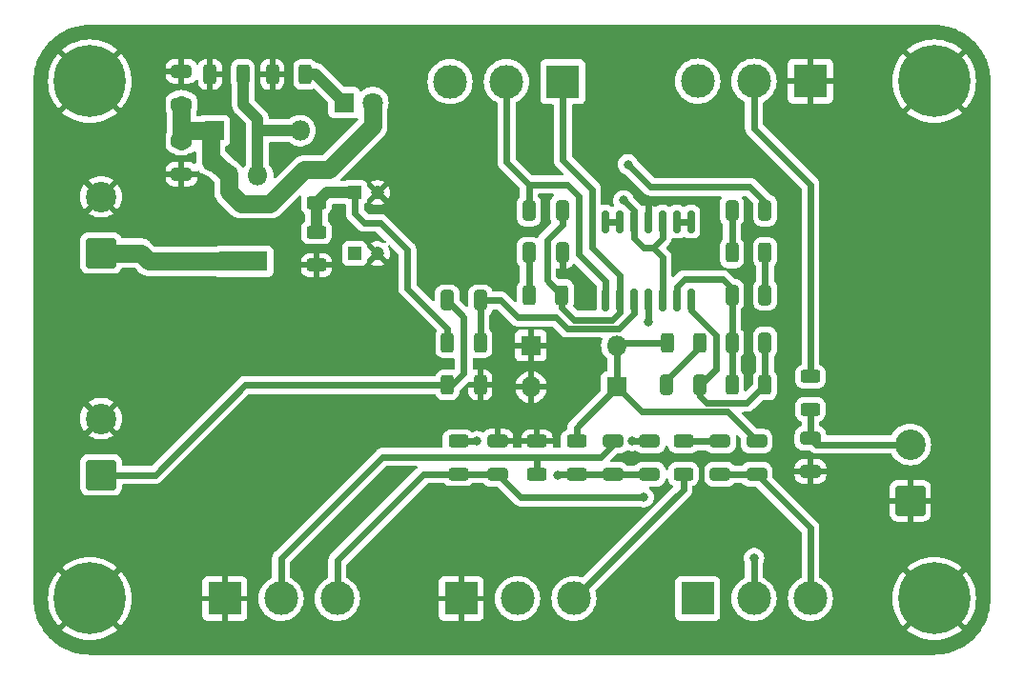
<source format=gbr>
%TF.GenerationSoftware,KiCad,Pcbnew,7.0.7*%
%TF.CreationDate,2024-01-13T16:34:17+01:00*%
%TF.ProjectId,MarshallGuvnor,4d617273-6861-46c6-9c47-75766e6f722e,rev?*%
%TF.SameCoordinates,Original*%
%TF.FileFunction,Copper,L1,Top*%
%TF.FilePolarity,Positive*%
%FSLAX46Y46*%
G04 Gerber Fmt 4.6, Leading zero omitted, Abs format (unit mm)*
G04 Created by KiCad (PCBNEW 7.0.7) date 2024-01-13 16:34:17*
%MOMM*%
%LPD*%
G01*
G04 APERTURE LIST*
G04 Aperture macros list*
%AMRoundRect*
0 Rectangle with rounded corners*
0 $1 Rounding radius*
0 $2 $3 $4 $5 $6 $7 $8 $9 X,Y pos of 4 corners*
0 Add a 4 corners polygon primitive as box body*
4,1,4,$2,$3,$4,$5,$6,$7,$8,$9,$2,$3,0*
0 Add four circle primitives for the rounded corners*
1,1,$1+$1,$2,$3*
1,1,$1+$1,$4,$5*
1,1,$1+$1,$6,$7*
1,1,$1+$1,$8,$9*
0 Add four rect primitives between the rounded corners*
20,1,$1+$1,$2,$3,$4,$5,0*
20,1,$1+$1,$4,$5,$6,$7,0*
20,1,$1+$1,$6,$7,$8,$9,0*
20,1,$1+$1,$8,$9,$2,$3,0*%
G04 Aperture macros list end*
%TA.AperFunction,ComponentPad*%
%ADD10R,1.200000X1.200000*%
%TD*%
%TA.AperFunction,ComponentPad*%
%ADD11C,1.200000*%
%TD*%
%TA.AperFunction,SMDPad,CuDef*%
%ADD12RoundRect,0.250000X-0.650000X0.325000X-0.650000X-0.325000X0.650000X-0.325000X0.650000X0.325000X0*%
%TD*%
%TA.AperFunction,SMDPad,CuDef*%
%ADD13RoundRect,0.250000X0.650000X-0.325000X0.650000X0.325000X-0.650000X0.325000X-0.650000X-0.325000X0*%
%TD*%
%TA.AperFunction,SMDPad,CuDef*%
%ADD14RoundRect,0.150000X0.150000X-0.837500X0.150000X0.837500X-0.150000X0.837500X-0.150000X-0.837500X0*%
%TD*%
%TA.AperFunction,ComponentPad*%
%ADD15R,3.000000X3.000000*%
%TD*%
%TA.AperFunction,ComponentPad*%
%ADD16C,3.000000*%
%TD*%
%TA.AperFunction,SMDPad,CuDef*%
%ADD17RoundRect,0.250000X-0.625000X0.312500X-0.625000X-0.312500X0.625000X-0.312500X0.625000X0.312500X0*%
%TD*%
%TA.AperFunction,SMDPad,CuDef*%
%ADD18RoundRect,0.250000X0.625000X-0.312500X0.625000X0.312500X-0.625000X0.312500X-0.625000X-0.312500X0*%
%TD*%
%TA.AperFunction,SMDPad,CuDef*%
%ADD19RoundRect,0.250000X-0.312500X-0.625000X0.312500X-0.625000X0.312500X0.625000X-0.312500X0.625000X0*%
%TD*%
%TA.AperFunction,SMDPad,CuDef*%
%ADD20RoundRect,0.250000X0.312500X0.625000X-0.312500X0.625000X-0.312500X-0.625000X0.312500X-0.625000X0*%
%TD*%
%TA.AperFunction,ComponentPad*%
%ADD21O,1.800000X1.800000*%
%TD*%
%TA.AperFunction,ComponentPad*%
%ADD22R,1.800000X1.800000*%
%TD*%
%TA.AperFunction,ComponentPad*%
%ADD23R,2.800000X1.800000*%
%TD*%
%TA.AperFunction,ComponentPad*%
%ADD24C,2.700000*%
%TD*%
%TA.AperFunction,ComponentPad*%
%ADD25RoundRect,0.250001X1.099999X-1.099999X1.099999X1.099999X-1.099999X1.099999X-1.099999X-1.099999X0*%
%TD*%
%TA.AperFunction,ComponentPad*%
%ADD26C,0.800000*%
%TD*%
%TA.AperFunction,ComponentPad*%
%ADD27C,6.400000*%
%TD*%
%TA.AperFunction,ComponentPad*%
%ADD28C,1.800000*%
%TD*%
%TA.AperFunction,SMDPad,CuDef*%
%ADD29RoundRect,0.250000X0.325000X0.650000X-0.325000X0.650000X-0.325000X-0.650000X0.325000X-0.650000X0*%
%TD*%
%TA.AperFunction,SMDPad,CuDef*%
%ADD30RoundRect,0.250000X-0.325000X-0.650000X0.325000X-0.650000X0.325000X0.650000X-0.325000X0.650000X0*%
%TD*%
%TA.AperFunction,ViaPad*%
%ADD31C,0.800000*%
%TD*%
%TA.AperFunction,Conductor*%
%ADD32C,0.600000*%
%TD*%
%TA.AperFunction,Conductor*%
%ADD33C,1.600000*%
%TD*%
%TA.AperFunction,Conductor*%
%ADD34C,1.000000*%
%TD*%
G04 APERTURE END LIST*
D10*
%TO.P,C3,1*%
%TO.N,+9V*%
X128537500Y-120325000D03*
D11*
%TO.P,C3,2*%
%TO.N,GND*%
X130537500Y-120325000D03*
%TD*%
D12*
%TO.P,C2,1*%
%TO.N,GND*%
X113137500Y-104125000D03*
%TO.P,C2,2*%
%TO.N,+9V*%
X113137500Y-107075000D03*
%TD*%
D13*
%TO.P,C1,1*%
%TO.N,GND*%
X113137500Y-113275000D03*
%TO.P,C1,2*%
%TO.N,+9V*%
X113137500Y-110325000D03*
%TD*%
D14*
%TO.P,U1,1*%
%TO.N,Net-(C10-Pad2)*%
X150795000Y-124425000D03*
%TO.P,U1,2,-*%
%TO.N,Net-(U1A--)*%
X152065000Y-124425000D03*
%TO.P,U1,3,+*%
%TO.N,Net-(U1A-+)*%
X153335000Y-124425000D03*
%TO.P,U1,4,V+*%
%TO.N,+9V*%
X154605000Y-124425000D03*
%TO.P,U1,5,+*%
%TO.N,+4V*%
X155875000Y-124425000D03*
%TO.P,U1,6,-*%
%TO.N,Net-(U1B--)*%
X157145000Y-124425000D03*
%TO.P,U1,7*%
%TO.N,Net-(C6-Pad1)*%
X158415000Y-124425000D03*
%TO.P,U1,8*%
%TO.N,Net-(U1C--)*%
X158415000Y-117500000D03*
%TO.P,U1,9,-*%
X157145000Y-117500000D03*
%TO.P,U1,10,+*%
%TO.N,+4V*%
X155875000Y-117500000D03*
%TO.P,U1,11,V-*%
%TO.N,GND*%
X154605000Y-117500000D03*
%TO.P,U1,12,+*%
%TO.N,+4V*%
X153335000Y-117500000D03*
%TO.P,U1,13,-*%
%TO.N,Net-(U1D--)*%
X152065000Y-117500000D03*
%TO.P,U1,14*%
X150795000Y-117500000D03*
%TD*%
D15*
%TO.P,RV5,1,1*%
%TO.N,Net-(C17-Pad1)*%
X159000000Y-151000000D03*
D16*
%TO.P,RV5,2,2*%
%TO.N,MIX_OUT*%
X164000000Y-151000000D03*
%TO.P,RV5,3,3*%
%TO.N,Net-(C14-Pad1)*%
X169000000Y-151000000D03*
%TD*%
D15*
%TO.P,RV4,1,1*%
%TO.N,GND*%
X117000000Y-151000000D03*
D16*
%TO.P,RV4,2,2*%
%TO.N,Net-(C12-Pad1)*%
X122000000Y-151000000D03*
%TO.P,RV4,3,3*%
%TO.N,Net-(C17-Pad1)*%
X127000000Y-151000000D03*
%TD*%
D15*
%TO.P,RV3,1,1*%
%TO.N,GND*%
X138000000Y-151000000D03*
D16*
%TO.P,RV3,2,2*%
%TO.N,Net-(C13-Pad1)*%
X143000000Y-151000000D03*
%TO.P,RV3,3,3*%
%TO.N,Net-(R15-Pad2)*%
X148000000Y-151000000D03*
%TD*%
D15*
%TO.P,RV2,1,1*%
%TO.N,GND*%
X169000000Y-105000000D03*
D16*
%TO.P,RV2,2,2*%
%TO.N,Net-(R12-Pad1)*%
X164000000Y-105000000D03*
%TO.P,RV2,3,3*%
%TO.N,MIX_OUT*%
X159000000Y-105000000D03*
%TD*%
D15*
%TO.P,RV1,1,1*%
%TO.N,Net-(U1A--)*%
X147000000Y-105050000D03*
D16*
%TO.P,RV1,2,2*%
%TO.N,Net-(C10-Pad2)*%
X142000000Y-105050000D03*
%TO.P,RV1,3,3*%
%TO.N,Net-(C7-Pad1)*%
X137000000Y-105050000D03*
%TD*%
D17*
%TO.P,R15,2*%
%TO.N,Net-(R15-Pad2)*%
X157725000Y-139937500D03*
%TO.P,R15,1*%
%TO.N,Net-(C16-Pad1)*%
X157725000Y-137012500D03*
%TD*%
D18*
%TO.P,R14,2*%
%TO.N,Net-(C12-Pad2)*%
X137725000Y-137012500D03*
%TO.P,R14,1*%
%TO.N,Net-(C17-Pad1)*%
X137725000Y-139937500D03*
%TD*%
D17*
%TO.P,R13,1*%
%TO.N,GND*%
X144725000Y-137012500D03*
%TO.P,R13,2*%
%TO.N,Net-(C12-Pad1)*%
X144725000Y-139937500D03*
%TD*%
%TO.P,R12,1*%
%TO.N,Net-(R12-Pad1)*%
X169000000Y-131262500D03*
%TO.P,R12,2*%
%TO.N,Net-(J3-Pin_2)*%
X169000000Y-134187500D03*
%TD*%
%TO.P,R11,2*%
%TO.N,Net-(C12-Pad2)*%
X148225000Y-139937500D03*
%TO.P,R11,1*%
%TO.N,DISTORSION_OUT*%
X148225000Y-137012500D03*
%TD*%
D19*
%TO.P,R10,1*%
%TO.N,Net-(C11-Pad2)*%
X144012500Y-124000000D03*
%TO.P,R10,2*%
%TO.N,Net-(U1A--)*%
X146937500Y-124000000D03*
%TD*%
%TO.P,R9,2*%
%TO.N,Net-(C6-Pad1)*%
X164962500Y-132000000D03*
%TO.P,R9,1*%
%TO.N,Net-(U1B--)*%
X162037500Y-132000000D03*
%TD*%
D20*
%TO.P,R8,2*%
%TO.N,+4V*%
X136762500Y-128250000D03*
%TO.P,R8,1*%
%TO.N,Net-(U1A-+)*%
X139687500Y-128250000D03*
%TD*%
D19*
%TO.P,R7,2*%
%TO.N,GND*%
X139687500Y-132000000D03*
%TO.P,R7,1*%
%TO.N,Net-(J2-Pin_1)*%
X136762500Y-132000000D03*
%TD*%
%TO.P,R6,2*%
%TO.N,Net-(C8-Pad1)*%
X164962500Y-120250000D03*
%TO.P,R6,1*%
%TO.N,Net-(C7-Pad2)*%
X162037500Y-120250000D03*
%TD*%
D20*
%TO.P,R5,2*%
%TO.N,DISTORSION_OUT*%
X156262500Y-128250000D03*
%TO.P,R5,1*%
%TO.N,Net-(C6-Pad2)*%
X159187500Y-128250000D03*
%TD*%
D18*
%TO.P,R4,1*%
%TO.N,GND*%
X125137500Y-121362500D03*
%TO.P,R4,2*%
%TO.N,+4V*%
X125137500Y-118437500D03*
%TD*%
D19*
%TO.P,R2,2*%
%TO.N,Net-(D2-K)*%
X124137500Y-104400000D03*
%TO.P,R2,1*%
%TO.N,GND*%
X121212500Y-104400000D03*
%TD*%
%TO.P,R3,1*%
%TO.N,GND*%
X115675000Y-104400000D03*
%TO.P,R3,2*%
%TO.N,Net-(D1-A)*%
X118600000Y-104400000D03*
%TD*%
D18*
%TO.P,R1,1*%
%TO.N,+4V*%
X125137500Y-115825000D03*
%TO.P,R1,2*%
%TO.N,+9V*%
X125137500Y-112900000D03*
%TD*%
D21*
%TO.P,Q1,3,S*%
%TO.N,+9V*%
X117367500Y-113400000D03*
%TO.P,Q1,2,G*%
%TO.N,Net-(D1-A)*%
X119907500Y-113400000D03*
D22*
%TO.P,Q1,1,D*%
%TO.N,Net-(J1-Pin_1)*%
X117367500Y-121020000D03*
D23*
X119407500Y-121020000D03*
%TD*%
D24*
%TO.P,J3,2,Pin_2*%
%TO.N,Net-(J3-Pin_2)*%
X177861441Y-137299722D03*
D25*
%TO.P,J3,1,Pin_1*%
%TO.N,GND*%
X177861441Y-142299722D03*
%TD*%
%TO.P,J2,1,Pin_1*%
%TO.N,Net-(J2-Pin_1)*%
X106000000Y-140000000D03*
D24*
%TO.P,J2,2,Pin_2*%
%TO.N,GND*%
X106000000Y-135000000D03*
%TD*%
D25*
%TO.P,J1,1,Pin_1*%
%TO.N,Net-(J1-Pin_1)*%
X106000000Y-120277500D03*
D24*
%TO.P,J1,2,Pin_2*%
%TO.N,GND*%
X106000000Y-115277500D03*
%TD*%
D26*
%TO.P,H4,1,1*%
%TO.N,GND*%
X180000000Y-148600000D03*
X181697056Y-152697056D03*
X181697056Y-149302944D03*
X182400000Y-151000000D03*
D27*
X180000000Y-151000000D03*
D26*
X180000000Y-153400000D03*
X178302944Y-149302944D03*
X178302944Y-152697056D03*
X177600000Y-151000000D03*
%TD*%
%TO.P,H3,1,1*%
%TO.N,GND*%
X105000000Y-148600000D03*
X106697056Y-152697056D03*
X106697056Y-149302944D03*
X107400000Y-151000000D03*
D27*
X105000000Y-151000000D03*
D26*
X105000000Y-153400000D03*
X103302944Y-149302944D03*
X103302944Y-152697056D03*
X102600000Y-151000000D03*
%TD*%
%TO.P,H2,1,1*%
%TO.N,GND*%
X180000000Y-102600000D03*
X181697056Y-106697056D03*
X181697056Y-103302944D03*
X182400000Y-105000000D03*
D27*
X180000000Y-105000000D03*
D26*
X180000000Y-107400000D03*
X178302944Y-103302944D03*
X178302944Y-106697056D03*
X177600000Y-105000000D03*
%TD*%
%TO.P,H1,1,1*%
%TO.N,GND*%
X105000000Y-102600000D03*
X106697056Y-106697056D03*
X106697056Y-103302944D03*
X107400000Y-105000000D03*
D27*
X105000000Y-105000000D03*
D26*
X105000000Y-107400000D03*
X103302944Y-103302944D03*
X103302944Y-106697056D03*
X102600000Y-105000000D03*
%TD*%
D21*
%TO.P,D4,2,A*%
%TO.N,GND*%
X144190000Y-132200000D03*
D22*
%TO.P,D4,1,K*%
%TO.N,DISTORSION_OUT*%
X151810000Y-132200000D03*
%TD*%
D21*
%TO.P,D3,2,A*%
%TO.N,DISTORSION_OUT*%
X151810000Y-128500000D03*
D22*
%TO.P,D3,1,K*%
%TO.N,GND*%
X144190000Y-128500000D03*
%TD*%
%TO.P,D2,1,K*%
%TO.N,Net-(D2-K)*%
X127597500Y-106900000D03*
D28*
%TO.P,D2,2,A*%
%TO.N,+9V*%
X130137500Y-106900000D03*
%TD*%
D22*
%TO.P,D1,1,K*%
%TO.N,+9V*%
X116055000Y-109400000D03*
D21*
%TO.P,D1,2,A*%
%TO.N,Net-(D1-A)*%
X123675000Y-109400000D03*
%TD*%
D13*
%TO.P,C17,2*%
%TO.N,GND*%
X141225000Y-137000000D03*
%TO.P,C17,1*%
%TO.N,Net-(C17-Pad1)*%
X141225000Y-139950000D03*
%TD*%
D12*
%TO.P,C16,2*%
%TO.N,Net-(C14-Pad1)*%
X160975000Y-139950000D03*
%TO.P,C16,1*%
%TO.N,Net-(C16-Pad1)*%
X160975000Y-137000000D03*
%TD*%
D13*
%TO.P,C15,1*%
%TO.N,GND*%
X169000000Y-139700000D03*
%TO.P,C15,2*%
%TO.N,Net-(J3-Pin_2)*%
X169000000Y-136750000D03*
%TD*%
%TO.P,C14,2*%
%TO.N,DISTORSION_OUT*%
X164225000Y-137000000D03*
%TO.P,C14,1*%
%TO.N,Net-(C14-Pad1)*%
X164225000Y-139950000D03*
%TD*%
D12*
%TO.P,C13,2*%
%TO.N,Net-(C12-Pad2)*%
X154725000Y-139950000D03*
%TO.P,C13,1*%
%TO.N,Net-(C13-Pad1)*%
X154725000Y-137000000D03*
%TD*%
%TO.P,C12,2*%
%TO.N,Net-(C12-Pad2)*%
X151475000Y-139950000D03*
%TO.P,C12,1*%
%TO.N,Net-(C12-Pad1)*%
X151475000Y-137000000D03*
%TD*%
D29*
%TO.P,C11,2*%
%TO.N,Net-(C11-Pad2)*%
X144000000Y-120250000D03*
%TO.P,C11,1*%
%TO.N,GND*%
X146950000Y-120250000D03*
%TD*%
%TO.P,C10,2*%
%TO.N,Net-(C10-Pad2)*%
X144000000Y-116500000D03*
%TO.P,C10,1*%
%TO.N,Net-(U1A--)*%
X146950000Y-116500000D03*
%TD*%
D30*
%TO.P,C9,2*%
%TO.N,Net-(C6-Pad1)*%
X164975000Y-128250000D03*
%TO.P,C9,1*%
%TO.N,Net-(U1B--)*%
X162025000Y-128250000D03*
%TD*%
D29*
%TO.P,C8,2*%
%TO.N,Net-(U1B--)*%
X162025000Y-124000000D03*
%TO.P,C8,1*%
%TO.N,Net-(C8-Pad1)*%
X164975000Y-124000000D03*
%TD*%
%TO.P,C7,2*%
%TO.N,Net-(C7-Pad2)*%
X162025000Y-116500000D03*
%TO.P,C7,1*%
%TO.N,Net-(C7-Pad1)*%
X164975000Y-116500000D03*
%TD*%
%TO.P,C6,2*%
%TO.N,Net-(C6-Pad2)*%
X156250000Y-132000000D03*
%TO.P,C6,1*%
%TO.N,Net-(C6-Pad1)*%
X159200000Y-132000000D03*
%TD*%
D30*
%TO.P,C5,1*%
%TO.N,Net-(J2-Pin_1)*%
X136750000Y-124500000D03*
%TO.P,C5,2*%
%TO.N,Net-(U1A-+)*%
X139700000Y-124500000D03*
%TD*%
D10*
%TO.P,C4,1*%
%TO.N,+4V*%
X128564901Y-114900000D03*
D11*
%TO.P,C4,2*%
%TO.N,GND*%
X130564901Y-114900000D03*
%TD*%
D31*
%TO.N,Net-(C17-Pad1)*%
X154200000Y-142000000D03*
%TO.N,Net-(C13-Pad1)*%
X153200000Y-137000000D03*
%TO.N,Net-(C12-Pad2)*%
X146600000Y-140000000D03*
X139400000Y-137000000D03*
%TO.N,MIX_OUT*%
X164000000Y-147400000D03*
%TO.N,Net-(C7-Pad1)*%
X152800000Y-112400000D03*
%TO.N,GND*%
X115000000Y-102400000D03*
X115000000Y-113600000D03*
X147000000Y-122200000D03*
X154600000Y-115600000D03*
%TO.N,+9V*%
X154600000Y-126400000D03*
%TO.N,+4V*%
X152400000Y-115600000D03*
%TD*%
D32*
%TO.N,Net-(C17-Pad1)*%
X143275000Y-142000000D02*
X154200000Y-142000000D01*
X141225000Y-139950000D02*
X143275000Y-142000000D01*
%TO.N,Net-(C13-Pad1)*%
X154725000Y-137000000D02*
X153200000Y-137000000D01*
%TO.N,Net-(C12-Pad2)*%
X137737500Y-137000000D02*
X137725000Y-137012500D01*
X139400000Y-137000000D02*
X137737500Y-137000000D01*
X146662500Y-139937500D02*
X146600000Y-140000000D01*
X148225000Y-139937500D02*
X146662500Y-139937500D01*
X151475000Y-139950000D02*
X148237500Y-139950000D01*
X148237500Y-139950000D02*
X148225000Y-139937500D01*
X154725000Y-139950000D02*
X151475000Y-139950000D01*
%TO.N,Net-(C16-Pad1)*%
X157737500Y-137000000D02*
X157725000Y-137012500D01*
X160975000Y-137000000D02*
X157737500Y-137000000D01*
%TO.N,Net-(C14-Pad1)*%
X164225000Y-139950000D02*
X160975000Y-139950000D01*
X169000000Y-144725000D02*
X164225000Y-139950000D01*
X169000000Y-151000000D02*
X169000000Y-144725000D01*
%TO.N,Net-(R15-Pad2)*%
X157725000Y-141275000D02*
X157725000Y-139937500D01*
X148000000Y-151000000D02*
X157725000Y-141275000D01*
%TO.N,Net-(C17-Pad1)*%
X141212500Y-139937500D02*
X141225000Y-139950000D01*
X137725000Y-139937500D02*
X141212500Y-139937500D01*
X134662500Y-139937500D02*
X137725000Y-139937500D01*
X127000000Y-147600000D02*
X134662500Y-139937500D01*
X127000000Y-151000000D02*
X127000000Y-147600000D01*
%TO.N,Net-(C12-Pad1)*%
X131000000Y-138400000D02*
X144725000Y-138400000D01*
X122000000Y-147400000D02*
X131000000Y-138400000D01*
X122000000Y-151000000D02*
X122000000Y-147400000D01*
X150400000Y-138400000D02*
X144725000Y-138400000D01*
X151475000Y-137325000D02*
X150400000Y-138400000D01*
X151475000Y-137000000D02*
X151475000Y-137325000D01*
X144725000Y-138400000D02*
X144725000Y-139937500D01*
%TO.N,MIX_OUT*%
X164000000Y-151000000D02*
X164000000Y-147400000D01*
%TO.N,Net-(J3-Pin_2)*%
X169549722Y-137299722D02*
X169000000Y-136750000D01*
X177861441Y-137299722D02*
X169549722Y-137299722D01*
X169000000Y-136750000D02*
X169000000Y-134187500D01*
%TO.N,Net-(R12-Pad1)*%
X169000000Y-114200000D02*
X169000000Y-131262500D01*
X164000000Y-109200000D02*
X169000000Y-114200000D01*
X164000000Y-105000000D02*
X164000000Y-109200000D01*
%TO.N,Net-(C7-Pad1)*%
X164975000Y-115775000D02*
X164975000Y-116500000D01*
X163600000Y-114400000D02*
X164975000Y-115775000D01*
X154800000Y-114400000D02*
X163600000Y-114400000D01*
X152800000Y-112400000D02*
X154800000Y-114400000D01*
%TO.N,Net-(C7-Pad2)*%
X162037500Y-120250000D02*
X162037500Y-116512500D01*
X162037500Y-116512500D02*
X162025000Y-116500000D01*
%TO.N,Net-(C8-Pad1)*%
X164975000Y-120262500D02*
X164962500Y-120250000D01*
X164975000Y-124000000D02*
X164975000Y-120262500D01*
%TO.N,Net-(U1B--)*%
X157800000Y-122600000D02*
X157145000Y-123255000D01*
X161200000Y-122600000D02*
X157800000Y-122600000D01*
X157145000Y-123255000D02*
X157145000Y-124425000D01*
X162025000Y-123425000D02*
X161200000Y-122600000D01*
X162025000Y-124000000D02*
X162025000Y-123425000D01*
X162025000Y-128250000D02*
X162025000Y-124000000D01*
X162037500Y-128262500D02*
X162025000Y-128250000D01*
X162037500Y-132000000D02*
X162037500Y-128262500D01*
%TO.N,Net-(C6-Pad1)*%
X163362500Y-133600000D02*
X164962500Y-132000000D01*
X159800000Y-133600000D02*
X163362500Y-133600000D01*
X159200000Y-133000000D02*
X159800000Y-133600000D01*
X159200000Y-132000000D02*
X159200000Y-133000000D01*
X160600000Y-130000000D02*
X160600000Y-127600000D01*
X160600000Y-130600000D02*
X160600000Y-130000000D01*
X164975000Y-130000000D02*
X164975000Y-131987500D01*
X164975000Y-128250000D02*
X164975000Y-130000000D01*
X164975000Y-131987500D02*
X164962500Y-132000000D01*
X158415000Y-125415000D02*
X158415000Y-124425000D01*
X160600000Y-127600000D02*
X158415000Y-125415000D01*
X159200000Y-132000000D02*
X160600000Y-130600000D01*
%TO.N,Net-(C6-Pad2)*%
X156250000Y-131550000D02*
X156250000Y-132000000D01*
X159187500Y-128612500D02*
X156250000Y-131550000D01*
X159187500Y-128250000D02*
X159187500Y-128612500D01*
%TO.N,DISTORSION_OUT*%
X161625000Y-134400000D02*
X164225000Y-137000000D01*
X154010000Y-134400000D02*
X161625000Y-134400000D01*
X151810000Y-132200000D02*
X154010000Y-134400000D01*
X148225000Y-135785000D02*
X148225000Y-137012500D01*
X151810000Y-132200000D02*
X148225000Y-135785000D01*
X152060000Y-128250000D02*
X151810000Y-128500000D01*
X156262500Y-128250000D02*
X152060000Y-128250000D01*
X151810000Y-128500000D02*
X151810000Y-132200000D01*
X151785000Y-132190000D02*
X151845000Y-132250000D01*
%TO.N,+4V*%
X130800000Y-117600000D02*
X129400000Y-117600000D01*
X133200000Y-120000000D02*
X130800000Y-117600000D01*
X136762500Y-126962500D02*
X133200000Y-123400000D01*
X133200000Y-123400000D02*
X133200000Y-120000000D01*
X136762500Y-128250000D02*
X136762500Y-126962500D01*
X129400000Y-117600000D02*
X128564901Y-116764901D01*
X128564901Y-116764901D02*
X128564901Y-114900000D01*
D33*
%TO.N,+9V*%
X113137500Y-109400000D02*
X113137500Y-110325000D01*
X113137500Y-107075000D02*
X113137500Y-109400000D01*
X116055000Y-109400000D02*
X113137500Y-109400000D01*
%TO.N,Net-(J1-Pin_1)*%
X110270000Y-121020000D02*
X117367500Y-121020000D01*
X109527500Y-120277500D02*
X110270000Y-121020000D01*
%TO.N,+9V*%
X130137500Y-109000000D02*
X130137500Y-106900000D01*
X126237500Y-112900000D02*
X130137500Y-109000000D01*
X125137500Y-112900000D02*
X126237500Y-112900000D01*
D32*
%TO.N,Net-(U1A--)*%
X149600000Y-119800000D02*
X149600000Y-114600000D01*
X147000000Y-112000000D02*
X147000000Y-105050000D01*
X152065000Y-124425000D02*
X152065000Y-122265000D01*
X152065000Y-122265000D02*
X149600000Y-119800000D01*
X149600000Y-114600000D02*
X147000000Y-112000000D01*
%TO.N,Net-(C10-Pad2)*%
X148400000Y-120400000D02*
X148400000Y-115200000D01*
X148400000Y-115200000D02*
X147400000Y-114200000D01*
X150795000Y-122795000D02*
X148400000Y-120400000D01*
X147400000Y-114200000D02*
X144000000Y-114200000D01*
X150795000Y-124425000D02*
X150795000Y-122795000D01*
%TO.N,Net-(U1A--)*%
X145600000Y-122662500D02*
X146937500Y-124000000D01*
X145600000Y-119100000D02*
X145600000Y-122662500D01*
X146950000Y-117750000D02*
X145600000Y-119100000D01*
X146950000Y-116500000D02*
X146950000Y-117750000D01*
%TO.N,GND*%
X146950000Y-122150000D02*
X146950000Y-120250000D01*
X147000000Y-122200000D02*
X146950000Y-122150000D01*
%TO.N,Net-(U1A-+)*%
X146400000Y-126000000D02*
X147400000Y-127000000D01*
X147400000Y-127000000D02*
X152000000Y-127000000D01*
X143000000Y-126000000D02*
X146400000Y-126000000D01*
X141500000Y-124500000D02*
X143000000Y-126000000D01*
X153335000Y-125665000D02*
X153335000Y-124425000D01*
X139700000Y-124500000D02*
X141500000Y-124500000D01*
X152000000Y-127000000D02*
X153335000Y-125665000D01*
X139700000Y-128237500D02*
X139687500Y-128250000D01*
X139700000Y-124500000D02*
X139700000Y-128237500D01*
%TO.N,Net-(C11-Pad2)*%
X144000000Y-120250000D02*
X144000000Y-123987500D01*
X144000000Y-123987500D02*
X144012500Y-124000000D01*
%TO.N,Net-(C10-Pad2)*%
X144000000Y-114200000D02*
X144000000Y-116500000D01*
X142000000Y-112200000D02*
X142000000Y-105050000D01*
X144000000Y-114200000D02*
X142000000Y-112200000D01*
%TO.N,Net-(U1A--)*%
X148000000Y-126200000D02*
X146937500Y-125137500D01*
X146937500Y-125137500D02*
X146937500Y-124000000D01*
X152065000Y-125535000D02*
X151400000Y-126200000D01*
X152065000Y-124425000D02*
X152065000Y-125535000D01*
X151400000Y-126200000D02*
X148000000Y-126200000D01*
%TO.N,+4V*%
X152400000Y-115600000D02*
X153335000Y-116535000D01*
X153335000Y-116535000D02*
X153335000Y-117500000D01*
%TO.N,GND*%
X154605000Y-115605000D02*
X154600000Y-115600000D01*
X154605000Y-117500000D02*
X154605000Y-115605000D01*
%TO.N,+9V*%
X154605000Y-126395000D02*
X154600000Y-126400000D01*
X154605000Y-124425000D02*
X154605000Y-126395000D01*
%TO.N,+4V*%
X155875000Y-120675000D02*
X155000000Y-119800000D01*
X155875000Y-124425000D02*
X155875000Y-120675000D01*
%TO.N,Net-(U1C--)*%
X157145000Y-117500000D02*
X158415000Y-117500000D01*
%TO.N,Net-(U1D--)*%
X150795000Y-117500000D02*
X152065000Y-117500000D01*
%TO.N,+4V*%
X155000000Y-119800000D02*
X155875000Y-118925000D01*
X153335000Y-118935000D02*
X154200000Y-119800000D01*
X155875000Y-118925000D02*
X155875000Y-117500000D01*
X153335000Y-117500000D02*
X153335000Y-118935000D01*
X154200000Y-119800000D02*
X155000000Y-119800000D01*
%TO.N,Net-(J2-Pin_1)*%
X138200000Y-125950000D02*
X136750000Y-124500000D01*
X137200000Y-132000000D02*
X138200000Y-131000000D01*
X138200000Y-131000000D02*
X138200000Y-125950000D01*
X136762500Y-132000000D02*
X137200000Y-132000000D01*
X110800000Y-140000000D02*
X118800000Y-132000000D01*
X118800000Y-132000000D02*
X136762500Y-132000000D01*
X106000000Y-140000000D02*
X110800000Y-140000000D01*
D34*
%TO.N,+4V*%
X125137500Y-115825000D02*
X125137500Y-118437500D01*
X126062500Y-114900000D02*
X125137500Y-115825000D01*
X128637500Y-114900000D02*
X126062500Y-114900000D01*
%TO.N,Net-(D2-K)*%
X124137500Y-104400000D02*
X125097500Y-104400000D01*
X125097500Y-104400000D02*
X127597500Y-106900000D01*
%TO.N,Net-(D1-A)*%
X120007500Y-109400000D02*
X119907500Y-109500000D01*
X123675000Y-109400000D02*
X120007500Y-109400000D01*
X119907500Y-109500000D02*
X119907500Y-108370000D01*
X119907500Y-113400000D02*
X119907500Y-109500000D01*
X118637500Y-104437500D02*
X118600000Y-104400000D01*
X118637500Y-107100000D02*
X118637500Y-104437500D01*
X119907500Y-108370000D02*
X118637500Y-107100000D01*
D33*
%TO.N,+9V*%
X124037500Y-112900000D02*
X125137500Y-112900000D01*
X118437500Y-115900000D02*
X121037500Y-115900000D01*
X117367500Y-114830000D02*
X118437500Y-115900000D01*
X117367500Y-113400000D02*
X117367500Y-114830000D01*
X121037500Y-115900000D02*
X124037500Y-112900000D01*
X115737500Y-109517500D02*
X115755000Y-109500000D01*
X115737500Y-112170000D02*
X115737500Y-109517500D01*
X117367500Y-113400000D02*
X116037500Y-112070000D01*
%TO.N,Net-(J1-Pin_1)*%
X106000000Y-120277500D02*
X109527500Y-120277500D01*
%TD*%
%TA.AperFunction,Conductor*%
%TO.N,GND*%
G36*
X106392586Y-152039033D02*
G01*
X106621915Y-152268362D01*
X106655400Y-152329685D01*
X106650416Y-152399377D01*
X106608544Y-152455310D01*
X106603126Y-152459144D01*
X106516816Y-152516815D01*
X106516815Y-152516816D01*
X106459144Y-152603126D01*
X106405532Y-152647930D01*
X106336207Y-152656637D01*
X106273180Y-152626482D01*
X106268362Y-152621915D01*
X106039033Y-152392586D01*
X106005548Y-152331263D01*
X106010532Y-152261571D01*
X106046180Y-152210617D01*
X106134870Y-152134870D01*
X106210617Y-152046180D01*
X106269121Y-152007990D01*
X106338989Y-152007490D01*
X106392586Y-152039033D01*
G37*
%TD.AperFunction*%
%TA.AperFunction,Conductor*%
G36*
X103738428Y-152010531D02*
G01*
X103789381Y-152046179D01*
X103865130Y-152134870D01*
X103928855Y-152189296D01*
X103953816Y-152210615D01*
X103992009Y-152269122D01*
X103992507Y-152338990D01*
X103960965Y-152392586D01*
X103731636Y-152621915D01*
X103670313Y-152655400D01*
X103600621Y-152650416D01*
X103544688Y-152608544D01*
X103540853Y-152603124D01*
X103483184Y-152516816D01*
X103404892Y-152464503D01*
X103400489Y-152461561D01*
X103400488Y-152461560D01*
X103396873Y-152459145D01*
X103352068Y-152405533D01*
X103343361Y-152336208D01*
X103373515Y-152273180D01*
X103378083Y-152268362D01*
X103607413Y-152039032D01*
X103668736Y-152005547D01*
X103738428Y-152010531D01*
G37*
%TD.AperFunction*%
%TA.AperFunction,Conductor*%
G36*
X106399377Y-149349582D02*
G01*
X106455310Y-149391454D01*
X106459145Y-149396873D01*
X106461560Y-149400488D01*
X106461561Y-149400489D01*
X106510415Y-149473604D01*
X106516816Y-149483184D01*
X106603124Y-149540853D01*
X106647930Y-149594465D01*
X106656637Y-149663790D01*
X106626483Y-149726817D01*
X106621915Y-149731636D01*
X106392586Y-149960965D01*
X106331263Y-149994450D01*
X106261571Y-149989466D01*
X106210615Y-149953816D01*
X106178045Y-149915682D01*
X106134870Y-149865130D01*
X106046179Y-149789381D01*
X106007989Y-149730878D01*
X106007489Y-149661010D01*
X106039032Y-149607413D01*
X106268362Y-149378083D01*
X106329685Y-149344598D01*
X106399377Y-149349582D01*
G37*
%TD.AperFunction*%
%TA.AperFunction,Conductor*%
G36*
X103726818Y-149373516D02*
G01*
X103731637Y-149378084D01*
X103960966Y-149607413D01*
X103994451Y-149668736D01*
X103989467Y-149738428D01*
X103953817Y-149789384D01*
X103865130Y-149865130D01*
X103789384Y-149953817D01*
X103730877Y-149992010D01*
X103661009Y-149992508D01*
X103607413Y-149960966D01*
X103378084Y-149731637D01*
X103344599Y-149670314D01*
X103349583Y-149600622D01*
X103391455Y-149544689D01*
X103396874Y-149540854D01*
X103400487Y-149538439D01*
X103400489Y-149538439D01*
X103483184Y-149483184D01*
X103538439Y-149400489D01*
X103538439Y-149400487D01*
X103540854Y-149396874D01*
X103594466Y-149352069D01*
X103663791Y-149343362D01*
X103726818Y-149373516D01*
G37*
%TD.AperFunction*%
%TA.AperFunction,Conductor*%
G36*
X181392586Y-152039033D02*
G01*
X181621915Y-152268362D01*
X181655400Y-152329685D01*
X181650416Y-152399377D01*
X181608544Y-152455310D01*
X181603126Y-152459144D01*
X181516816Y-152516815D01*
X181516815Y-152516816D01*
X181459144Y-152603126D01*
X181405532Y-152647930D01*
X181336207Y-152656637D01*
X181273180Y-152626482D01*
X181268362Y-152621915D01*
X181039033Y-152392586D01*
X181005548Y-152331263D01*
X181010532Y-152261571D01*
X181046180Y-152210617D01*
X181134870Y-152134870D01*
X181210617Y-152046180D01*
X181269121Y-152007990D01*
X181338989Y-152007490D01*
X181392586Y-152039033D01*
G37*
%TD.AperFunction*%
%TA.AperFunction,Conductor*%
G36*
X178738428Y-152010531D02*
G01*
X178789381Y-152046179D01*
X178865130Y-152134870D01*
X178928855Y-152189296D01*
X178953816Y-152210615D01*
X178992009Y-152269122D01*
X178992507Y-152338990D01*
X178960965Y-152392586D01*
X178731636Y-152621915D01*
X178670313Y-152655400D01*
X178600621Y-152650416D01*
X178544688Y-152608544D01*
X178540853Y-152603124D01*
X178483184Y-152516816D01*
X178404892Y-152464503D01*
X178400489Y-152461561D01*
X178400488Y-152461560D01*
X178396873Y-152459145D01*
X178352068Y-152405533D01*
X178343361Y-152336208D01*
X178373515Y-152273180D01*
X178378083Y-152268362D01*
X178607413Y-152039032D01*
X178668736Y-152005547D01*
X178738428Y-152010531D01*
G37*
%TD.AperFunction*%
%TA.AperFunction,Conductor*%
G36*
X181399377Y-149349582D02*
G01*
X181455310Y-149391454D01*
X181459145Y-149396873D01*
X181461560Y-149400488D01*
X181461561Y-149400489D01*
X181510415Y-149473604D01*
X181516816Y-149483184D01*
X181603124Y-149540853D01*
X181647930Y-149594465D01*
X181656637Y-149663790D01*
X181626483Y-149726817D01*
X181621915Y-149731636D01*
X181392586Y-149960965D01*
X181331263Y-149994450D01*
X181261571Y-149989466D01*
X181210615Y-149953816D01*
X181178045Y-149915682D01*
X181134870Y-149865130D01*
X181046179Y-149789381D01*
X181007989Y-149730878D01*
X181007489Y-149661010D01*
X181039032Y-149607413D01*
X181268362Y-149378083D01*
X181329685Y-149344598D01*
X181399377Y-149349582D01*
G37*
%TD.AperFunction*%
%TA.AperFunction,Conductor*%
G36*
X178726818Y-149373516D02*
G01*
X178731637Y-149378084D01*
X178960966Y-149607413D01*
X178994451Y-149668736D01*
X178989467Y-149738428D01*
X178953817Y-149789384D01*
X178865130Y-149865130D01*
X178789384Y-149953817D01*
X178730877Y-149992010D01*
X178661009Y-149992508D01*
X178607413Y-149960966D01*
X178378084Y-149731637D01*
X178344599Y-149670314D01*
X178349583Y-149600622D01*
X178391455Y-149544689D01*
X178396874Y-149540854D01*
X178400487Y-149538439D01*
X178400489Y-149538439D01*
X178483184Y-149483184D01*
X178538439Y-149400489D01*
X178538439Y-149400487D01*
X178540854Y-149396874D01*
X178594466Y-149352069D01*
X178663791Y-149343362D01*
X178726818Y-149373516D01*
G37*
%TD.AperFunction*%
%TA.AperFunction,Conductor*%
G36*
X147143039Y-120019685D02*
G01*
X147188794Y-120072489D01*
X147200000Y-120124000D01*
X147200000Y-121649999D01*
X147324972Y-121649999D01*
X147324986Y-121649998D01*
X147427697Y-121639505D01*
X147594119Y-121584358D01*
X147594124Y-121584356D01*
X147743345Y-121492315D01*
X147867317Y-121368343D01*
X147925740Y-121273623D01*
X147977687Y-121226898D01*
X148046649Y-121215675D01*
X148110732Y-121243518D01*
X148118960Y-121251038D01*
X149958181Y-123090259D01*
X149991666Y-123151582D01*
X149994500Y-123177940D01*
X149994500Y-125275500D01*
X149974815Y-125342539D01*
X149922011Y-125388294D01*
X149870500Y-125399500D01*
X148382940Y-125399500D01*
X148315901Y-125379815D01*
X148295259Y-125363181D01*
X147974360Y-125042282D01*
X147940875Y-124980959D01*
X147944334Y-124915602D01*
X147989999Y-124777797D01*
X148000500Y-124675009D01*
X148000499Y-123324992D01*
X147989999Y-123222203D01*
X147934814Y-123055666D01*
X147842712Y-122906344D01*
X147718656Y-122782288D01*
X147569334Y-122690186D01*
X147402797Y-122635001D01*
X147402795Y-122635000D01*
X147300016Y-122624500D01*
X147300009Y-122624500D01*
X146745440Y-122624500D01*
X146678401Y-122604815D01*
X146657759Y-122588181D01*
X146436819Y-122367241D01*
X146403334Y-122305918D01*
X146400500Y-122279560D01*
X146400500Y-121769484D01*
X146420185Y-121702445D01*
X146472989Y-121656690D01*
X146537103Y-121646126D01*
X146575020Y-121649999D01*
X146699999Y-121649999D01*
X146700000Y-121649998D01*
X146700000Y-120124000D01*
X146719685Y-120056961D01*
X146772489Y-120011206D01*
X146824000Y-120000000D01*
X147076000Y-120000000D01*
X147143039Y-120019685D01*
G37*
%TD.AperFunction*%
%TA.AperFunction,Conductor*%
G36*
X106392586Y-106039033D02*
G01*
X106621915Y-106268362D01*
X106655400Y-106329685D01*
X106650416Y-106399377D01*
X106608544Y-106455310D01*
X106603126Y-106459144D01*
X106516816Y-106516815D01*
X106516815Y-106516816D01*
X106459144Y-106603126D01*
X106405532Y-106647930D01*
X106336207Y-106656637D01*
X106273180Y-106626482D01*
X106268362Y-106621915D01*
X106039033Y-106392586D01*
X106005548Y-106331263D01*
X106010532Y-106261571D01*
X106046180Y-106210617D01*
X106134870Y-106134870D01*
X106210617Y-106046180D01*
X106269121Y-106007990D01*
X106338989Y-106007490D01*
X106392586Y-106039033D01*
G37*
%TD.AperFunction*%
%TA.AperFunction,Conductor*%
G36*
X103738428Y-106010531D02*
G01*
X103789381Y-106046179D01*
X103865130Y-106134870D01*
X103928855Y-106189296D01*
X103953816Y-106210615D01*
X103992009Y-106269122D01*
X103992507Y-106338990D01*
X103960965Y-106392586D01*
X103731636Y-106621915D01*
X103670313Y-106655400D01*
X103600621Y-106650416D01*
X103544688Y-106608544D01*
X103540853Y-106603124D01*
X103537346Y-106597876D01*
X103483184Y-106516816D01*
X103400489Y-106461561D01*
X103400488Y-106461560D01*
X103396873Y-106459145D01*
X103352068Y-106405533D01*
X103343361Y-106336208D01*
X103373515Y-106273180D01*
X103378083Y-106268362D01*
X103607413Y-106039032D01*
X103668736Y-106005547D01*
X103738428Y-106010531D01*
G37*
%TD.AperFunction*%
%TA.AperFunction,Conductor*%
G36*
X106399377Y-103349582D02*
G01*
X106455310Y-103391454D01*
X106459145Y-103396873D01*
X106461560Y-103400488D01*
X106461561Y-103400489D01*
X106516816Y-103483184D01*
X106595163Y-103535534D01*
X106603124Y-103540853D01*
X106647930Y-103594465D01*
X106656637Y-103663790D01*
X106626483Y-103726817D01*
X106621915Y-103731636D01*
X106392586Y-103960965D01*
X106331263Y-103994450D01*
X106261571Y-103989466D01*
X106210615Y-103953816D01*
X106178045Y-103915682D01*
X106134870Y-103865130D01*
X106046179Y-103789381D01*
X106007989Y-103730878D01*
X106007489Y-103661010D01*
X106039032Y-103607413D01*
X106268362Y-103378083D01*
X106329685Y-103344598D01*
X106399377Y-103349582D01*
G37*
%TD.AperFunction*%
%TA.AperFunction,Conductor*%
G36*
X103726818Y-103373516D02*
G01*
X103731637Y-103378084D01*
X103960966Y-103607413D01*
X103994451Y-103668736D01*
X103989467Y-103738428D01*
X103953817Y-103789384D01*
X103865130Y-103865130D01*
X103789384Y-103953817D01*
X103730877Y-103992010D01*
X103661009Y-103992508D01*
X103607413Y-103960966D01*
X103378084Y-103731637D01*
X103344599Y-103670314D01*
X103349583Y-103600622D01*
X103391455Y-103544689D01*
X103396874Y-103540854D01*
X103400487Y-103538439D01*
X103400489Y-103538439D01*
X103483184Y-103483184D01*
X103538439Y-103400489D01*
X103538439Y-103400487D01*
X103540854Y-103396874D01*
X103594466Y-103352069D01*
X103663791Y-103343362D01*
X103726818Y-103373516D01*
G37*
%TD.AperFunction*%
%TA.AperFunction,Conductor*%
G36*
X181392586Y-106039033D02*
G01*
X181621915Y-106268362D01*
X181655400Y-106329685D01*
X181650416Y-106399377D01*
X181608544Y-106455310D01*
X181603126Y-106459144D01*
X181516816Y-106516815D01*
X181516815Y-106516816D01*
X181459144Y-106603126D01*
X181405532Y-106647930D01*
X181336207Y-106656637D01*
X181273180Y-106626482D01*
X181268362Y-106621915D01*
X181039033Y-106392586D01*
X181005548Y-106331263D01*
X181010532Y-106261571D01*
X181046180Y-106210617D01*
X181134870Y-106134870D01*
X181210617Y-106046180D01*
X181269121Y-106007990D01*
X181338989Y-106007490D01*
X181392586Y-106039033D01*
G37*
%TD.AperFunction*%
%TA.AperFunction,Conductor*%
G36*
X178738428Y-106010531D02*
G01*
X178789381Y-106046179D01*
X178865130Y-106134870D01*
X178928855Y-106189296D01*
X178953816Y-106210615D01*
X178992009Y-106269122D01*
X178992507Y-106338990D01*
X178960965Y-106392586D01*
X178731636Y-106621915D01*
X178670313Y-106655400D01*
X178600621Y-106650416D01*
X178544688Y-106608544D01*
X178540853Y-106603124D01*
X178537346Y-106597876D01*
X178483184Y-106516816D01*
X178400489Y-106461561D01*
X178400488Y-106461560D01*
X178396873Y-106459145D01*
X178352068Y-106405533D01*
X178343361Y-106336208D01*
X178373515Y-106273180D01*
X178378083Y-106268362D01*
X178607413Y-106039032D01*
X178668736Y-106005547D01*
X178738428Y-106010531D01*
G37*
%TD.AperFunction*%
%TA.AperFunction,Conductor*%
G36*
X181399377Y-103349582D02*
G01*
X181455310Y-103391454D01*
X181459145Y-103396873D01*
X181461560Y-103400488D01*
X181461561Y-103400489D01*
X181516816Y-103483184D01*
X181595163Y-103535534D01*
X181603124Y-103540853D01*
X181647930Y-103594465D01*
X181656637Y-103663790D01*
X181626483Y-103726817D01*
X181621915Y-103731636D01*
X181392586Y-103960965D01*
X181331263Y-103994450D01*
X181261571Y-103989466D01*
X181210615Y-103953816D01*
X181178045Y-103915682D01*
X181134870Y-103865130D01*
X181046179Y-103789381D01*
X181007989Y-103730878D01*
X181007489Y-103661010D01*
X181039032Y-103607413D01*
X181268362Y-103378083D01*
X181329685Y-103344598D01*
X181399377Y-103349582D01*
G37*
%TD.AperFunction*%
%TA.AperFunction,Conductor*%
G36*
X178726818Y-103373516D02*
G01*
X178731637Y-103378084D01*
X178960966Y-103607413D01*
X178994451Y-103668736D01*
X178989467Y-103738428D01*
X178953817Y-103789384D01*
X178865130Y-103865130D01*
X178789384Y-103953817D01*
X178730877Y-103992010D01*
X178661009Y-103992508D01*
X178607413Y-103960966D01*
X178378084Y-103731637D01*
X178344599Y-103670314D01*
X178349583Y-103600622D01*
X178391455Y-103544689D01*
X178396874Y-103540854D01*
X178400487Y-103538439D01*
X178400489Y-103538439D01*
X178483184Y-103483184D01*
X178538439Y-103400489D01*
X178538439Y-103400487D01*
X178540854Y-103396874D01*
X178594466Y-103352069D01*
X178663791Y-103343362D01*
X178726818Y-103373516D01*
G37*
%TD.AperFunction*%
%TA.AperFunction,Conductor*%
G36*
X180217318Y-100009488D02*
G01*
X180415934Y-100018160D01*
X180420865Y-100018574D01*
X180636792Y-100045489D01*
X180832940Y-100071313D01*
X180837265Y-100071883D01*
X180841894Y-100072671D01*
X181054183Y-100117183D01*
X181252534Y-100161157D01*
X181256778Y-100162257D01*
X181464544Y-100224112D01*
X181658658Y-100285317D01*
X181662530Y-100286680D01*
X181864457Y-100365472D01*
X182052817Y-100443494D01*
X182056252Y-100445045D01*
X182131343Y-100481755D01*
X182250992Y-100540249D01*
X182388629Y-100611897D01*
X182432009Y-100634479D01*
X182435107Y-100636207D01*
X182621382Y-100747202D01*
X182793662Y-100856957D01*
X182796377Y-100858789D01*
X182972918Y-100984837D01*
X183135098Y-101109282D01*
X183137426Y-101111159D01*
X183303055Y-101251439D01*
X183454895Y-101390574D01*
X183609424Y-101545103D01*
X183748555Y-101696938D01*
X183763008Y-101714003D01*
X183888839Y-101862572D01*
X183890716Y-101864900D01*
X184015162Y-102027081D01*
X184141209Y-102203621D01*
X184143040Y-102206335D01*
X184252797Y-102378617D01*
X184363791Y-102564891D01*
X184365525Y-102568000D01*
X184459750Y-102749007D01*
X184502033Y-102835495D01*
X184554953Y-102943744D01*
X184556524Y-102947229D01*
X184634536Y-103135566D01*
X184713309Y-103337445D01*
X184714681Y-103341340D01*
X184775899Y-103535496D01*
X184837735Y-103743200D01*
X184838843Y-103747472D01*
X184882818Y-103945826D01*
X184927326Y-104158101D01*
X184928115Y-104162733D01*
X184954524Y-104363319D01*
X184981422Y-104579114D01*
X184981839Y-104584080D01*
X184990513Y-104782728D01*
X184999500Y-105000000D01*
X184999500Y-151000000D01*
X184990513Y-151217271D01*
X184981839Y-151415918D01*
X184981422Y-151420884D01*
X184954524Y-151636680D01*
X184928115Y-151837265D01*
X184927326Y-151841897D01*
X184882818Y-152054173D01*
X184838843Y-152252526D01*
X184837735Y-152256798D01*
X184775899Y-152464503D01*
X184714681Y-152658658D01*
X184713309Y-152662552D01*
X184634536Y-152864433D01*
X184556524Y-153052769D01*
X184554944Y-153056274D01*
X184459750Y-153250992D01*
X184365525Y-153431998D01*
X184363791Y-153435107D01*
X184252797Y-153621382D01*
X184143040Y-153793663D01*
X184141209Y-153796377D01*
X184015162Y-153972918D01*
X183890716Y-154135099D01*
X183888839Y-154137426D01*
X183748557Y-154303059D01*
X183609426Y-154454895D01*
X183454895Y-154609426D01*
X183303059Y-154748557D01*
X183137426Y-154888839D01*
X183135099Y-154890716D01*
X182972918Y-155015162D01*
X182796377Y-155141209D01*
X182793663Y-155143040D01*
X182621382Y-155252797D01*
X182435107Y-155363791D01*
X182431998Y-155365525D01*
X182250992Y-155459750D01*
X182056274Y-155554944D01*
X182052769Y-155556524D01*
X181864433Y-155634536D01*
X181662552Y-155713309D01*
X181658658Y-155714681D01*
X181464503Y-155775899D01*
X181256798Y-155837735D01*
X181252526Y-155838843D01*
X181054173Y-155882818D01*
X180841897Y-155927326D01*
X180837265Y-155928115D01*
X180636680Y-155954524D01*
X180420884Y-155981422D01*
X180415918Y-155981839D01*
X180217271Y-155990513D01*
X180000000Y-155999500D01*
X105000000Y-155999500D01*
X104782728Y-155990513D01*
X104584080Y-155981839D01*
X104579114Y-155981422D01*
X104363319Y-155954524D01*
X104162733Y-155928115D01*
X104158101Y-155927326D01*
X103945826Y-155882818D01*
X103747472Y-155838843D01*
X103743200Y-155837735D01*
X103535496Y-155775899D01*
X103341340Y-155714681D01*
X103337445Y-155713309D01*
X103135566Y-155634536D01*
X102947229Y-155556524D01*
X102943744Y-155554953D01*
X102884503Y-155525992D01*
X102749007Y-155459750D01*
X102568000Y-155365525D01*
X102564891Y-155363791D01*
X102378617Y-155252797D01*
X102206335Y-155143040D01*
X102203621Y-155141209D01*
X102027081Y-155015162D01*
X101864900Y-154890716D01*
X101862572Y-154888839D01*
X101696940Y-154748557D01*
X101649491Y-154705078D01*
X101545103Y-154609424D01*
X101390574Y-154454895D01*
X101251439Y-154303055D01*
X101111159Y-154137426D01*
X101109282Y-154135098D01*
X100984837Y-153972918D01*
X100858789Y-153796377D01*
X100856957Y-153793662D01*
X100747202Y-153621382D01*
X100636207Y-153435107D01*
X100634473Y-153431998D01*
X100540249Y-153250992D01*
X100476664Y-153120929D01*
X100445045Y-153056252D01*
X100443494Y-153052817D01*
X100365463Y-152864433D01*
X100286680Y-152662530D01*
X100285317Y-152658658D01*
X100282718Y-152650416D01*
X100224100Y-152464503D01*
X100162257Y-152256778D01*
X100161155Y-152252526D01*
X100151863Y-152210614D01*
X100117175Y-152054145D01*
X100115505Y-152046182D01*
X100072671Y-151841894D01*
X100071883Y-151837265D01*
X100055610Y-151713658D01*
X100045489Y-151636791D01*
X100018574Y-151420865D01*
X100018160Y-151415934D01*
X100009486Y-151217271D01*
X100000500Y-151000000D01*
X101294922Y-151000000D01*
X101315219Y-151387287D01*
X101375886Y-151770323D01*
X101375887Y-151770330D01*
X101476262Y-152144936D01*
X101615244Y-152506994D01*
X101791310Y-152852543D01*
X102002531Y-153177793D01*
X102211095Y-153435350D01*
X102211096Y-153435350D01*
X102874250Y-152772195D01*
X102935573Y-152738710D01*
X103005264Y-152743694D01*
X103061198Y-152785565D01*
X103065033Y-152790985D01*
X103067448Y-152794600D01*
X103067449Y-152794601D01*
X103109508Y-152857547D01*
X103122704Y-152877296D01*
X103209012Y-152934965D01*
X103253818Y-152988577D01*
X103262525Y-153057902D01*
X103232371Y-153120929D01*
X103227803Y-153125748D01*
X102564648Y-153788902D01*
X102564649Y-153788904D01*
X102822206Y-153997468D01*
X103147456Y-154208689D01*
X103493005Y-154384755D01*
X103855063Y-154523737D01*
X104229669Y-154624112D01*
X104229676Y-154624113D01*
X104612712Y-154684780D01*
X104999999Y-154705078D01*
X105000001Y-154705078D01*
X105387287Y-154684780D01*
X105770323Y-154624113D01*
X105770330Y-154624112D01*
X106144936Y-154523737D01*
X106506994Y-154384755D01*
X106852543Y-154208689D01*
X107177783Y-153997476D01*
X107177785Y-153997475D01*
X107435349Y-153788902D01*
X106772196Y-153125749D01*
X106738711Y-153064426D01*
X106743695Y-152994734D01*
X106785567Y-152938801D01*
X106790986Y-152934966D01*
X106794599Y-152932551D01*
X106794601Y-152932551D01*
X106877296Y-152877296D01*
X106932551Y-152794601D01*
X106932551Y-152794599D01*
X106934966Y-152790986D01*
X106988578Y-152746181D01*
X107057903Y-152737474D01*
X107120930Y-152767628D01*
X107125749Y-152772196D01*
X107788902Y-153435349D01*
X107997475Y-153177785D01*
X107997476Y-153177783D01*
X108208689Y-152852543D01*
X108363941Y-152547844D01*
X115000000Y-152547844D01*
X115006401Y-152607372D01*
X115006403Y-152607379D01*
X115056645Y-152742086D01*
X115056649Y-152742093D01*
X115142809Y-152857187D01*
X115142812Y-152857190D01*
X115257906Y-152943350D01*
X115257913Y-152943354D01*
X115392620Y-152993596D01*
X115392627Y-152993598D01*
X115452155Y-152999999D01*
X115452172Y-153000000D01*
X116750000Y-153000000D01*
X116750000Y-151713658D01*
X116769685Y-151646619D01*
X116822489Y-151600864D01*
X116890184Y-151590719D01*
X116960677Y-151600000D01*
X116960684Y-151600000D01*
X117039316Y-151600000D01*
X117039323Y-151600000D01*
X117109815Y-151590719D01*
X117178849Y-151601484D01*
X117231105Y-151647864D01*
X117250000Y-151713658D01*
X117250000Y-153000000D01*
X118547828Y-153000000D01*
X118547844Y-152999999D01*
X118607372Y-152993598D01*
X118607379Y-152993596D01*
X118742086Y-152943354D01*
X118742093Y-152943350D01*
X118857187Y-152857190D01*
X118857190Y-152857187D01*
X118943350Y-152742093D01*
X118943354Y-152742086D01*
X118993596Y-152607379D01*
X118993598Y-152607372D01*
X118999999Y-152547844D01*
X119000000Y-152547827D01*
X119000000Y-151250000D01*
X117713658Y-151250000D01*
X117646619Y-151230315D01*
X117600864Y-151177511D01*
X117590719Y-151109816D01*
X117605177Y-151000000D01*
X117590719Y-150890183D01*
X117601484Y-150821151D01*
X117647864Y-150768895D01*
X117713658Y-150750000D01*
X119000000Y-150750000D01*
X119000000Y-149452172D01*
X118999999Y-149452155D01*
X118993598Y-149392627D01*
X118993596Y-149392620D01*
X118943354Y-149257913D01*
X118943350Y-149257906D01*
X118857190Y-149142812D01*
X118857187Y-149142809D01*
X118742093Y-149056649D01*
X118742086Y-149056645D01*
X118607379Y-149006403D01*
X118607372Y-149006401D01*
X118547844Y-149000000D01*
X117250000Y-149000000D01*
X117250000Y-150286341D01*
X117230315Y-150353380D01*
X117177511Y-150399135D01*
X117109815Y-150409280D01*
X117039333Y-150400001D01*
X117039328Y-150400000D01*
X117039323Y-150400000D01*
X116960677Y-150400000D01*
X116960671Y-150400000D01*
X116960666Y-150400001D01*
X116890185Y-150409280D01*
X116821150Y-150398514D01*
X116768894Y-150352134D01*
X116750000Y-150286341D01*
X116750000Y-149000000D01*
X115452155Y-149000000D01*
X115392627Y-149006401D01*
X115392620Y-149006403D01*
X115257913Y-149056645D01*
X115257906Y-149056649D01*
X115142812Y-149142809D01*
X115142809Y-149142812D01*
X115056649Y-149257906D01*
X115056645Y-149257913D01*
X115006403Y-149392620D01*
X115006401Y-149392627D01*
X115000000Y-149452155D01*
X115000000Y-150750000D01*
X116286342Y-150750000D01*
X116353381Y-150769685D01*
X116399136Y-150822489D01*
X116409280Y-150890183D01*
X116394823Y-151000000D01*
X116409280Y-151109816D01*
X116398516Y-151178849D01*
X116352136Y-151231105D01*
X116286342Y-151250000D01*
X115000000Y-151250000D01*
X115000000Y-152547844D01*
X108363941Y-152547844D01*
X108384755Y-152506994D01*
X108523737Y-152144936D01*
X108624112Y-151770330D01*
X108624113Y-151770323D01*
X108684780Y-151387287D01*
X108705078Y-151000000D01*
X108705078Y-150999999D01*
X108684780Y-150612712D01*
X108624113Y-150229676D01*
X108624112Y-150229669D01*
X108523737Y-149855063D01*
X108384755Y-149493005D01*
X108208689Y-149147456D01*
X107997468Y-148822206D01*
X107788904Y-148564649D01*
X107788902Y-148564648D01*
X107125748Y-149227803D01*
X107064425Y-149261288D01*
X106994733Y-149256304D01*
X106938800Y-149214432D01*
X106934965Y-149209012D01*
X106890492Y-149142454D01*
X106877296Y-149122704D01*
X106794601Y-149067449D01*
X106794600Y-149067448D01*
X106790985Y-149065033D01*
X106746180Y-149011421D01*
X106737473Y-148942096D01*
X106767627Y-148879068D01*
X106772195Y-148874250D01*
X107435350Y-148211096D01*
X107435350Y-148211095D01*
X107177793Y-148002531D01*
X106852543Y-147791310D01*
X106506994Y-147615244D01*
X106144936Y-147476262D01*
X105770330Y-147375887D01*
X105770323Y-147375886D01*
X105387287Y-147315219D01*
X105000001Y-147294922D01*
X104999999Y-147294922D01*
X104612712Y-147315219D01*
X104229676Y-147375886D01*
X104229669Y-147375887D01*
X103855063Y-147476262D01*
X103493005Y-147615244D01*
X103147456Y-147791310D01*
X102822206Y-148002531D01*
X102564648Y-148211095D01*
X102564648Y-148211096D01*
X103227803Y-148874251D01*
X103261288Y-148935574D01*
X103256304Y-149005266D01*
X103214432Y-149061199D01*
X103209013Y-149065034D01*
X103122704Y-149122704D01*
X103065034Y-149209013D01*
X103011422Y-149253818D01*
X102942097Y-149262525D01*
X102879069Y-149232370D01*
X102874251Y-149227803D01*
X102211096Y-148564648D01*
X102211095Y-148564648D01*
X102002531Y-148822206D01*
X101791310Y-149147456D01*
X101615244Y-149493005D01*
X101476262Y-149855063D01*
X101375887Y-150229669D01*
X101375886Y-150229676D01*
X101315219Y-150612712D01*
X101294922Y-150999999D01*
X101294922Y-151000000D01*
X100000500Y-151000000D01*
X100000500Y-150999500D01*
X100000500Y-141150015D01*
X104149500Y-141150015D01*
X104160000Y-141252795D01*
X104160001Y-141252796D01*
X104215186Y-141419335D01*
X104215187Y-141419337D01*
X104307286Y-141568651D01*
X104307289Y-141568655D01*
X104431344Y-141692710D01*
X104431348Y-141692713D01*
X104580662Y-141784812D01*
X104580664Y-141784813D01*
X104580666Y-141784814D01*
X104747203Y-141839999D01*
X104849992Y-141850500D01*
X104849997Y-141850500D01*
X107150003Y-141850500D01*
X107150008Y-141850500D01*
X107252797Y-141839999D01*
X107419334Y-141784814D01*
X107568655Y-141692711D01*
X107692711Y-141568655D01*
X107784814Y-141419334D01*
X107839999Y-141252797D01*
X107850500Y-141150008D01*
X107850500Y-140924500D01*
X107870185Y-140857461D01*
X107922989Y-140811706D01*
X107974500Y-140800500D01*
X110890194Y-140800500D01*
X110930903Y-140791208D01*
X110937760Y-140790043D01*
X110979255Y-140785368D01*
X111018680Y-140771571D01*
X111025321Y-140769658D01*
X111066061Y-140760360D01*
X111103693Y-140742236D01*
X111110105Y-140739580D01*
X111149522Y-140725789D01*
X111184889Y-140703565D01*
X111190961Y-140700209D01*
X111228587Y-140682091D01*
X111261236Y-140656052D01*
X111266895Y-140652037D01*
X111302262Y-140629816D01*
X111429816Y-140502262D01*
X111429816Y-140502261D01*
X119095258Y-132836819D01*
X119156582Y-132803334D01*
X119182940Y-132800500D01*
X135627983Y-132800500D01*
X135695022Y-132820185D01*
X135740777Y-132872989D01*
X135745686Y-132885489D01*
X135765186Y-132944334D01*
X135857288Y-133093656D01*
X135981344Y-133217712D01*
X136130666Y-133309814D01*
X136297203Y-133364999D01*
X136399991Y-133375500D01*
X137125008Y-133375499D01*
X137125016Y-133375498D01*
X137125019Y-133375498D01*
X137181302Y-133369748D01*
X137227797Y-133364999D01*
X137394334Y-133309814D01*
X137543656Y-133217712D01*
X137667712Y-133093656D01*
X137759814Y-132944334D01*
X137814999Y-132777797D01*
X137825500Y-132675009D01*
X137825499Y-132557939D01*
X137845183Y-132490901D01*
X137861813Y-132470264D01*
X138082077Y-132250000D01*
X138625001Y-132250000D01*
X138625001Y-132674986D01*
X138635494Y-132777697D01*
X138690641Y-132944119D01*
X138690643Y-132944124D01*
X138782684Y-133093345D01*
X138906654Y-133217315D01*
X139055875Y-133309356D01*
X139055880Y-133309358D01*
X139222302Y-133364505D01*
X139222309Y-133364506D01*
X139325019Y-133374999D01*
X139437499Y-133374999D01*
X139437500Y-133374998D01*
X139437500Y-132250000D01*
X139937500Y-132250000D01*
X139937500Y-133374999D01*
X140049972Y-133374999D01*
X140049986Y-133374998D01*
X140152697Y-133364505D01*
X140319119Y-133309358D01*
X140319124Y-133309356D01*
X140468345Y-133217315D01*
X140592315Y-133093345D01*
X140684356Y-132944124D01*
X140684358Y-132944119D01*
X140739505Y-132777697D01*
X140739506Y-132777690D01*
X140749999Y-132674986D01*
X140750000Y-132674973D01*
X140750000Y-132450000D01*
X142809117Y-132450000D01*
X142861317Y-132656135D01*
X142954516Y-132868609D01*
X143081414Y-133062842D01*
X143238558Y-133233545D01*
X143238562Y-133233548D01*
X143421644Y-133376047D01*
X143421648Y-133376050D01*
X143625697Y-133486476D01*
X143625706Y-133486479D01*
X143845139Y-133561811D01*
X143939999Y-133577640D01*
X143940000Y-133577639D01*
X143940000Y-132761821D01*
X143959685Y-132694782D01*
X144012489Y-132649027D01*
X144081647Y-132639083D01*
X144100547Y-132643329D01*
X144122173Y-132650000D01*
X144223723Y-132650000D01*
X144223724Y-132650000D01*
X144297519Y-132638877D01*
X144366742Y-132648350D01*
X144419857Y-132693744D01*
X144439997Y-132760648D01*
X144440000Y-132761492D01*
X144440000Y-133577640D01*
X144534860Y-133561811D01*
X144754293Y-133486479D01*
X144754302Y-133486476D01*
X144958351Y-133376050D01*
X144958355Y-133376047D01*
X145141437Y-133233548D01*
X145141441Y-133233545D01*
X145298585Y-133062842D01*
X145425483Y-132868609D01*
X145518682Y-132656135D01*
X145570883Y-132450000D01*
X144750003Y-132450000D01*
X144682964Y-132430315D01*
X144637209Y-132377511D01*
X144627265Y-132308353D01*
X144629112Y-132298408D01*
X144643810Y-132234007D01*
X144643810Y-132234006D01*
X144632979Y-132089468D01*
X144635079Y-132089310D01*
X144638595Y-132031861D01*
X144679890Y-131975501D01*
X144745101Y-131950413D01*
X144755216Y-131950000D01*
X145570883Y-131950000D01*
X145518682Y-131743864D01*
X145425483Y-131531390D01*
X145298585Y-131337157D01*
X145141441Y-131166454D01*
X145141437Y-131166451D01*
X144958355Y-131023952D01*
X144958351Y-131023949D01*
X144754302Y-130913523D01*
X144754293Y-130913520D01*
X144534861Y-130838188D01*
X144440000Y-130822359D01*
X144440000Y-131638178D01*
X144420315Y-131705217D01*
X144367511Y-131750972D01*
X144298353Y-131760916D01*
X144279454Y-131756670D01*
X144257829Y-131750000D01*
X144257827Y-131750000D01*
X144156276Y-131750000D01*
X144156268Y-131750000D01*
X144082481Y-131761122D01*
X144013256Y-131751649D01*
X143960143Y-131706254D01*
X143940003Y-131639350D01*
X143940000Y-131638507D01*
X143940000Y-130822359D01*
X143939999Y-130822359D01*
X143845138Y-130838188D01*
X143625706Y-130913520D01*
X143625697Y-130913523D01*
X143421648Y-131023949D01*
X143421644Y-131023952D01*
X143238562Y-131166451D01*
X143238558Y-131166454D01*
X143081414Y-131337157D01*
X142954516Y-131531390D01*
X142861317Y-131743864D01*
X142809117Y-131950000D01*
X143629997Y-131950000D01*
X143697036Y-131969685D01*
X143742791Y-132022489D01*
X143752735Y-132091647D01*
X143750888Y-132101592D01*
X143736189Y-132165992D01*
X143736189Y-132165993D01*
X143747021Y-132310532D01*
X143744920Y-132310689D01*
X143741405Y-132368139D01*
X143700110Y-132424499D01*
X143634899Y-132449587D01*
X143624784Y-132450000D01*
X142809117Y-132450000D01*
X140750000Y-132450000D01*
X140750000Y-132250000D01*
X139937500Y-132250000D01*
X139437500Y-132250000D01*
X138625001Y-132250000D01*
X138082077Y-132250000D01*
X138545760Y-131786317D01*
X138607081Y-131752834D01*
X138633439Y-131750000D01*
X139437500Y-131750000D01*
X139437500Y-130625000D01*
X139937500Y-130625000D01*
X139937500Y-131750000D01*
X140749999Y-131750000D01*
X140749999Y-131325028D01*
X140749998Y-131325013D01*
X140739505Y-131222302D01*
X140684358Y-131055880D01*
X140684356Y-131055875D01*
X140592315Y-130906654D01*
X140468345Y-130782684D01*
X140319124Y-130690643D01*
X140319119Y-130690641D01*
X140152697Y-130635494D01*
X140152690Y-130635493D01*
X140049986Y-130625000D01*
X139937500Y-130625000D01*
X139437500Y-130625000D01*
X139325027Y-130625000D01*
X139325012Y-130625001D01*
X139222302Y-130635494D01*
X139163504Y-130654978D01*
X139093675Y-130657380D01*
X139033634Y-130621648D01*
X139002441Y-130559127D01*
X139000500Y-130537272D01*
X139000500Y-129713253D01*
X139020185Y-129646214D01*
X139072989Y-129600459D01*
X139142147Y-129590515D01*
X139163490Y-129595543D01*
X139222203Y-129614999D01*
X139324991Y-129625500D01*
X140050008Y-129625499D01*
X140050016Y-129625498D01*
X140050019Y-129625498D01*
X140108568Y-129619517D01*
X140152797Y-129614999D01*
X140319334Y-129559814D01*
X140468656Y-129467712D01*
X140488524Y-129447844D01*
X142790000Y-129447844D01*
X142796401Y-129507372D01*
X142796403Y-129507379D01*
X142846645Y-129642086D01*
X142846649Y-129642093D01*
X142932809Y-129757187D01*
X142932812Y-129757190D01*
X143047906Y-129843350D01*
X143047913Y-129843354D01*
X143182620Y-129893596D01*
X143182627Y-129893598D01*
X143242155Y-129899999D01*
X143242172Y-129900000D01*
X143940000Y-129900000D01*
X143940000Y-129061821D01*
X143959685Y-128994782D01*
X144012489Y-128949027D01*
X144081647Y-128939083D01*
X144100547Y-128943329D01*
X144122173Y-128950000D01*
X144223723Y-128950000D01*
X144223724Y-128950000D01*
X144297519Y-128938877D01*
X144366742Y-128948350D01*
X144419857Y-128993744D01*
X144439997Y-129060648D01*
X144440000Y-129061492D01*
X144440000Y-129900000D01*
X145137828Y-129900000D01*
X145137844Y-129899999D01*
X145197372Y-129893598D01*
X145197379Y-129893596D01*
X145332086Y-129843354D01*
X145332093Y-129843350D01*
X145447187Y-129757190D01*
X145447190Y-129757187D01*
X145533350Y-129642093D01*
X145533354Y-129642086D01*
X145583596Y-129507379D01*
X145583598Y-129507372D01*
X145589999Y-129447844D01*
X145590000Y-129447827D01*
X145590000Y-128750000D01*
X144750003Y-128750000D01*
X144682964Y-128730315D01*
X144637209Y-128677511D01*
X144627265Y-128608353D01*
X144629112Y-128598408D01*
X144639555Y-128552646D01*
X144643810Y-128534008D01*
X144641261Y-128499993D01*
X144632979Y-128389468D01*
X144635079Y-128389310D01*
X144638595Y-128331861D01*
X144679890Y-128275501D01*
X144745101Y-128250413D01*
X144755216Y-128250000D01*
X145590000Y-128250000D01*
X145590000Y-127552172D01*
X145589999Y-127552155D01*
X145583598Y-127492627D01*
X145583596Y-127492620D01*
X145533354Y-127357913D01*
X145533350Y-127357906D01*
X145447190Y-127242812D01*
X145447187Y-127242809D01*
X145332093Y-127156649D01*
X145332086Y-127156645D01*
X145197379Y-127106403D01*
X145197372Y-127106401D01*
X145137844Y-127100000D01*
X144440000Y-127100000D01*
X144440000Y-127938178D01*
X144420315Y-128005217D01*
X144367511Y-128050972D01*
X144298353Y-128060916D01*
X144279454Y-128056670D01*
X144257829Y-128050000D01*
X144257827Y-128050000D01*
X144156276Y-128050000D01*
X144156268Y-128050000D01*
X144082481Y-128061122D01*
X144013256Y-128051649D01*
X143960143Y-128006254D01*
X143940003Y-127939350D01*
X143940000Y-127938507D01*
X143940000Y-127100000D01*
X143242155Y-127100000D01*
X143182627Y-127106401D01*
X143182620Y-127106403D01*
X143047913Y-127156645D01*
X143047906Y-127156649D01*
X142932812Y-127242809D01*
X142932809Y-127242812D01*
X142846649Y-127357906D01*
X142846645Y-127357913D01*
X142796403Y-127492620D01*
X142796401Y-127492627D01*
X142790000Y-127552155D01*
X142790000Y-128250000D01*
X143629997Y-128250000D01*
X143697036Y-128269685D01*
X143742791Y-128322489D01*
X143752735Y-128391647D01*
X143750888Y-128401592D01*
X143736189Y-128465992D01*
X143736189Y-128465993D01*
X143747021Y-128610532D01*
X143744920Y-128610689D01*
X143741405Y-128668139D01*
X143700110Y-128724499D01*
X143634899Y-128749587D01*
X143624784Y-128750000D01*
X142790000Y-128750000D01*
X142790000Y-129447844D01*
X140488524Y-129447844D01*
X140592712Y-129343656D01*
X140684814Y-129194334D01*
X140739999Y-129027797D01*
X140750500Y-128925009D01*
X140750499Y-127574992D01*
X140739999Y-127472203D01*
X140684814Y-127305666D01*
X140592712Y-127156344D01*
X140536818Y-127100449D01*
X140503334Y-127039125D01*
X140500500Y-127012768D01*
X140500500Y-125787230D01*
X140520185Y-125720191D01*
X140536819Y-125699548D01*
X140538921Y-125697446D01*
X140617712Y-125618656D01*
X140709814Y-125469334D01*
X140737595Y-125385495D01*
X140777368Y-125328051D01*
X140841884Y-125301228D01*
X140855301Y-125300500D01*
X141117060Y-125300500D01*
X141184099Y-125320185D01*
X141204741Y-125336819D01*
X142497740Y-126629818D01*
X142510790Y-126638017D01*
X142533104Y-126652038D01*
X142538757Y-126656049D01*
X142571413Y-126682091D01*
X142609044Y-126700213D01*
X142615106Y-126703563D01*
X142650478Y-126725788D01*
X142650478Y-126725789D01*
X142689898Y-126739583D01*
X142696326Y-126742245D01*
X142733939Y-126760359D01*
X142774655Y-126769652D01*
X142781324Y-126771574D01*
X142820745Y-126785368D01*
X142862251Y-126790044D01*
X142869076Y-126791203D01*
X142909805Y-126800500D01*
X142955046Y-126800500D01*
X146017060Y-126800500D01*
X146084099Y-126820185D01*
X146104741Y-126836819D01*
X146897738Y-127629816D01*
X146933096Y-127652033D01*
X146938770Y-127656060D01*
X146971411Y-127682090D01*
X146971414Y-127682092D01*
X147009038Y-127700210D01*
X147015123Y-127703574D01*
X147050478Y-127725789D01*
X147089899Y-127739583D01*
X147096307Y-127742238D01*
X147133939Y-127760360D01*
X147174641Y-127769650D01*
X147181328Y-127771576D01*
X147220742Y-127785367D01*
X147220745Y-127785368D01*
X147262241Y-127790043D01*
X147269093Y-127791207D01*
X147309806Y-127800500D01*
X147355046Y-127800500D01*
X150397724Y-127800500D01*
X150464763Y-127820185D01*
X150510518Y-127872989D01*
X150520462Y-127942147D01*
X150511280Y-127974310D01*
X150480842Y-128043699D01*
X150423866Y-128268691D01*
X150423864Y-128268702D01*
X150404700Y-128499993D01*
X150404700Y-128500006D01*
X150423864Y-128731297D01*
X150423866Y-128731308D01*
X150480842Y-128956300D01*
X150574075Y-129168848D01*
X150701016Y-129363147D01*
X150701019Y-129363151D01*
X150701021Y-129363153D01*
X150858216Y-129533913D01*
X150961662Y-129614428D01*
X151002475Y-129671137D01*
X151009500Y-129712281D01*
X151009500Y-130675500D01*
X150989815Y-130742539D01*
X150937011Y-130788294D01*
X150885505Y-130799500D01*
X150862132Y-130799500D01*
X150862123Y-130799501D01*
X150802516Y-130805908D01*
X150667671Y-130856202D01*
X150667664Y-130856206D01*
X150552455Y-130942452D01*
X150552452Y-130942455D01*
X150466206Y-131057664D01*
X150466202Y-131057671D01*
X150415908Y-131192517D01*
X150410842Y-131239641D01*
X150409501Y-131252123D01*
X150409500Y-131252135D01*
X150409500Y-132417059D01*
X150389815Y-132484098D01*
X150373181Y-132504740D01*
X147722738Y-135155184D01*
X147595186Y-135282735D01*
X147595183Y-135282739D01*
X147572966Y-135318096D01*
X147568941Y-135323769D01*
X147542910Y-135356410D01*
X147524791Y-135394033D01*
X147521427Y-135400120D01*
X147499212Y-135435476D01*
X147499208Y-135435483D01*
X147485416Y-135474895D01*
X147482755Y-135481320D01*
X147464639Y-135518939D01*
X147455344Y-135559659D01*
X147453419Y-135566341D01*
X147439632Y-135605744D01*
X147434955Y-135647235D01*
X147433791Y-135654089D01*
X147424500Y-135694806D01*
X147424500Y-135877983D01*
X147404815Y-135945022D01*
X147352011Y-135990777D01*
X147339510Y-135995686D01*
X147280669Y-136015185D01*
X147280666Y-136015186D01*
X147280663Y-136015187D01*
X147131342Y-136107289D01*
X147007289Y-136231342D01*
X146915187Y-136380663D01*
X146915185Y-136380668D01*
X146915115Y-136380880D01*
X146860001Y-136547203D01*
X146860001Y-136547204D01*
X146860000Y-136547204D01*
X146849500Y-136649983D01*
X146849500Y-137375001D01*
X146849501Y-137375019D01*
X146858479Y-137462899D01*
X146845709Y-137531592D01*
X146797828Y-137582476D01*
X146735121Y-137599500D01*
X146214376Y-137599500D01*
X146147337Y-137579815D01*
X146101582Y-137527011D01*
X146091018Y-137462897D01*
X146099999Y-137374986D01*
X146100000Y-137374973D01*
X146100000Y-137262500D01*
X143350001Y-137262500D01*
X143350001Y-137374989D01*
X143358982Y-137462899D01*
X143346212Y-137531592D01*
X143298331Y-137582476D01*
X143235624Y-137599500D01*
X142739376Y-137599500D01*
X142672337Y-137579815D01*
X142626582Y-137527011D01*
X142616018Y-137462897D01*
X142624999Y-137374986D01*
X142625000Y-137374973D01*
X142625000Y-137250000D01*
X141099000Y-137250000D01*
X141031961Y-137230315D01*
X140986206Y-137177511D01*
X140975000Y-137126000D01*
X140975000Y-136762500D01*
X143350000Y-136762500D01*
X144475000Y-136762500D01*
X144475000Y-135950000D01*
X144975000Y-135950000D01*
X144975000Y-136762500D01*
X146099999Y-136762500D01*
X146099999Y-136650028D01*
X146099998Y-136650013D01*
X146089505Y-136547302D01*
X146034358Y-136380880D01*
X146034356Y-136380875D01*
X145942315Y-136231654D01*
X145818345Y-136107684D01*
X145669124Y-136015643D01*
X145669119Y-136015641D01*
X145502697Y-135960494D01*
X145502690Y-135960493D01*
X145399986Y-135950000D01*
X144975000Y-135950000D01*
X144475000Y-135950000D01*
X144050028Y-135950000D01*
X144050012Y-135950001D01*
X143947302Y-135960494D01*
X143780880Y-136015641D01*
X143780875Y-136015643D01*
X143631654Y-136107684D01*
X143507684Y-136231654D01*
X143415643Y-136380875D01*
X143415641Y-136380880D01*
X143360494Y-136547302D01*
X143360493Y-136547309D01*
X143350000Y-136650013D01*
X143350000Y-136762500D01*
X140975000Y-136762500D01*
X140975000Y-135925000D01*
X141475000Y-135925000D01*
X141475000Y-136750000D01*
X142624999Y-136750000D01*
X142624999Y-136625028D01*
X142624998Y-136625013D01*
X142614505Y-136522302D01*
X142559358Y-136355880D01*
X142559356Y-136355875D01*
X142467315Y-136206654D01*
X142343345Y-136082684D01*
X142194124Y-135990643D01*
X142194119Y-135990641D01*
X142027697Y-135935494D01*
X142027690Y-135935493D01*
X141924986Y-135925000D01*
X141475000Y-135925000D01*
X140975000Y-135925000D01*
X140525028Y-135925000D01*
X140525012Y-135925001D01*
X140422302Y-135935494D01*
X140255880Y-135990641D01*
X140255875Y-135990643D01*
X140106654Y-136082684D01*
X139996547Y-136192790D01*
X139935224Y-136226274D01*
X139865532Y-136221289D01*
X139858431Y-136218387D01*
X139679807Y-136138857D01*
X139679802Y-136138855D01*
X139513549Y-136103518D01*
X139494646Y-136099500D01*
X139305354Y-136099500D01*
X139286451Y-136103518D01*
X139120197Y-136138855D01*
X139011248Y-136187363D01*
X138941998Y-136196647D01*
X138878722Y-136167019D01*
X138873132Y-136161764D01*
X138818657Y-136107289D01*
X138818656Y-136107288D01*
X138669334Y-136015186D01*
X138502797Y-135960001D01*
X138502795Y-135960000D01*
X138400010Y-135949500D01*
X137049998Y-135949500D01*
X137049981Y-135949501D01*
X136947203Y-135960000D01*
X136947200Y-135960001D01*
X136780668Y-136015185D01*
X136780663Y-136015187D01*
X136631342Y-136107289D01*
X136507289Y-136231342D01*
X136415187Y-136380663D01*
X136415185Y-136380668D01*
X136415115Y-136380880D01*
X136360001Y-136547203D01*
X136360001Y-136547204D01*
X136360000Y-136547204D01*
X136349500Y-136649983D01*
X136349500Y-137375001D01*
X136349501Y-137375019D01*
X136358479Y-137462899D01*
X136345709Y-137531592D01*
X136297828Y-137582476D01*
X136235121Y-137599500D01*
X131090194Y-137599500D01*
X130909806Y-137599500D01*
X130903888Y-137600850D01*
X130869089Y-137608791D01*
X130862235Y-137609955D01*
X130820744Y-137614632D01*
X130781341Y-137628419D01*
X130774659Y-137630344D01*
X130733939Y-137639639D01*
X130696320Y-137657755D01*
X130689895Y-137660416D01*
X130650483Y-137674208D01*
X130650476Y-137674212D01*
X130615120Y-137696427D01*
X130609033Y-137699791D01*
X130571410Y-137717910D01*
X130538769Y-137743941D01*
X130533096Y-137747966D01*
X130497739Y-137770183D01*
X130497737Y-137770184D01*
X130497738Y-137770184D01*
X130474265Y-137793657D01*
X130448307Y-137819614D01*
X121480296Y-146787625D01*
X121370183Y-146897739D01*
X121347966Y-146933096D01*
X121343941Y-146938769D01*
X121317910Y-146971410D01*
X121299791Y-147009033D01*
X121296427Y-147015120D01*
X121274212Y-147050476D01*
X121274208Y-147050483D01*
X121260416Y-147089895D01*
X121257755Y-147096320D01*
X121239639Y-147133939D01*
X121230344Y-147174659D01*
X121228419Y-147181341D01*
X121214632Y-147220744D01*
X121209955Y-147262235D01*
X121208791Y-147269089D01*
X121199500Y-147309806D01*
X121199500Y-149084225D01*
X121179815Y-149151264D01*
X121134927Y-149193057D01*
X120915690Y-149312770D01*
X120915682Y-149312775D01*
X120686612Y-149484254D01*
X120686594Y-149484270D01*
X120484270Y-149686594D01*
X120484254Y-149686612D01*
X120312775Y-149915682D01*
X120312770Y-149915690D01*
X120175635Y-150166833D01*
X120075628Y-150434962D01*
X120014804Y-150714566D01*
X119994390Y-150999998D01*
X119994390Y-151000000D01*
X120014804Y-151285433D01*
X120075628Y-151565037D01*
X120075630Y-151565043D01*
X120075631Y-151565046D01*
X120175633Y-151833161D01*
X120175635Y-151833166D01*
X120312770Y-152084309D01*
X120312775Y-152084317D01*
X120484254Y-152313387D01*
X120484270Y-152313405D01*
X120686594Y-152515729D01*
X120686612Y-152515745D01*
X120915682Y-152687224D01*
X120915690Y-152687229D01*
X121166833Y-152824364D01*
X121166832Y-152824364D01*
X121166836Y-152824365D01*
X121166839Y-152824367D01*
X121434954Y-152924369D01*
X121434960Y-152924370D01*
X121434962Y-152924371D01*
X121714566Y-152985195D01*
X121714568Y-152985195D01*
X121714572Y-152985196D01*
X121968220Y-153003337D01*
X121999999Y-153005610D01*
X122000000Y-153005610D01*
X122000001Y-153005610D01*
X122028595Y-153003564D01*
X122285428Y-152985196D01*
X122460756Y-152947056D01*
X122565037Y-152924371D01*
X122565037Y-152924370D01*
X122565046Y-152924369D01*
X122833161Y-152824367D01*
X123084315Y-152687226D01*
X123313395Y-152515739D01*
X123515739Y-152313395D01*
X123687226Y-152084315D01*
X123824367Y-151833161D01*
X123924369Y-151565046D01*
X123954198Y-151427925D01*
X123985195Y-151285433D01*
X123985195Y-151285432D01*
X123985196Y-151285428D01*
X124005610Y-151000000D01*
X123985196Y-150714572D01*
X123933276Y-150475901D01*
X123924371Y-150434962D01*
X123924370Y-150434958D01*
X123924369Y-150434954D01*
X123824367Y-150166839D01*
X123711951Y-149960966D01*
X123687229Y-149915690D01*
X123687224Y-149915682D01*
X123515745Y-149686612D01*
X123515729Y-149686594D01*
X123313405Y-149484270D01*
X123313387Y-149484254D01*
X123084317Y-149312775D01*
X123084309Y-149312770D01*
X122865073Y-149193057D01*
X122815668Y-149143651D01*
X122800500Y-149084225D01*
X122800500Y-147782940D01*
X122820185Y-147715901D01*
X122836819Y-147695259D01*
X131295259Y-139236819D01*
X131356582Y-139203334D01*
X131382940Y-139200500D01*
X133968060Y-139200500D01*
X134035099Y-139220185D01*
X134080854Y-139272989D01*
X134090798Y-139342147D01*
X134061773Y-139405703D01*
X134055741Y-139412180D01*
X130265657Y-143202264D01*
X126480297Y-146987624D01*
X126480296Y-146987625D01*
X126370183Y-147097739D01*
X126347966Y-147133096D01*
X126343941Y-147138769D01*
X126317910Y-147171410D01*
X126299791Y-147209033D01*
X126296427Y-147215120D01*
X126274212Y-147250476D01*
X126274208Y-147250483D01*
X126260416Y-147289895D01*
X126257755Y-147296320D01*
X126239639Y-147333939D01*
X126230344Y-147374659D01*
X126228419Y-147381341D01*
X126214632Y-147420744D01*
X126209955Y-147462235D01*
X126208791Y-147469089D01*
X126199500Y-147509806D01*
X126199500Y-149084225D01*
X126179815Y-149151264D01*
X126134927Y-149193057D01*
X125915690Y-149312770D01*
X125915682Y-149312775D01*
X125686612Y-149484254D01*
X125686594Y-149484270D01*
X125484270Y-149686594D01*
X125484254Y-149686612D01*
X125312775Y-149915682D01*
X125312770Y-149915690D01*
X125175635Y-150166833D01*
X125075628Y-150434962D01*
X125014804Y-150714566D01*
X124994390Y-150999998D01*
X124994390Y-151000000D01*
X125014804Y-151285433D01*
X125075628Y-151565037D01*
X125075630Y-151565043D01*
X125075631Y-151565046D01*
X125175633Y-151833161D01*
X125175635Y-151833166D01*
X125312770Y-152084309D01*
X125312775Y-152084317D01*
X125484254Y-152313387D01*
X125484270Y-152313405D01*
X125686594Y-152515729D01*
X125686612Y-152515745D01*
X125915682Y-152687224D01*
X125915690Y-152687229D01*
X126166833Y-152824364D01*
X126166832Y-152824364D01*
X126166836Y-152824365D01*
X126166839Y-152824367D01*
X126434954Y-152924369D01*
X126434960Y-152924370D01*
X126434962Y-152924371D01*
X126714566Y-152985195D01*
X126714568Y-152985195D01*
X126714572Y-152985196D01*
X126968220Y-153003337D01*
X126999999Y-153005610D01*
X127000000Y-153005610D01*
X127000001Y-153005610D01*
X127028595Y-153003564D01*
X127285428Y-152985196D01*
X127460756Y-152947056D01*
X127565037Y-152924371D01*
X127565037Y-152924370D01*
X127565046Y-152924369D01*
X127833161Y-152824367D01*
X128084315Y-152687226D01*
X128270508Y-152547844D01*
X136000000Y-152547844D01*
X136006401Y-152607372D01*
X136006403Y-152607379D01*
X136056645Y-152742086D01*
X136056649Y-152742093D01*
X136142809Y-152857187D01*
X136142812Y-152857190D01*
X136257906Y-152943350D01*
X136257913Y-152943354D01*
X136392620Y-152993596D01*
X136392627Y-152993598D01*
X136452155Y-152999999D01*
X136452172Y-153000000D01*
X137750000Y-153000000D01*
X137750000Y-151713658D01*
X137769685Y-151646619D01*
X137822489Y-151600864D01*
X137890184Y-151590719D01*
X137960677Y-151600000D01*
X137960684Y-151600000D01*
X138039316Y-151600000D01*
X138039323Y-151600000D01*
X138109815Y-151590719D01*
X138178849Y-151601484D01*
X138231105Y-151647864D01*
X138250000Y-151713658D01*
X138250000Y-153000000D01*
X139547828Y-153000000D01*
X139547844Y-152999999D01*
X139607372Y-152993598D01*
X139607379Y-152993596D01*
X139742086Y-152943354D01*
X139742093Y-152943350D01*
X139857187Y-152857190D01*
X139857190Y-152857187D01*
X139943350Y-152742093D01*
X139943354Y-152742086D01*
X139993596Y-152607379D01*
X139993598Y-152607372D01*
X139999999Y-152547844D01*
X140000000Y-152547827D01*
X140000000Y-151250000D01*
X138713658Y-151250000D01*
X138646619Y-151230315D01*
X138600864Y-151177511D01*
X138590719Y-151109816D01*
X138605177Y-151000000D01*
X140994390Y-151000000D01*
X141014804Y-151285433D01*
X141075628Y-151565037D01*
X141075630Y-151565043D01*
X141075631Y-151565046D01*
X141175633Y-151833161D01*
X141175635Y-151833166D01*
X141312770Y-152084309D01*
X141312775Y-152084317D01*
X141484254Y-152313387D01*
X141484270Y-152313405D01*
X141686594Y-152515729D01*
X141686612Y-152515745D01*
X141915682Y-152687224D01*
X141915690Y-152687229D01*
X142166833Y-152824364D01*
X142166832Y-152824364D01*
X142166836Y-152824365D01*
X142166839Y-152824367D01*
X142434954Y-152924369D01*
X142434960Y-152924370D01*
X142434962Y-152924371D01*
X142714566Y-152985195D01*
X142714568Y-152985195D01*
X142714572Y-152985196D01*
X142968220Y-153003337D01*
X142999999Y-153005610D01*
X143000000Y-153005610D01*
X143000001Y-153005610D01*
X143028595Y-153003564D01*
X143285428Y-152985196D01*
X143460756Y-152947056D01*
X143565037Y-152924371D01*
X143565037Y-152924370D01*
X143565046Y-152924369D01*
X143833161Y-152824367D01*
X144084315Y-152687226D01*
X144313395Y-152515739D01*
X144515739Y-152313395D01*
X144687226Y-152084315D01*
X144824367Y-151833161D01*
X144924369Y-151565046D01*
X144954198Y-151427925D01*
X144985195Y-151285433D01*
X144985195Y-151285432D01*
X144985196Y-151285428D01*
X145005610Y-151000000D01*
X144985196Y-150714572D01*
X144933276Y-150475901D01*
X144924371Y-150434962D01*
X144924370Y-150434958D01*
X144924369Y-150434954D01*
X144824367Y-150166839D01*
X144711951Y-149960966D01*
X144687229Y-149915690D01*
X144687224Y-149915682D01*
X144515745Y-149686612D01*
X144515729Y-149686594D01*
X144313405Y-149484270D01*
X144313387Y-149484254D01*
X144084317Y-149312775D01*
X144084309Y-149312770D01*
X143833166Y-149175635D01*
X143833167Y-149175635D01*
X143669252Y-149114498D01*
X143565046Y-149075631D01*
X143565043Y-149075630D01*
X143565037Y-149075628D01*
X143285433Y-149014804D01*
X143000001Y-148994390D01*
X142999999Y-148994390D01*
X142714566Y-149014804D01*
X142434962Y-149075628D01*
X142166833Y-149175635D01*
X141915690Y-149312770D01*
X141915682Y-149312775D01*
X141686612Y-149484254D01*
X141686594Y-149484270D01*
X141484270Y-149686594D01*
X141484254Y-149686612D01*
X141312775Y-149915682D01*
X141312770Y-149915690D01*
X141175635Y-150166833D01*
X141075628Y-150434962D01*
X141014804Y-150714566D01*
X140994390Y-150999998D01*
X140994390Y-151000000D01*
X138605177Y-151000000D01*
X138590719Y-150890183D01*
X138601484Y-150821151D01*
X138647864Y-150768895D01*
X138713658Y-150750000D01*
X140000000Y-150750000D01*
X140000000Y-149452172D01*
X139999999Y-149452155D01*
X139993598Y-149392627D01*
X139993596Y-149392620D01*
X139943354Y-149257913D01*
X139943350Y-149257906D01*
X139857190Y-149142812D01*
X139857187Y-149142809D01*
X139742093Y-149056649D01*
X139742086Y-149056645D01*
X139607379Y-149006403D01*
X139607372Y-149006401D01*
X139547844Y-149000000D01*
X138250000Y-149000000D01*
X138250000Y-150286341D01*
X138230315Y-150353380D01*
X138177511Y-150399135D01*
X138109815Y-150409280D01*
X138039333Y-150400001D01*
X138039328Y-150400000D01*
X138039323Y-150400000D01*
X137960677Y-150400000D01*
X137960671Y-150400000D01*
X137960666Y-150400001D01*
X137890185Y-150409280D01*
X137821150Y-150398514D01*
X137768894Y-150352134D01*
X137750000Y-150286341D01*
X137750000Y-149000000D01*
X136452155Y-149000000D01*
X136392627Y-149006401D01*
X136392620Y-149006403D01*
X136257913Y-149056645D01*
X136257906Y-149056649D01*
X136142812Y-149142809D01*
X136142809Y-149142812D01*
X136056649Y-149257906D01*
X136056645Y-149257913D01*
X136006403Y-149392620D01*
X136006401Y-149392627D01*
X136000000Y-149452155D01*
X136000000Y-150750000D01*
X137286342Y-150750000D01*
X137353381Y-150769685D01*
X137399136Y-150822489D01*
X137409280Y-150890183D01*
X137394823Y-151000000D01*
X137409280Y-151109816D01*
X137398516Y-151178849D01*
X137352136Y-151231105D01*
X137286342Y-151250000D01*
X136000000Y-151250000D01*
X136000000Y-152547844D01*
X128270508Y-152547844D01*
X128313395Y-152515739D01*
X128515739Y-152313395D01*
X128687226Y-152084315D01*
X128824367Y-151833161D01*
X128924369Y-151565046D01*
X128954198Y-151427925D01*
X128985195Y-151285433D01*
X128985195Y-151285432D01*
X128985196Y-151285428D01*
X129005610Y-151000000D01*
X128985196Y-150714572D01*
X128933276Y-150475901D01*
X128924371Y-150434962D01*
X128924370Y-150434958D01*
X128924369Y-150434954D01*
X128824367Y-150166839D01*
X128711951Y-149960966D01*
X128687229Y-149915690D01*
X128687224Y-149915682D01*
X128515745Y-149686612D01*
X128515729Y-149686594D01*
X128313405Y-149484270D01*
X128313387Y-149484254D01*
X128084317Y-149312775D01*
X128084309Y-149312770D01*
X127865073Y-149193057D01*
X127815668Y-149143651D01*
X127800500Y-149084225D01*
X127800500Y-147982940D01*
X127820185Y-147915901D01*
X127836819Y-147895259D01*
X134957759Y-140774319D01*
X135019082Y-140740834D01*
X135045440Y-140738000D01*
X136475270Y-140738000D01*
X136542309Y-140757685D01*
X136562951Y-140774319D01*
X136631344Y-140842712D01*
X136780666Y-140934814D01*
X136947203Y-140989999D01*
X137049991Y-141000500D01*
X138400008Y-141000499D01*
X138502797Y-140989999D01*
X138669334Y-140934814D01*
X138818656Y-140842712D01*
X138887048Y-140774319D01*
X138948372Y-140740834D01*
X138974730Y-140738000D01*
X139925270Y-140738000D01*
X139992309Y-140757685D01*
X140012951Y-140774319D01*
X140106344Y-140867712D01*
X140255666Y-140959814D01*
X140422203Y-141014999D01*
X140524991Y-141025500D01*
X141117059Y-141025499D01*
X141184098Y-141045183D01*
X141204740Y-141061818D01*
X142772739Y-142629817D01*
X142772742Y-142629819D01*
X142808089Y-142652029D01*
X142813763Y-142656055D01*
X142834872Y-142672888D01*
X142846414Y-142682092D01*
X142863435Y-142690289D01*
X142884033Y-142700209D01*
X142890122Y-142703574D01*
X142925471Y-142725785D01*
X142925474Y-142725786D01*
X142925478Y-142725789D01*
X142964899Y-142739583D01*
X142971307Y-142742238D01*
X143008939Y-142760360D01*
X143049641Y-142769650D01*
X143056328Y-142771576D01*
X143092258Y-142784148D01*
X143095745Y-142785368D01*
X143137241Y-142790043D01*
X143144093Y-142791207D01*
X143184806Y-142800500D01*
X143230046Y-142800500D01*
X153757633Y-142800500D01*
X153808069Y-142811221D01*
X153920192Y-142861142D01*
X153920197Y-142861144D01*
X154105354Y-142900500D01*
X154105355Y-142900500D01*
X154294644Y-142900500D01*
X154294646Y-142900500D01*
X154479803Y-142861144D01*
X154652730Y-142784151D01*
X154805871Y-142672888D01*
X154932533Y-142532216D01*
X155027179Y-142368284D01*
X155085674Y-142188256D01*
X155105460Y-142000000D01*
X155085674Y-141811744D01*
X155027179Y-141631716D01*
X154932533Y-141467784D01*
X154805871Y-141327112D01*
X154805870Y-141327111D01*
X154699484Y-141249817D01*
X154656818Y-141194487D01*
X154650839Y-141124874D01*
X154683445Y-141063079D01*
X154744284Y-141028721D01*
X154772364Y-141025499D01*
X155425008Y-141025499D01*
X155527797Y-141014999D01*
X155694334Y-140959814D01*
X155843656Y-140867712D01*
X155967712Y-140743656D01*
X156059814Y-140594334D01*
X156114999Y-140427797D01*
X156115930Y-140418679D01*
X156142322Y-140353989D01*
X156199501Y-140313835D01*
X156269312Y-140310969D01*
X156329590Y-140346300D01*
X156356148Y-140396940D01*
X156357871Y-140396370D01*
X156368286Y-140427799D01*
X156415186Y-140569334D01*
X156507288Y-140718656D01*
X156631344Y-140842712D01*
X156725034Y-140900500D01*
X156741475Y-140910641D01*
X156788199Y-140962589D01*
X156799422Y-141031552D01*
X156771578Y-141095634D01*
X156764059Y-141103861D01*
X148786907Y-149081013D01*
X148725584Y-149114498D01*
X148655893Y-149109514D01*
X148565047Y-149075631D01*
X148285433Y-149014804D01*
X148000001Y-148994390D01*
X147999999Y-148994390D01*
X147714566Y-149014804D01*
X147434962Y-149075628D01*
X147166833Y-149175635D01*
X146915690Y-149312770D01*
X146915682Y-149312775D01*
X146686612Y-149484254D01*
X146686594Y-149484270D01*
X146484270Y-149686594D01*
X146484254Y-149686612D01*
X146312775Y-149915682D01*
X146312770Y-149915690D01*
X146175635Y-150166833D01*
X146075628Y-150434962D01*
X146014804Y-150714566D01*
X145994390Y-150999998D01*
X145994390Y-151000000D01*
X146014804Y-151285433D01*
X146075628Y-151565037D01*
X146075630Y-151565043D01*
X146075631Y-151565046D01*
X146175633Y-151833161D01*
X146175635Y-151833166D01*
X146312770Y-152084309D01*
X146312775Y-152084317D01*
X146484254Y-152313387D01*
X146484270Y-152313405D01*
X146686594Y-152515729D01*
X146686612Y-152515745D01*
X146915682Y-152687224D01*
X146915690Y-152687229D01*
X147166833Y-152824364D01*
X147166832Y-152824364D01*
X147166836Y-152824365D01*
X147166839Y-152824367D01*
X147434954Y-152924369D01*
X147434960Y-152924370D01*
X147434962Y-152924371D01*
X147714566Y-152985195D01*
X147714568Y-152985195D01*
X147714572Y-152985196D01*
X147968220Y-153003337D01*
X147999999Y-153005610D01*
X148000000Y-153005610D01*
X148000001Y-153005610D01*
X148028595Y-153003564D01*
X148285428Y-152985196D01*
X148460756Y-152947056D01*
X148565037Y-152924371D01*
X148565037Y-152924370D01*
X148565046Y-152924369D01*
X148833161Y-152824367D01*
X149084315Y-152687226D01*
X149270473Y-152547870D01*
X156999500Y-152547870D01*
X156999501Y-152547876D01*
X157005908Y-152607483D01*
X157056202Y-152742328D01*
X157056206Y-152742335D01*
X157142452Y-152857544D01*
X157142455Y-152857547D01*
X157257664Y-152943793D01*
X157257671Y-152943797D01*
X157392517Y-152994091D01*
X157392516Y-152994091D01*
X157399444Y-152994835D01*
X157452127Y-153000500D01*
X160547872Y-153000499D01*
X160607483Y-152994091D01*
X160742331Y-152943796D01*
X160857546Y-152857546D01*
X160943796Y-152742331D01*
X160994091Y-152607483D01*
X161000500Y-152547873D01*
X161000499Y-151000000D01*
X161994390Y-151000000D01*
X162014804Y-151285433D01*
X162075628Y-151565037D01*
X162075630Y-151565043D01*
X162075631Y-151565046D01*
X162175633Y-151833161D01*
X162175635Y-151833166D01*
X162312770Y-152084309D01*
X162312775Y-152084317D01*
X162484254Y-152313387D01*
X162484270Y-152313405D01*
X162686594Y-152515729D01*
X162686612Y-152515745D01*
X162915682Y-152687224D01*
X162915690Y-152687229D01*
X163166833Y-152824364D01*
X163166832Y-152824364D01*
X163166836Y-152824365D01*
X163166839Y-152824367D01*
X163434954Y-152924369D01*
X163434960Y-152924370D01*
X163434962Y-152924371D01*
X163714566Y-152985195D01*
X163714568Y-152985195D01*
X163714572Y-152985196D01*
X163968220Y-153003337D01*
X163999999Y-153005610D01*
X164000000Y-153005610D01*
X164000001Y-153005610D01*
X164028595Y-153003564D01*
X164285428Y-152985196D01*
X164460756Y-152947056D01*
X164565037Y-152924371D01*
X164565037Y-152924370D01*
X164565046Y-152924369D01*
X164833161Y-152824367D01*
X165084315Y-152687226D01*
X165313395Y-152515739D01*
X165515739Y-152313395D01*
X165687226Y-152084315D01*
X165824367Y-151833161D01*
X165924369Y-151565046D01*
X165954198Y-151427925D01*
X165985195Y-151285433D01*
X165985195Y-151285432D01*
X165985196Y-151285428D01*
X166005610Y-151000000D01*
X165985196Y-150714572D01*
X165933276Y-150475901D01*
X165924371Y-150434962D01*
X165924370Y-150434958D01*
X165924369Y-150434954D01*
X165824367Y-150166839D01*
X165711951Y-149960966D01*
X165687229Y-149915690D01*
X165687224Y-149915682D01*
X165515745Y-149686612D01*
X165515729Y-149686594D01*
X165313405Y-149484270D01*
X165313387Y-149484254D01*
X165084317Y-149312775D01*
X165084309Y-149312770D01*
X164865073Y-149193057D01*
X164815668Y-149143651D01*
X164800500Y-149084225D01*
X164800500Y-147847718D01*
X164817112Y-147785720D01*
X164827179Y-147768284D01*
X164885674Y-147588256D01*
X164905460Y-147400000D01*
X164885674Y-147211744D01*
X164827179Y-147031716D01*
X164732533Y-146867784D01*
X164605871Y-146727112D01*
X164605870Y-146727111D01*
X164452734Y-146615851D01*
X164452729Y-146615848D01*
X164279807Y-146538857D01*
X164279802Y-146538855D01*
X164134000Y-146507865D01*
X164094646Y-146499500D01*
X163905354Y-146499500D01*
X163872897Y-146506398D01*
X163720197Y-146538855D01*
X163720192Y-146538857D01*
X163547270Y-146615848D01*
X163547265Y-146615851D01*
X163394129Y-146727111D01*
X163267466Y-146867785D01*
X163172821Y-147031715D01*
X163172818Y-147031722D01*
X163115207Y-147209033D01*
X163114326Y-147211744D01*
X163094540Y-147400000D01*
X163114326Y-147588256D01*
X163114327Y-147588259D01*
X163172818Y-147768277D01*
X163172819Y-147768279D01*
X163172821Y-147768284D01*
X163182887Y-147785720D01*
X163199500Y-147847718D01*
X163199500Y-149084225D01*
X163179815Y-149151264D01*
X163134927Y-149193057D01*
X162915690Y-149312770D01*
X162915682Y-149312775D01*
X162686612Y-149484254D01*
X162686594Y-149484270D01*
X162484270Y-149686594D01*
X162484254Y-149686612D01*
X162312775Y-149915682D01*
X162312770Y-149915690D01*
X162175635Y-150166833D01*
X162075628Y-150434962D01*
X162014804Y-150714566D01*
X161994390Y-150999998D01*
X161994390Y-151000000D01*
X161000499Y-151000000D01*
X161000499Y-149452128D01*
X160994091Y-149392517D01*
X160988707Y-149378083D01*
X160943797Y-149257671D01*
X160943793Y-149257664D01*
X160857547Y-149142455D01*
X160857544Y-149142452D01*
X160742335Y-149056206D01*
X160742328Y-149056202D01*
X160607482Y-149005908D01*
X160607483Y-149005908D01*
X160547883Y-148999501D01*
X160547881Y-148999500D01*
X160547873Y-148999500D01*
X160547864Y-148999500D01*
X157452129Y-148999500D01*
X157452123Y-148999501D01*
X157392516Y-149005908D01*
X157257671Y-149056202D01*
X157257664Y-149056206D01*
X157142455Y-149142452D01*
X157142452Y-149142455D01*
X157056206Y-149257664D01*
X157056202Y-149257671D01*
X157005908Y-149392517D01*
X156999501Y-149452116D01*
X156999501Y-149452123D01*
X156999500Y-149452135D01*
X156999500Y-152547870D01*
X149270473Y-152547870D01*
X149313395Y-152515739D01*
X149515739Y-152313395D01*
X149687226Y-152084315D01*
X149824367Y-151833161D01*
X149924369Y-151565046D01*
X149954198Y-151427925D01*
X149985195Y-151285433D01*
X149985195Y-151285432D01*
X149985196Y-151285428D01*
X150005610Y-151000000D01*
X149985196Y-150714572D01*
X149933276Y-150475901D01*
X149924370Y-150434958D01*
X149910777Y-150398514D01*
X149890483Y-150344104D01*
X149885500Y-150274413D01*
X149918983Y-150213093D01*
X158322826Y-141809252D01*
X158322825Y-141809251D01*
X158354811Y-141777267D01*
X158354811Y-141777266D01*
X158354816Y-141777262D01*
X158377033Y-141741901D01*
X158381055Y-141736235D01*
X158407091Y-141703589D01*
X158425209Y-141665965D01*
X158428575Y-141659874D01*
X158450789Y-141624522D01*
X158464578Y-141585109D01*
X158467235Y-141578695D01*
X158485360Y-141541061D01*
X158494652Y-141500349D01*
X158496573Y-141493676D01*
X158510368Y-141454255D01*
X158515043Y-141412760D01*
X158516208Y-141405905D01*
X158518221Y-141397086D01*
X158525500Y-141365194D01*
X158525500Y-141184806D01*
X158525500Y-141072016D01*
X158545185Y-141004977D01*
X158597989Y-140959222D01*
X158610488Y-140954313D01*
X158669334Y-140934814D01*
X158818656Y-140842712D01*
X158942712Y-140718656D01*
X159034814Y-140569334D01*
X159089999Y-140402797D01*
X159097947Y-140325001D01*
X159574500Y-140325001D01*
X159574501Y-140325019D01*
X159585000Y-140427796D01*
X159585001Y-140427799D01*
X159614018Y-140515365D01*
X159640186Y-140594334D01*
X159732288Y-140743656D01*
X159856344Y-140867712D01*
X160005666Y-140959814D01*
X160172203Y-141014999D01*
X160274991Y-141025500D01*
X161675008Y-141025499D01*
X161777797Y-141014999D01*
X161944334Y-140959814D01*
X162093656Y-140867712D01*
X162174549Y-140786819D01*
X162235872Y-140753334D01*
X162262230Y-140750500D01*
X162937770Y-140750500D01*
X163004809Y-140770185D01*
X163025451Y-140786819D01*
X163106344Y-140867712D01*
X163255666Y-140959814D01*
X163422203Y-141014999D01*
X163524991Y-141025500D01*
X164117059Y-141025499D01*
X164184098Y-141045183D01*
X164204740Y-141061818D01*
X168163181Y-145020259D01*
X168196666Y-145081582D01*
X168199500Y-145107940D01*
X168199500Y-149084225D01*
X168179815Y-149151264D01*
X168134927Y-149193057D01*
X167915690Y-149312770D01*
X167915682Y-149312775D01*
X167686612Y-149484254D01*
X167686594Y-149484270D01*
X167484270Y-149686594D01*
X167484254Y-149686612D01*
X167312775Y-149915682D01*
X167312770Y-149915690D01*
X167175635Y-150166833D01*
X167075628Y-150434962D01*
X167014804Y-150714566D01*
X166994390Y-150999998D01*
X166994390Y-151000000D01*
X167014804Y-151285433D01*
X167075628Y-151565037D01*
X167075630Y-151565043D01*
X167075631Y-151565046D01*
X167175633Y-151833161D01*
X167175635Y-151833166D01*
X167312770Y-152084309D01*
X167312775Y-152084317D01*
X167484254Y-152313387D01*
X167484270Y-152313405D01*
X167686594Y-152515729D01*
X167686612Y-152515745D01*
X167915682Y-152687224D01*
X167915690Y-152687229D01*
X168166833Y-152824364D01*
X168166832Y-152824364D01*
X168166836Y-152824365D01*
X168166839Y-152824367D01*
X168434954Y-152924369D01*
X168434960Y-152924370D01*
X168434962Y-152924371D01*
X168714566Y-152985195D01*
X168714568Y-152985195D01*
X168714572Y-152985196D01*
X168968220Y-153003337D01*
X168999999Y-153005610D01*
X169000000Y-153005610D01*
X169000001Y-153005610D01*
X169028595Y-153003564D01*
X169285428Y-152985196D01*
X169460756Y-152947056D01*
X169565037Y-152924371D01*
X169565037Y-152924370D01*
X169565046Y-152924369D01*
X169833161Y-152824367D01*
X170084315Y-152687226D01*
X170313395Y-152515739D01*
X170515739Y-152313395D01*
X170687226Y-152084315D01*
X170824367Y-151833161D01*
X170924369Y-151565046D01*
X170954198Y-151427925D01*
X170985195Y-151285433D01*
X170985195Y-151285432D01*
X170985196Y-151285428D01*
X171005610Y-151000000D01*
X176294922Y-151000000D01*
X176315219Y-151387287D01*
X176375886Y-151770323D01*
X176375887Y-151770330D01*
X176476262Y-152144936D01*
X176615244Y-152506994D01*
X176791310Y-152852543D01*
X177002531Y-153177793D01*
X177211095Y-153435350D01*
X177211096Y-153435350D01*
X177874250Y-152772195D01*
X177935573Y-152738710D01*
X178005264Y-152743694D01*
X178061198Y-152785565D01*
X178065033Y-152790985D01*
X178067448Y-152794600D01*
X178067449Y-152794601D01*
X178109508Y-152857547D01*
X178122704Y-152877296D01*
X178209012Y-152934965D01*
X178253818Y-152988577D01*
X178262525Y-153057902D01*
X178232371Y-153120929D01*
X178227803Y-153125748D01*
X177564648Y-153788902D01*
X177564649Y-153788904D01*
X177822206Y-153997468D01*
X178147456Y-154208689D01*
X178493005Y-154384755D01*
X178855063Y-154523737D01*
X179229669Y-154624112D01*
X179229676Y-154624113D01*
X179612712Y-154684780D01*
X179999999Y-154705078D01*
X180000001Y-154705078D01*
X180387287Y-154684780D01*
X180770323Y-154624113D01*
X180770330Y-154624112D01*
X181144936Y-154523737D01*
X181506994Y-154384755D01*
X181852543Y-154208689D01*
X182177783Y-153997476D01*
X182177785Y-153997475D01*
X182435349Y-153788902D01*
X181772196Y-153125749D01*
X181738711Y-153064426D01*
X181743695Y-152994734D01*
X181785567Y-152938801D01*
X181790986Y-152934966D01*
X181794599Y-152932551D01*
X181794601Y-152932551D01*
X181877296Y-152877296D01*
X181932551Y-152794601D01*
X181932551Y-152794599D01*
X181934966Y-152790986D01*
X181988578Y-152746181D01*
X182057903Y-152737474D01*
X182120930Y-152767628D01*
X182125749Y-152772196D01*
X182788902Y-153435349D01*
X182997475Y-153177785D01*
X182997476Y-153177783D01*
X183208689Y-152852543D01*
X183384755Y-152506994D01*
X183523737Y-152144936D01*
X183624112Y-151770330D01*
X183624113Y-151770323D01*
X183684780Y-151387287D01*
X183705078Y-151000000D01*
X183705078Y-150999999D01*
X183684780Y-150612712D01*
X183624113Y-150229676D01*
X183624112Y-150229669D01*
X183523737Y-149855063D01*
X183384755Y-149493005D01*
X183208689Y-149147456D01*
X182997468Y-148822206D01*
X182788904Y-148564649D01*
X182788902Y-148564648D01*
X182125748Y-149227803D01*
X182064425Y-149261288D01*
X181994733Y-149256304D01*
X181938800Y-149214432D01*
X181934965Y-149209012D01*
X181890492Y-149142454D01*
X181877296Y-149122704D01*
X181794601Y-149067449D01*
X181794600Y-149067448D01*
X181790985Y-149065033D01*
X181746180Y-149011421D01*
X181737473Y-148942096D01*
X181767627Y-148879068D01*
X181772195Y-148874250D01*
X182435350Y-148211096D01*
X182435350Y-148211095D01*
X182177793Y-148002531D01*
X181852543Y-147791310D01*
X181506994Y-147615244D01*
X181144936Y-147476262D01*
X180770330Y-147375887D01*
X180770323Y-147375886D01*
X180387287Y-147315219D01*
X180000001Y-147294922D01*
X179999999Y-147294922D01*
X179612712Y-147315219D01*
X179229676Y-147375886D01*
X179229669Y-147375887D01*
X178855063Y-147476262D01*
X178493005Y-147615244D01*
X178147456Y-147791310D01*
X177822206Y-148002531D01*
X177564648Y-148211095D01*
X177564648Y-148211096D01*
X178227803Y-148874251D01*
X178261288Y-148935574D01*
X178256304Y-149005266D01*
X178214432Y-149061199D01*
X178209013Y-149065034D01*
X178122704Y-149122704D01*
X178065034Y-149209013D01*
X178011422Y-149253818D01*
X177942097Y-149262525D01*
X177879069Y-149232370D01*
X177874251Y-149227803D01*
X177211096Y-148564648D01*
X177211095Y-148564648D01*
X177002531Y-148822206D01*
X176791310Y-149147456D01*
X176615244Y-149493005D01*
X176476262Y-149855063D01*
X176375887Y-150229669D01*
X176375886Y-150229676D01*
X176315219Y-150612712D01*
X176294922Y-150999999D01*
X176294922Y-151000000D01*
X171005610Y-151000000D01*
X170985196Y-150714572D01*
X170933276Y-150475901D01*
X170924371Y-150434962D01*
X170924370Y-150434958D01*
X170924369Y-150434954D01*
X170824367Y-150166839D01*
X170711951Y-149960966D01*
X170687229Y-149915690D01*
X170687224Y-149915682D01*
X170515745Y-149686612D01*
X170515729Y-149686594D01*
X170313405Y-149484270D01*
X170313387Y-149484254D01*
X170084317Y-149312775D01*
X170084309Y-149312770D01*
X169865073Y-149193057D01*
X169815668Y-149143651D01*
X169800500Y-149084225D01*
X169800500Y-144634807D01*
X169800500Y-144634806D01*
X169791207Y-144594093D01*
X169790042Y-144587233D01*
X169785368Y-144545745D01*
X169785367Y-144545742D01*
X169771576Y-144506328D01*
X169769650Y-144499641D01*
X169760360Y-144458939D01*
X169742238Y-144421307D01*
X169739583Y-144414899D01*
X169725789Y-144375478D01*
X169725785Y-144375471D01*
X169703574Y-144340122D01*
X169700209Y-144334033D01*
X169690289Y-144313435D01*
X169682092Y-144296414D01*
X169681728Y-144295957D01*
X169656055Y-144263763D01*
X169652029Y-144258089D01*
X169629819Y-144222742D01*
X169629817Y-144222739D01*
X168856785Y-143449707D01*
X176011441Y-143449707D01*
X176021934Y-143552411D01*
X176021935Y-143552418D01*
X176077082Y-143718840D01*
X176077084Y-143718845D01*
X176169125Y-143868066D01*
X176293096Y-143992037D01*
X176442317Y-144084078D01*
X176442322Y-144084080D01*
X176608744Y-144139227D01*
X176608751Y-144139228D01*
X176711455Y-144149721D01*
X176711468Y-144149722D01*
X177611441Y-144149722D01*
X177611441Y-143269303D01*
X177631126Y-143202264D01*
X177683930Y-143156509D01*
X177753088Y-143146565D01*
X177762069Y-143148196D01*
X177768998Y-143149722D01*
X177769002Y-143149722D01*
X177907520Y-143149722D01*
X177907525Y-143149722D01*
X177974035Y-143142488D01*
X178042808Y-143154808D01*
X178094004Y-143202355D01*
X178111441Y-143265761D01*
X178111441Y-144149722D01*
X179011414Y-144149722D01*
X179011426Y-144149721D01*
X179114130Y-144139228D01*
X179114137Y-144139227D01*
X179280559Y-144084080D01*
X179280564Y-144084078D01*
X179429785Y-143992037D01*
X179553756Y-143868066D01*
X179645797Y-143718845D01*
X179645799Y-143718840D01*
X179700946Y-143552418D01*
X179700947Y-143552411D01*
X179711440Y-143449707D01*
X179711441Y-143449694D01*
X179711441Y-142549722D01*
X178827786Y-142549722D01*
X178760747Y-142530037D01*
X178714992Y-142477233D01*
X178705048Y-142408075D01*
X178705420Y-142405661D01*
X178715199Y-142346011D01*
X178706222Y-142180434D01*
X178722248Y-142112428D01*
X178772498Y-142063882D01*
X178830040Y-142049722D01*
X179711441Y-142049722D01*
X179711441Y-141149749D01*
X179711440Y-141149736D01*
X179700947Y-141047032D01*
X179700946Y-141047025D01*
X179645799Y-140880603D01*
X179645797Y-140880598D01*
X179553756Y-140731377D01*
X179429785Y-140607406D01*
X179280564Y-140515365D01*
X179280559Y-140515363D01*
X179114137Y-140460216D01*
X179114130Y-140460215D01*
X179011426Y-140449722D01*
X178111441Y-140449722D01*
X178111441Y-141330140D01*
X178091756Y-141397179D01*
X178038952Y-141442934D01*
X177969794Y-141452878D01*
X177960801Y-141451244D01*
X177953884Y-141449722D01*
X177815357Y-141449722D01*
X177815352Y-141449722D01*
X177748847Y-141456955D01*
X177680072Y-141444634D01*
X177628877Y-141397086D01*
X177611441Y-141333682D01*
X177611441Y-140449722D01*
X176711455Y-140449722D01*
X176608751Y-140460215D01*
X176608744Y-140460216D01*
X176442322Y-140515363D01*
X176442317Y-140515365D01*
X176293096Y-140607406D01*
X176169125Y-140731377D01*
X176077084Y-140880598D01*
X176077082Y-140880603D01*
X176021935Y-141047025D01*
X176021934Y-141047032D01*
X176011441Y-141149736D01*
X176011441Y-142049722D01*
X176895096Y-142049722D01*
X176962135Y-142069407D01*
X177007890Y-142122211D01*
X177017834Y-142191369D01*
X177017462Y-142193783D01*
X177007683Y-142253430D01*
X177007683Y-142253433D01*
X177016660Y-142419009D01*
X177000634Y-142487016D01*
X176950384Y-142535562D01*
X176892842Y-142549722D01*
X176011441Y-142549722D01*
X176011441Y-143449707D01*
X168856785Y-143449707D01*
X165661818Y-140254740D01*
X165628333Y-140193417D01*
X165625499Y-140167059D01*
X165625499Y-139950000D01*
X167600001Y-139950000D01*
X167600001Y-140074986D01*
X167610494Y-140177697D01*
X167665641Y-140344119D01*
X167665643Y-140344124D01*
X167757684Y-140493345D01*
X167881654Y-140617315D01*
X168030875Y-140709356D01*
X168030880Y-140709358D01*
X168197302Y-140764505D01*
X168197309Y-140764506D01*
X168300019Y-140774999D01*
X168749999Y-140774999D01*
X168750000Y-140774998D01*
X168750000Y-139950000D01*
X169250000Y-139950000D01*
X169250000Y-140774999D01*
X169699972Y-140774999D01*
X169699986Y-140774998D01*
X169802697Y-140764505D01*
X169969119Y-140709358D01*
X169969124Y-140709356D01*
X170118345Y-140617315D01*
X170242315Y-140493345D01*
X170334356Y-140344124D01*
X170334358Y-140344119D01*
X170389505Y-140177697D01*
X170389506Y-140177690D01*
X170399999Y-140074986D01*
X170400000Y-140074973D01*
X170400000Y-139950000D01*
X169250000Y-139950000D01*
X168750000Y-139950000D01*
X167600001Y-139950000D01*
X165625499Y-139950000D01*
X165625499Y-139574998D01*
X165625498Y-139574981D01*
X165614999Y-139472203D01*
X165614998Y-139472200D01*
X165607642Y-139450000D01*
X167600000Y-139450000D01*
X168750000Y-139450000D01*
X168750000Y-138625000D01*
X169250000Y-138625000D01*
X169250000Y-139450000D01*
X170399999Y-139450000D01*
X170399999Y-139325028D01*
X170399998Y-139325013D01*
X170389505Y-139222302D01*
X170334358Y-139055880D01*
X170334356Y-139055875D01*
X170242315Y-138906654D01*
X170118345Y-138782684D01*
X169969124Y-138690643D01*
X169969119Y-138690641D01*
X169802697Y-138635494D01*
X169802690Y-138635493D01*
X169699986Y-138625000D01*
X169250000Y-138625000D01*
X168750000Y-138625000D01*
X168300028Y-138625000D01*
X168300012Y-138625001D01*
X168197302Y-138635494D01*
X168030880Y-138690641D01*
X168030875Y-138690643D01*
X167881654Y-138782684D01*
X167757684Y-138906654D01*
X167665643Y-139055875D01*
X167665641Y-139055880D01*
X167610494Y-139222302D01*
X167610493Y-139222309D01*
X167600000Y-139325013D01*
X167600000Y-139450000D01*
X165607642Y-139450000D01*
X165559814Y-139305666D01*
X165467712Y-139156344D01*
X165343656Y-139032288D01*
X165194334Y-138940186D01*
X165027797Y-138885001D01*
X165027795Y-138885000D01*
X164925010Y-138874500D01*
X163524998Y-138874500D01*
X163524981Y-138874501D01*
X163422203Y-138885000D01*
X163422200Y-138885001D01*
X163255668Y-138940185D01*
X163255663Y-138940187D01*
X163106342Y-139032289D01*
X163025451Y-139113181D01*
X162964128Y-139146666D01*
X162937770Y-139149500D01*
X162262230Y-139149500D01*
X162195191Y-139129815D01*
X162174549Y-139113181D01*
X162093657Y-139032289D01*
X162093656Y-139032288D01*
X161944334Y-138940186D01*
X161777797Y-138885001D01*
X161777795Y-138885000D01*
X161675010Y-138874500D01*
X160274998Y-138874500D01*
X160274981Y-138874501D01*
X160172203Y-138885000D01*
X160172200Y-138885001D01*
X160005668Y-138940185D01*
X160005663Y-138940187D01*
X159856342Y-139032289D01*
X159732289Y-139156342D01*
X159640187Y-139305663D01*
X159640185Y-139305666D01*
X159640186Y-139305666D01*
X159585001Y-139472203D01*
X159585001Y-139472204D01*
X159585000Y-139472204D01*
X159574500Y-139574983D01*
X159574500Y-140325001D01*
X159097947Y-140325001D01*
X159100500Y-140300009D01*
X159100499Y-139574992D01*
X159099825Y-139568397D01*
X159089999Y-139472203D01*
X159089998Y-139472200D01*
X159082642Y-139450000D01*
X159034814Y-139305666D01*
X158942712Y-139156344D01*
X158818656Y-139032288D01*
X158669334Y-138940186D01*
X158502797Y-138885001D01*
X158502795Y-138885000D01*
X158400010Y-138874500D01*
X157049998Y-138874500D01*
X157049981Y-138874501D01*
X156947203Y-138885000D01*
X156947200Y-138885001D01*
X156780668Y-138940185D01*
X156780663Y-138940187D01*
X156631342Y-139032289D01*
X156507289Y-139156342D01*
X156415187Y-139305663D01*
X156415185Y-139305668D01*
X156359999Y-139472208D01*
X156358749Y-139478047D01*
X156325461Y-139539477D01*
X156264245Y-139573158D01*
X156194538Y-139568397D01*
X156138471Y-139526705D01*
X156116243Y-139478021D01*
X156114999Y-139472210D01*
X156114999Y-139472203D01*
X156059814Y-139305666D01*
X155967712Y-139156344D01*
X155843656Y-139032288D01*
X155694334Y-138940186D01*
X155527797Y-138885001D01*
X155527795Y-138885000D01*
X155425010Y-138874500D01*
X154024998Y-138874500D01*
X154024981Y-138874501D01*
X153922203Y-138885000D01*
X153922200Y-138885001D01*
X153755668Y-138940185D01*
X153755663Y-138940187D01*
X153606342Y-139032289D01*
X153525451Y-139113181D01*
X153464128Y-139146666D01*
X153437770Y-139149500D01*
X152762230Y-139149500D01*
X152695191Y-139129815D01*
X152674549Y-139113181D01*
X152593657Y-139032289D01*
X152593656Y-139032288D01*
X152444334Y-138940186D01*
X152277797Y-138885001D01*
X152277795Y-138885000D01*
X152175016Y-138874500D01*
X152175009Y-138874500D01*
X151356939Y-138874500D01*
X151289900Y-138854815D01*
X151244145Y-138802011D01*
X151234201Y-138732853D01*
X151263226Y-138669297D01*
X151269258Y-138662819D01*
X151820259Y-138111818D01*
X151881582Y-138078333D01*
X151907940Y-138075499D01*
X152175002Y-138075499D01*
X152175008Y-138075499D01*
X152277797Y-138064999D01*
X152444334Y-138009814D01*
X152593656Y-137917712D01*
X152673132Y-137838235D01*
X152734456Y-137804750D01*
X152804148Y-137809734D01*
X152811247Y-137812636D01*
X152920197Y-137861144D01*
X153105354Y-137900500D01*
X153105355Y-137900500D01*
X153294644Y-137900500D01*
X153294646Y-137900500D01*
X153436891Y-137870264D01*
X153471655Y-137862876D01*
X153541322Y-137868192D01*
X153585117Y-137896485D01*
X153606344Y-137917712D01*
X153755666Y-138009814D01*
X153922203Y-138064999D01*
X154024991Y-138075500D01*
X155425008Y-138075499D01*
X155527797Y-138064999D01*
X155694334Y-138009814D01*
X155843656Y-137917712D01*
X155967712Y-137793656D01*
X156059814Y-137644334D01*
X156114999Y-137477797D01*
X156115000Y-137477791D01*
X156116248Y-137471964D01*
X156149530Y-137410530D01*
X156210742Y-137376843D01*
X156280450Y-137381598D01*
X156336521Y-137423285D01*
X156358754Y-137471971D01*
X156360001Y-137477798D01*
X156415185Y-137644331D01*
X156415187Y-137644336D01*
X156433612Y-137674208D01*
X156507288Y-137793656D01*
X156631344Y-137917712D01*
X156780666Y-138009814D01*
X156947203Y-138064999D01*
X157049991Y-138075500D01*
X158400008Y-138075499D01*
X158502797Y-138064999D01*
X158669334Y-138009814D01*
X158818656Y-137917712D01*
X158899549Y-137836819D01*
X158960872Y-137803334D01*
X158987230Y-137800500D01*
X159687770Y-137800500D01*
X159754809Y-137820185D01*
X159775451Y-137836819D01*
X159856344Y-137917712D01*
X160005666Y-138009814D01*
X160172203Y-138064999D01*
X160274991Y-138075500D01*
X161675008Y-138075499D01*
X161777797Y-138064999D01*
X161944334Y-138009814D01*
X162093656Y-137917712D01*
X162217712Y-137793656D01*
X162309814Y-137644334D01*
X162364999Y-137477797D01*
X162375500Y-137375009D01*
X162375499Y-136624992D01*
X162371961Y-136590360D01*
X162384730Y-136521669D01*
X162432610Y-136470784D01*
X162500400Y-136453863D01*
X162566577Y-136476278D01*
X162583000Y-136490078D01*
X162788181Y-136695259D01*
X162821666Y-136756582D01*
X162824500Y-136782940D01*
X162824500Y-137375001D01*
X162824501Y-137375019D01*
X162835000Y-137477796D01*
X162835001Y-137477799D01*
X162890185Y-137644331D01*
X162890187Y-137644336D01*
X162908612Y-137674208D01*
X162982288Y-137793656D01*
X163106344Y-137917712D01*
X163255666Y-138009814D01*
X163422203Y-138064999D01*
X163524991Y-138075500D01*
X164925008Y-138075499D01*
X165027797Y-138064999D01*
X165194334Y-138009814D01*
X165343656Y-137917712D01*
X165467712Y-137793656D01*
X165559814Y-137644334D01*
X165614999Y-137477797D01*
X165625500Y-137375009D01*
X165625500Y-137125001D01*
X167599500Y-137125001D01*
X167599501Y-137125019D01*
X167610000Y-137227796D01*
X167610001Y-137227799D01*
X167633835Y-137299723D01*
X167665186Y-137394334D01*
X167757288Y-137543656D01*
X167881344Y-137667712D01*
X168030666Y-137759814D01*
X168197203Y-137814999D01*
X168299991Y-137825500D01*
X168892059Y-137825499D01*
X168959098Y-137845183D01*
X168979740Y-137861818D01*
X169047462Y-137929540D01*
X169060512Y-137937739D01*
X169082826Y-137951760D01*
X169088479Y-137955771D01*
X169121135Y-137981813D01*
X169158766Y-137999935D01*
X169164828Y-138003285D01*
X169200200Y-138025511D01*
X169239620Y-138039305D01*
X169246048Y-138041967D01*
X169283661Y-138060081D01*
X169324377Y-138069374D01*
X169331046Y-138071296D01*
X169370467Y-138085090D01*
X169411973Y-138089766D01*
X169418798Y-138090925D01*
X169459527Y-138100222D01*
X169504768Y-138100222D01*
X176116573Y-138100222D01*
X176183612Y-138119907D01*
X176225405Y-138164795D01*
X176300721Y-138302727D01*
X176300726Y-138302735D01*
X176459347Y-138514629D01*
X176459363Y-138514647D01*
X176646515Y-138701799D01*
X176646533Y-138701815D01*
X176858427Y-138860436D01*
X176858435Y-138860441D01*
X177090746Y-138987293D01*
X177090750Y-138987295D01*
X177090752Y-138987296D01*
X177338763Y-139079799D01*
X177338766Y-139079799D01*
X177338767Y-139079800D01*
X177492218Y-139113181D01*
X177597415Y-139136065D01*
X177841101Y-139153494D01*
X177861440Y-139154949D01*
X177861441Y-139154949D01*
X177861442Y-139154949D01*
X177880326Y-139153598D01*
X178125467Y-139136065D01*
X178384119Y-139079799D01*
X178632130Y-138987296D01*
X178864452Y-138860438D01*
X179076356Y-138701809D01*
X179263528Y-138514637D01*
X179422157Y-138302733D01*
X179549015Y-138070411D01*
X179641518Y-137822400D01*
X179697784Y-137563748D01*
X179716668Y-137299722D01*
X179697784Y-137035696D01*
X179654310Y-136835847D01*
X179641519Y-136777048D01*
X179611013Y-136695259D01*
X179549015Y-136529033D01*
X179524454Y-136484054D01*
X179422160Y-136296716D01*
X179422155Y-136296708D01*
X179263534Y-136084814D01*
X179263518Y-136084796D01*
X179076366Y-135897644D01*
X179076348Y-135897628D01*
X178864454Y-135739007D01*
X178864446Y-135739002D01*
X178632135Y-135612150D01*
X178632131Y-135612148D01*
X178384114Y-135519643D01*
X178125475Y-135463380D01*
X178125468Y-135463379D01*
X177861442Y-135444495D01*
X177861440Y-135444495D01*
X177597413Y-135463379D01*
X177597406Y-135463380D01*
X177338767Y-135519643D01*
X177090750Y-135612148D01*
X177090746Y-135612150D01*
X176858435Y-135739002D01*
X176858427Y-135739007D01*
X176646533Y-135897628D01*
X176646515Y-135897644D01*
X176459363Y-136084796D01*
X176459347Y-136084814D01*
X176300726Y-136296708D01*
X176300721Y-136296716D01*
X176225405Y-136434649D01*
X176176000Y-136484054D01*
X176116573Y-136499222D01*
X170524499Y-136499222D01*
X170457460Y-136479537D01*
X170411705Y-136426733D01*
X170401128Y-136378117D01*
X170400659Y-136378141D01*
X170400513Y-136375290D01*
X170400499Y-136375222D01*
X170400499Y-136374998D01*
X170400498Y-136374981D01*
X170389999Y-136272203D01*
X170389998Y-136272200D01*
X170376562Y-136231654D01*
X170334814Y-136105666D01*
X170242712Y-135956344D01*
X170118656Y-135832288D01*
X169969334Y-135740186D01*
X169968908Y-135740045D01*
X169899357Y-135716998D01*
X169885495Y-135712404D01*
X169828051Y-135672632D01*
X169801228Y-135608116D01*
X169800500Y-135594699D01*
X169800500Y-135322016D01*
X169820185Y-135254977D01*
X169872989Y-135209222D01*
X169885488Y-135204313D01*
X169944334Y-135184814D01*
X170093656Y-135092712D01*
X170217712Y-134968656D01*
X170309814Y-134819334D01*
X170364999Y-134652797D01*
X170375500Y-134550009D01*
X170375499Y-133824992D01*
X170364999Y-133722203D01*
X170309814Y-133555666D01*
X170217712Y-133406344D01*
X170093656Y-133282288D01*
X169944334Y-133190186D01*
X169777797Y-133135001D01*
X169777795Y-133135000D01*
X169675010Y-133124500D01*
X168324998Y-133124500D01*
X168324981Y-133124501D01*
X168222203Y-133135000D01*
X168222200Y-133135001D01*
X168055668Y-133190185D01*
X168055663Y-133190187D01*
X167906342Y-133282289D01*
X167782289Y-133406342D01*
X167690187Y-133555663D01*
X167690185Y-133555668D01*
X167677570Y-133593737D01*
X167635001Y-133722203D01*
X167635001Y-133722204D01*
X167635000Y-133722204D01*
X167624500Y-133824983D01*
X167624500Y-134550001D01*
X167624501Y-134550019D01*
X167635000Y-134652796D01*
X167635001Y-134652799D01*
X167674256Y-134771260D01*
X167690186Y-134819334D01*
X167782288Y-134968656D01*
X167906344Y-135092712D01*
X168055666Y-135184814D01*
X168114504Y-135204310D01*
X168171948Y-135244082D01*
X168198771Y-135308598D01*
X168199499Y-135322016D01*
X168199499Y-135594699D01*
X168179814Y-135661738D01*
X168127010Y-135707493D01*
X168114507Y-135712403D01*
X168100643Y-135716998D01*
X168030666Y-135740186D01*
X168030663Y-135740187D01*
X167881342Y-135832289D01*
X167757289Y-135956342D01*
X167665187Y-136105663D01*
X167665185Y-136105668D01*
X167647045Y-136160412D01*
X167610001Y-136272203D01*
X167610001Y-136272204D01*
X167610000Y-136272204D01*
X167599500Y-136374983D01*
X167599500Y-137125001D01*
X165625500Y-137125001D01*
X165625499Y-136624992D01*
X165623572Y-136606132D01*
X165614999Y-136522203D01*
X165614998Y-136522200D01*
X165604354Y-136490078D01*
X165559814Y-136355666D01*
X165467712Y-136206344D01*
X165343656Y-136082288D01*
X165217739Y-136004622D01*
X165194336Y-135990187D01*
X165194331Y-135990185D01*
X165192862Y-135989698D01*
X165027797Y-135935001D01*
X165027795Y-135935000D01*
X164925016Y-135924500D01*
X164925009Y-135924500D01*
X164332940Y-135924500D01*
X164265901Y-135904815D01*
X164245259Y-135888181D01*
X162969259Y-134612181D01*
X162935774Y-134550858D01*
X162940758Y-134481166D01*
X162982630Y-134425233D01*
X163048094Y-134400816D01*
X163056940Y-134400500D01*
X163452694Y-134400500D01*
X163493403Y-134391208D01*
X163500260Y-134390043D01*
X163541755Y-134385368D01*
X163581180Y-134371571D01*
X163587821Y-134369658D01*
X163628561Y-134360360D01*
X163666193Y-134342236D01*
X163672605Y-134339580D01*
X163712022Y-134325789D01*
X163747389Y-134303565D01*
X163753461Y-134300209D01*
X163791087Y-134282091D01*
X163823736Y-134256052D01*
X163829395Y-134252037D01*
X163864762Y-134229816D01*
X163992316Y-134102262D01*
X163992316Y-134102261D01*
X164682758Y-133411817D01*
X164744081Y-133378333D01*
X164770439Y-133375499D01*
X165325002Y-133375499D01*
X165325008Y-133375499D01*
X165427797Y-133364999D01*
X165594334Y-133309814D01*
X165743656Y-133217712D01*
X165867712Y-133093656D01*
X165959814Y-132944334D01*
X166014999Y-132777797D01*
X166025500Y-132675009D01*
X166025499Y-131324992D01*
X166024775Y-131317909D01*
X166014999Y-131222203D01*
X166014998Y-131222200D01*
X166010940Y-131209955D01*
X165959814Y-131055666D01*
X165867712Y-130906344D01*
X165811819Y-130850451D01*
X165778334Y-130789128D01*
X165775500Y-130762770D01*
X165775500Y-129537230D01*
X165795185Y-129470191D01*
X165811819Y-129449548D01*
X165824320Y-129437047D01*
X165892712Y-129368656D01*
X165984814Y-129219334D01*
X166039999Y-129052797D01*
X166050500Y-128950009D01*
X166050499Y-128250000D01*
X166050499Y-127549998D01*
X166050498Y-127549981D01*
X166039999Y-127447203D01*
X166039998Y-127447200D01*
X166021555Y-127391544D01*
X165984814Y-127280666D01*
X165892712Y-127131344D01*
X165768656Y-127007288D01*
X165620933Y-126916172D01*
X165619336Y-126915187D01*
X165619331Y-126915185D01*
X165591172Y-126905854D01*
X165452797Y-126860001D01*
X165452795Y-126860000D01*
X165350010Y-126849500D01*
X164599998Y-126849500D01*
X164599980Y-126849501D01*
X164497203Y-126860000D01*
X164497200Y-126860001D01*
X164330668Y-126915185D01*
X164330663Y-126915187D01*
X164181342Y-127007289D01*
X164057289Y-127131342D01*
X163965187Y-127280663D01*
X163965185Y-127280668D01*
X163956904Y-127305659D01*
X163910001Y-127447203D01*
X163910001Y-127447204D01*
X163910000Y-127447204D01*
X163899500Y-127549983D01*
X163899500Y-127549996D01*
X163899501Y-128950000D01*
X163899501Y-128950018D01*
X163910000Y-129052796D01*
X163910001Y-129052799D01*
X163965185Y-129219331D01*
X163965187Y-129219336D01*
X164057289Y-129368657D01*
X164138181Y-129449549D01*
X164171666Y-129510872D01*
X164174500Y-129537230D01*
X164174500Y-130737769D01*
X164154815Y-130804808D01*
X164138182Y-130825450D01*
X164057287Y-130906345D01*
X163965187Y-131055663D01*
X163965185Y-131055668D01*
X163952013Y-131095419D01*
X163910001Y-131222203D01*
X163910001Y-131222204D01*
X163910000Y-131222204D01*
X163899500Y-131324983D01*
X163899500Y-131879559D01*
X163879815Y-131946598D01*
X163863181Y-131967240D01*
X163312180Y-132518240D01*
X163250857Y-132551725D01*
X163181165Y-132546741D01*
X163125232Y-132504869D01*
X163100815Y-132439405D01*
X163100499Y-132430581D01*
X163100499Y-131324992D01*
X163099775Y-131317909D01*
X163089999Y-131222203D01*
X163089998Y-131222200D01*
X163085940Y-131209955D01*
X163034814Y-131055666D01*
X162942712Y-130906344D01*
X162917710Y-130881342D01*
X162874318Y-130837949D01*
X162840834Y-130776625D01*
X162838000Y-130750268D01*
X162838000Y-129524729D01*
X162857685Y-129457690D01*
X162874310Y-129437057D01*
X162942712Y-129368656D01*
X163034814Y-129219334D01*
X163089999Y-129052797D01*
X163100500Y-128950009D01*
X163100499Y-128250000D01*
X163100499Y-127549998D01*
X163100498Y-127549981D01*
X163089999Y-127447203D01*
X163089998Y-127447200D01*
X163071555Y-127391544D01*
X163034814Y-127280666D01*
X162942712Y-127131344D01*
X162942705Y-127131337D01*
X162861818Y-127050448D01*
X162828333Y-126989125D01*
X162825500Y-126962768D01*
X162825500Y-125287229D01*
X162845185Y-125220190D01*
X162861810Y-125199557D01*
X162942712Y-125118656D01*
X163034814Y-124969334D01*
X163089999Y-124802797D01*
X163100500Y-124700009D01*
X163100500Y-124700001D01*
X163899500Y-124700001D01*
X163899501Y-124700018D01*
X163910000Y-124802796D01*
X163910001Y-124802799D01*
X163965185Y-124969331D01*
X163965187Y-124969336D01*
X163990517Y-125010403D01*
X164057288Y-125118656D01*
X164181344Y-125242712D01*
X164330666Y-125334814D01*
X164497203Y-125389999D01*
X164599991Y-125400500D01*
X165350008Y-125400499D01*
X165350016Y-125400498D01*
X165350019Y-125400498D01*
X165406302Y-125394748D01*
X165452797Y-125389999D01*
X165619334Y-125334814D01*
X165768656Y-125242712D01*
X165892712Y-125118656D01*
X165984814Y-124969334D01*
X166039999Y-124802797D01*
X166050500Y-124700009D01*
X166050499Y-123299992D01*
X166039999Y-123197203D01*
X165984814Y-123030666D01*
X165892712Y-122881344D01*
X165811819Y-122800451D01*
X165778334Y-122739128D01*
X165775500Y-122712770D01*
X165775500Y-121487229D01*
X165795185Y-121420190D01*
X165811810Y-121399557D01*
X165867712Y-121343656D01*
X165959814Y-121194334D01*
X166014999Y-121027797D01*
X166025500Y-120925009D01*
X166025499Y-119574992D01*
X166014999Y-119472203D01*
X165959814Y-119305666D01*
X165867712Y-119156344D01*
X165743656Y-119032288D01*
X165635988Y-118965878D01*
X165594336Y-118940187D01*
X165594331Y-118940185D01*
X165563622Y-118930009D01*
X165427797Y-118885001D01*
X165427795Y-118885000D01*
X165325010Y-118874500D01*
X164599998Y-118874500D01*
X164599980Y-118874501D01*
X164497203Y-118885000D01*
X164497200Y-118885001D01*
X164330668Y-118940185D01*
X164330663Y-118940187D01*
X164181342Y-119032289D01*
X164057289Y-119156342D01*
X163965187Y-119305663D01*
X163965185Y-119305668D01*
X163945993Y-119363587D01*
X163910001Y-119472203D01*
X163910001Y-119472204D01*
X163910000Y-119472204D01*
X163899500Y-119574983D01*
X163899500Y-120925001D01*
X163899501Y-120925018D01*
X163910000Y-121027796D01*
X163910001Y-121027799D01*
X163965185Y-121194331D01*
X163965187Y-121194336D01*
X163995523Y-121243518D01*
X164057288Y-121343656D01*
X164138182Y-121424550D01*
X164171665Y-121485869D01*
X164174499Y-121512228D01*
X164174499Y-122712769D01*
X164154814Y-122779808D01*
X164138181Y-122800449D01*
X164057291Y-122881340D01*
X164057289Y-122881342D01*
X164057288Y-122881344D01*
X164022959Y-122937000D01*
X163965187Y-123030663D01*
X163965185Y-123030668D01*
X163945439Y-123090259D01*
X163910001Y-123197203D01*
X163910001Y-123197204D01*
X163910000Y-123197204D01*
X163899500Y-123299983D01*
X163899500Y-124700001D01*
X163100500Y-124700001D01*
X163100499Y-123299992D01*
X163089999Y-123197203D01*
X163034814Y-123030666D01*
X162942712Y-122881344D01*
X162818656Y-122757288D01*
X162669334Y-122665186D01*
X162502797Y-122610001D01*
X162502795Y-122610000D01*
X162400016Y-122599500D01*
X162400009Y-122599500D01*
X162382940Y-122599500D01*
X162315901Y-122579815D01*
X162295259Y-122563181D01*
X161702262Y-121970184D01*
X161702259Y-121970182D01*
X161666904Y-121947966D01*
X161661229Y-121943940D01*
X161628589Y-121917910D01*
X161590959Y-121899787D01*
X161584872Y-121896422D01*
X161549525Y-121874212D01*
X161510114Y-121860421D01*
X161503687Y-121857759D01*
X161468497Y-121840813D01*
X161466338Y-121838864D01*
X161457798Y-121837753D01*
X161425346Y-121830345D01*
X161418662Y-121828420D01*
X161379259Y-121814632D01*
X161337763Y-121809955D01*
X161330908Y-121808791D01*
X161290200Y-121799501D01*
X161290196Y-121799500D01*
X161290194Y-121799500D01*
X161244954Y-121799500D01*
X157890194Y-121799500D01*
X157709806Y-121799500D01*
X157703888Y-121800850D01*
X157669089Y-121808791D01*
X157662235Y-121809955D01*
X157620744Y-121814632D01*
X157581341Y-121828419D01*
X157574659Y-121830344D01*
X157533939Y-121839640D01*
X157496306Y-121857761D01*
X157489880Y-121860423D01*
X157450475Y-121874212D01*
X157415123Y-121896424D01*
X157409037Y-121899787D01*
X157371413Y-121917907D01*
X157371408Y-121917911D01*
X157338762Y-121943944D01*
X157333090Y-121947969D01*
X157297738Y-121970183D01*
X157297733Y-121970187D01*
X157248310Y-122019609D01*
X157248306Y-122019615D01*
X156887181Y-122380740D01*
X156825858Y-122414225D01*
X156756166Y-122409241D01*
X156700233Y-122367369D01*
X156675816Y-122301905D01*
X156675500Y-122293059D01*
X156675500Y-120584807D01*
X156675500Y-120584806D01*
X156666207Y-120544093D01*
X156665042Y-120537233D01*
X156664001Y-120527992D01*
X156660368Y-120495745D01*
X156647050Y-120457684D01*
X156646576Y-120456328D01*
X156644653Y-120449655D01*
X156635360Y-120408939D01*
X156622839Y-120382939D01*
X156617239Y-120371310D01*
X156614576Y-120364881D01*
X156602923Y-120331578D01*
X156600789Y-120325478D01*
X156600787Y-120325475D01*
X156600787Y-120325474D01*
X156595233Y-120316637D01*
X156578569Y-120290116D01*
X156575218Y-120284054D01*
X156557092Y-120246413D01*
X156531048Y-120213755D01*
X156527032Y-120208095D01*
X156504816Y-120172738D01*
X156377262Y-120045184D01*
X156219759Y-119887681D01*
X156186274Y-119826358D01*
X156191258Y-119756666D01*
X156219759Y-119712319D01*
X156509077Y-119423001D01*
X156511627Y-119416420D01*
X156527041Y-119391889D01*
X156531039Y-119386255D01*
X156557092Y-119353587D01*
X156575208Y-119315965D01*
X156578575Y-119309874D01*
X156594505Y-119284522D01*
X156600789Y-119274522D01*
X156614578Y-119235109D01*
X156617235Y-119228695D01*
X156635360Y-119191061D01*
X156644652Y-119150349D01*
X156646573Y-119143676D01*
X156660368Y-119104255D01*
X156664244Y-119069845D01*
X156691307Y-119005435D01*
X156748901Y-118965878D01*
X156818738Y-118963737D01*
X156822050Y-118964650D01*
X156892431Y-118985098D01*
X156904134Y-118986019D01*
X156929304Y-118988000D01*
X156929306Y-118988000D01*
X157360696Y-118988000D01*
X157380694Y-118986426D01*
X157397569Y-118985098D01*
X157397571Y-118985097D01*
X157397573Y-118985097D01*
X157471093Y-118963737D01*
X157555398Y-118939244D01*
X157696865Y-118855581D01*
X157696870Y-118855575D01*
X157703031Y-118850798D01*
X157704939Y-118853258D01*
X157753516Y-118826669D01*
X157823213Y-118831582D01*
X157855698Y-118852435D01*
X157856969Y-118850798D01*
X157863132Y-118855578D01*
X157863135Y-118855581D01*
X158004602Y-118939244D01*
X158007848Y-118940187D01*
X158162426Y-118985097D01*
X158162429Y-118985097D01*
X158162431Y-118985098D01*
X158174134Y-118986019D01*
X158199304Y-118988000D01*
X158199306Y-118988000D01*
X158630696Y-118988000D01*
X158650694Y-118986426D01*
X158667569Y-118985098D01*
X158667571Y-118985097D01*
X158667573Y-118985097D01*
X158741093Y-118963737D01*
X158825398Y-118939244D01*
X158966865Y-118855581D01*
X159083081Y-118739365D01*
X159166744Y-118597898D01*
X159212598Y-118440069D01*
X159215500Y-118403194D01*
X159215500Y-117548435D01*
X159215889Y-117541496D01*
X159220565Y-117500000D01*
X159215889Y-117458502D01*
X159215500Y-117451564D01*
X159215500Y-116596804D01*
X159212598Y-116559932D01*
X159212597Y-116559926D01*
X159166745Y-116402106D01*
X159166744Y-116402103D01*
X159166744Y-116402102D01*
X159083081Y-116260635D01*
X159083079Y-116260633D01*
X159083076Y-116260629D01*
X158966870Y-116144423D01*
X158966862Y-116144417D01*
X158842796Y-116071045D01*
X158825398Y-116060756D01*
X158825397Y-116060755D01*
X158825396Y-116060755D01*
X158825393Y-116060754D01*
X158667573Y-116014902D01*
X158667567Y-116014901D01*
X158630696Y-116012000D01*
X158630694Y-116012000D01*
X158199306Y-116012000D01*
X158199304Y-116012000D01*
X158162432Y-116014901D01*
X158162426Y-116014902D01*
X158004606Y-116060754D01*
X158004603Y-116060755D01*
X157863140Y-116144415D01*
X157856974Y-116149199D01*
X157855084Y-116146762D01*
X157806296Y-116173371D01*
X157736607Y-116168350D01*
X157704283Y-116147577D01*
X157703026Y-116149199D01*
X157696867Y-116144421D01*
X157696865Y-116144419D01*
X157696861Y-116144416D01*
X157696859Y-116144415D01*
X157572796Y-116071045D01*
X157555398Y-116060756D01*
X157555397Y-116060755D01*
X157555396Y-116060755D01*
X157555393Y-116060754D01*
X157397573Y-116014902D01*
X157397567Y-116014901D01*
X157360696Y-116012000D01*
X157360694Y-116012000D01*
X156929306Y-116012000D01*
X156929304Y-116012000D01*
X156892432Y-116014901D01*
X156892426Y-116014902D01*
X156734606Y-116060754D01*
X156734603Y-116060755D01*
X156593140Y-116144415D01*
X156586974Y-116149199D01*
X156585090Y-116146770D01*
X156536232Y-116173384D01*
X156466546Y-116168328D01*
X156434287Y-116147572D01*
X156433026Y-116149199D01*
X156426867Y-116144421D01*
X156426865Y-116144419D01*
X156426861Y-116144416D01*
X156426859Y-116144415D01*
X156302796Y-116071045D01*
X156285398Y-116060756D01*
X156285397Y-116060755D01*
X156285396Y-116060755D01*
X156285393Y-116060754D01*
X156127573Y-116014902D01*
X156127567Y-116014901D01*
X156090696Y-116012000D01*
X156090694Y-116012000D01*
X155659306Y-116012000D01*
X155659304Y-116012000D01*
X155622432Y-116014901D01*
X155622426Y-116014902D01*
X155464606Y-116060754D01*
X155464603Y-116060755D01*
X155323140Y-116144415D01*
X155316974Y-116149199D01*
X155315174Y-116146879D01*
X155265913Y-116173730D01*
X155196225Y-116168693D01*
X155163992Y-116147961D01*
X155162722Y-116149600D01*
X155156552Y-116144814D01*
X155015196Y-116061217D01*
X155015193Y-116061216D01*
X154857494Y-116015400D01*
X154857497Y-116015400D01*
X154855000Y-116015203D01*
X154855000Y-117626000D01*
X154835315Y-117693039D01*
X154782511Y-117738794D01*
X154731000Y-117750000D01*
X154479000Y-117750000D01*
X154411961Y-117730315D01*
X154366206Y-117677511D01*
X154355000Y-117626000D01*
X154355000Y-116015203D01*
X154352503Y-116015400D01*
X154194806Y-116061216D01*
X154194805Y-116061216D01*
X154144066Y-116091223D01*
X154076342Y-116108404D01*
X154010080Y-116086244D01*
X153975954Y-116050464D01*
X153964816Y-116032738D01*
X153837262Y-115905184D01*
X153837261Y-115905183D01*
X153834929Y-115902851D01*
X153834918Y-115902841D01*
X153278736Y-115346659D01*
X153248487Y-115297297D01*
X153227179Y-115231716D01*
X153227178Y-115231714D01*
X153227177Y-115231711D01*
X153132534Y-115067785D01*
X153005870Y-114927111D01*
X152852734Y-114815851D01*
X152852729Y-114815848D01*
X152679807Y-114738857D01*
X152679802Y-114738855D01*
X152534001Y-114707865D01*
X152494646Y-114699500D01*
X152305354Y-114699500D01*
X152272897Y-114706398D01*
X152120197Y-114738855D01*
X152120192Y-114738857D01*
X151947270Y-114815848D01*
X151947265Y-114815851D01*
X151794129Y-114927111D01*
X151667466Y-115067785D01*
X151572821Y-115231715D01*
X151572818Y-115231722D01*
X151524082Y-115381718D01*
X151514326Y-115411744D01*
X151494540Y-115600000D01*
X151514326Y-115788256D01*
X151514327Y-115788259D01*
X151572821Y-115968286D01*
X151575464Y-115974222D01*
X151573992Y-115974876D01*
X151588553Y-116034911D01*
X151565697Y-116100937D01*
X151527819Y-116135734D01*
X151513140Y-116144415D01*
X151506974Y-116149199D01*
X151505090Y-116146770D01*
X151456232Y-116173384D01*
X151386546Y-116168328D01*
X151354287Y-116147572D01*
X151353026Y-116149199D01*
X151346867Y-116144421D01*
X151346865Y-116144419D01*
X151346861Y-116144416D01*
X151346859Y-116144415D01*
X151222796Y-116071045D01*
X151205398Y-116060756D01*
X151205397Y-116060755D01*
X151205396Y-116060755D01*
X151205393Y-116060754D01*
X151047573Y-116014902D01*
X151047567Y-116014901D01*
X151010696Y-116012000D01*
X151010694Y-116012000D01*
X150579306Y-116012000D01*
X150579304Y-116012000D01*
X150536114Y-116015399D01*
X150535922Y-116012969D01*
X150477267Y-116006777D01*
X150422779Y-115963040D01*
X150400588Y-115896788D01*
X150400500Y-115892125D01*
X150400500Y-114509807D01*
X150400500Y-114509806D01*
X150391207Y-114469093D01*
X150390042Y-114462233D01*
X150385368Y-114420745D01*
X150374740Y-114390371D01*
X150371576Y-114381328D01*
X150369650Y-114374641D01*
X150360361Y-114333941D01*
X150342244Y-114296320D01*
X150339581Y-114289891D01*
X150325789Y-114250477D01*
X150314577Y-114232635D01*
X150303567Y-114215112D01*
X150300206Y-114209030D01*
X150296098Y-114200500D01*
X150282091Y-114171413D01*
X150282091Y-114171412D01*
X150282090Y-114171411D01*
X150256055Y-114138765D01*
X150252028Y-114133089D01*
X150237399Y-114109807D01*
X150229816Y-114097738D01*
X150102262Y-113970184D01*
X148532078Y-112400000D01*
X151894540Y-112400000D01*
X151914326Y-112588256D01*
X151914327Y-112588259D01*
X151972818Y-112768277D01*
X151972821Y-112768284D01*
X152067467Y-112932216D01*
X152194128Y-113072887D01*
X152194129Y-113072888D01*
X152347265Y-113184148D01*
X152347270Y-113184151D01*
X152515190Y-113258915D01*
X152552435Y-113284513D01*
X154170184Y-114902262D01*
X154297738Y-115029816D01*
X154317088Y-115041974D01*
X154333089Y-115052028D01*
X154338765Y-115056055D01*
X154371411Y-115082090D01*
X154371412Y-115082091D01*
X154392548Y-115092269D01*
X154409035Y-115100208D01*
X154415112Y-115103567D01*
X154425352Y-115110001D01*
X154450477Y-115125789D01*
X154489891Y-115139581D01*
X154496320Y-115142244D01*
X154533941Y-115160361D01*
X154574641Y-115169650D01*
X154581328Y-115171576D01*
X154618516Y-115184588D01*
X154620745Y-115185368D01*
X154662241Y-115190043D01*
X154669093Y-115191207D01*
X154709806Y-115200500D01*
X154755046Y-115200500D01*
X160996659Y-115200500D01*
X161063698Y-115220185D01*
X161109453Y-115272989D01*
X161119397Y-115342147D01*
X161102198Y-115389596D01*
X161015189Y-115530659D01*
X161015185Y-115530668D01*
X160994208Y-115593973D01*
X160960001Y-115697203D01*
X160960001Y-115697204D01*
X160960000Y-115697204D01*
X160949500Y-115799983D01*
X160949500Y-117200001D01*
X160949501Y-117200018D01*
X160960000Y-117302796D01*
X160960001Y-117302799D01*
X161015185Y-117469331D01*
X161015187Y-117469336D01*
X161034100Y-117499999D01*
X161106828Y-117617911D01*
X161107289Y-117618657D01*
X161200680Y-117712048D01*
X161234165Y-117773371D01*
X161236999Y-117799729D01*
X161236999Y-119000269D01*
X161217314Y-119067308D01*
X161200681Y-119087950D01*
X161132291Y-119156340D01*
X161132289Y-119156342D01*
X161132288Y-119156344D01*
X161100351Y-119208122D01*
X161040187Y-119305663D01*
X161040185Y-119305668D01*
X161020993Y-119363587D01*
X160985001Y-119472203D01*
X160985001Y-119472204D01*
X160985000Y-119472204D01*
X160974500Y-119574983D01*
X160974500Y-120925001D01*
X160974501Y-120925018D01*
X160985000Y-121027796D01*
X160985001Y-121027799D01*
X161040185Y-121194331D01*
X161040187Y-121194336D01*
X161070523Y-121243518D01*
X161132288Y-121343656D01*
X161256344Y-121467712D01*
X161405666Y-121559814D01*
X161524400Y-121599158D01*
X161536419Y-121607480D01*
X161542444Y-121606739D01*
X161561299Y-121611385D01*
X161572203Y-121614999D01*
X161674991Y-121625500D01*
X162400008Y-121625499D01*
X162400016Y-121625498D01*
X162400019Y-121625498D01*
X162456302Y-121619748D01*
X162502797Y-121614999D01*
X162669334Y-121559814D01*
X162818656Y-121467712D01*
X162942712Y-121343656D01*
X163034814Y-121194334D01*
X163089999Y-121027797D01*
X163100500Y-120925009D01*
X163100499Y-119574992D01*
X163089999Y-119472203D01*
X163034814Y-119305666D01*
X162942712Y-119156344D01*
X162874318Y-119087950D01*
X162840834Y-119026628D01*
X162838000Y-119000270D01*
X162838000Y-117774729D01*
X162857685Y-117707690D01*
X162874310Y-117687057D01*
X162942712Y-117618656D01*
X163034814Y-117469334D01*
X163089999Y-117302797D01*
X163100500Y-117200009D01*
X163100499Y-115799992D01*
X163099300Y-115788259D01*
X163089999Y-115697203D01*
X163089998Y-115697200D01*
X163080699Y-115669139D01*
X163034814Y-115530666D01*
X163005249Y-115482734D01*
X162947802Y-115389596D01*
X162929362Y-115322204D01*
X162950285Y-115255541D01*
X163003927Y-115210771D01*
X163053341Y-115200500D01*
X163217060Y-115200500D01*
X163284099Y-115220185D01*
X163304741Y-115236819D01*
X163863181Y-115795259D01*
X163896666Y-115856582D01*
X163899500Y-115882940D01*
X163899500Y-117200001D01*
X163899501Y-117200018D01*
X163910000Y-117302796D01*
X163910001Y-117302799D01*
X163965185Y-117469331D01*
X163965187Y-117469336D01*
X163984100Y-117499999D01*
X164057288Y-117618656D01*
X164181344Y-117742712D01*
X164330666Y-117834814D01*
X164497203Y-117889999D01*
X164599991Y-117900500D01*
X165350008Y-117900499D01*
X165350016Y-117900498D01*
X165350019Y-117900498D01*
X165406302Y-117894748D01*
X165452797Y-117889999D01*
X165619334Y-117834814D01*
X165768656Y-117742712D01*
X165892712Y-117618656D01*
X165984814Y-117469334D01*
X166039999Y-117302797D01*
X166050500Y-117200009D01*
X166050499Y-115799992D01*
X166049300Y-115788259D01*
X166039999Y-115697203D01*
X166039998Y-115697200D01*
X166030699Y-115669139D01*
X165984814Y-115530666D01*
X165892712Y-115381344D01*
X165768656Y-115257288D01*
X165659632Y-115190042D01*
X165619336Y-115165187D01*
X165619331Y-115165185D01*
X165464663Y-115113933D01*
X165415986Y-115083908D01*
X164151693Y-113819615D01*
X164151691Y-113819612D01*
X164134252Y-113802173D01*
X164102262Y-113770184D01*
X164102259Y-113770182D01*
X164102258Y-113770181D01*
X164066904Y-113747966D01*
X164061229Y-113743940D01*
X164028589Y-113717910D01*
X163990959Y-113699787D01*
X163984872Y-113696422D01*
X163949525Y-113674212D01*
X163910114Y-113660421D01*
X163903688Y-113657759D01*
X163866061Y-113639639D01*
X163825345Y-113630345D01*
X163818662Y-113628420D01*
X163779259Y-113614632D01*
X163737763Y-113609955D01*
X163730908Y-113608791D01*
X163690200Y-113599501D01*
X163690196Y-113599500D01*
X163690194Y-113599500D01*
X163690191Y-113599500D01*
X155182940Y-113599500D01*
X155115901Y-113579815D01*
X155095259Y-113563181D01*
X153678736Y-112146658D01*
X153648486Y-112097294D01*
X153636649Y-112060864D01*
X153627179Y-112031716D01*
X153627177Y-112031712D01*
X153532534Y-111867785D01*
X153405870Y-111727111D01*
X153252734Y-111615851D01*
X153252729Y-111615848D01*
X153079807Y-111538857D01*
X153079802Y-111538855D01*
X152934001Y-111507865D01*
X152894646Y-111499500D01*
X152705354Y-111499500D01*
X152672897Y-111506398D01*
X152520197Y-111538855D01*
X152520192Y-111538857D01*
X152347270Y-111615848D01*
X152347265Y-111615851D01*
X152194129Y-111727111D01*
X152067466Y-111867785D01*
X151972821Y-112031715D01*
X151972818Y-112031722D01*
X151914732Y-112210493D01*
X151914326Y-112211744D01*
X151894540Y-112400000D01*
X148532078Y-112400000D01*
X147836819Y-111704741D01*
X147803334Y-111643418D01*
X147800500Y-111617060D01*
X147800500Y-107174499D01*
X147820185Y-107107460D01*
X147872989Y-107061705D01*
X147924500Y-107050499D01*
X148547871Y-107050499D01*
X148547872Y-107050499D01*
X148607483Y-107044091D01*
X148742331Y-106993796D01*
X148857546Y-106907546D01*
X148943796Y-106792331D01*
X148994091Y-106657483D01*
X149000500Y-106597873D01*
X149000499Y-104999999D01*
X156994390Y-104999999D01*
X157014804Y-105285433D01*
X157075628Y-105565037D01*
X157075630Y-105565043D01*
X157075631Y-105565046D01*
X157159298Y-105789364D01*
X157175635Y-105833166D01*
X157312770Y-106084309D01*
X157312775Y-106084317D01*
X157484254Y-106313387D01*
X157484270Y-106313405D01*
X157686594Y-106515729D01*
X157686612Y-106515745D01*
X157915682Y-106687224D01*
X157915690Y-106687229D01*
X158166833Y-106824364D01*
X158166832Y-106824364D01*
X158166836Y-106824365D01*
X158166839Y-106824367D01*
X158434954Y-106924369D01*
X158434960Y-106924370D01*
X158434962Y-106924371D01*
X158714566Y-106985195D01*
X158714568Y-106985195D01*
X158714572Y-106985196D01*
X158968220Y-107003337D01*
X158999999Y-107005610D01*
X159000000Y-107005610D01*
X159000001Y-107005610D01*
X159028595Y-107003564D01*
X159285428Y-106985196D01*
X159374715Y-106965773D01*
X159565037Y-106924371D01*
X159565037Y-106924370D01*
X159565046Y-106924369D01*
X159833161Y-106824367D01*
X160084315Y-106687226D01*
X160313395Y-106515739D01*
X160515739Y-106313395D01*
X160687226Y-106084315D01*
X160824367Y-105833161D01*
X160924369Y-105565046D01*
X160972382Y-105344334D01*
X160985195Y-105285433D01*
X160985195Y-105285432D01*
X160985196Y-105285428D01*
X161005610Y-105000000D01*
X161005610Y-104999999D01*
X161994390Y-104999999D01*
X162014804Y-105285433D01*
X162075628Y-105565037D01*
X162075630Y-105565043D01*
X162075631Y-105565046D01*
X162159298Y-105789364D01*
X162175635Y-105833166D01*
X162312770Y-106084309D01*
X162312775Y-106084317D01*
X162484254Y-106313387D01*
X162484270Y-106313405D01*
X162686594Y-106515729D01*
X162686612Y-106515745D01*
X162915682Y-106687224D01*
X162915690Y-106687229D01*
X162939062Y-106699991D01*
X163134928Y-106806942D01*
X163184332Y-106856346D01*
X163199500Y-106915773D01*
X163199500Y-109290191D01*
X163199501Y-109290200D01*
X163208791Y-109330908D01*
X163209955Y-109337763D01*
X163214632Y-109379259D01*
X163228420Y-109418662D01*
X163230345Y-109425345D01*
X163239639Y-109466061D01*
X163257759Y-109503688D01*
X163260421Y-109510114D01*
X163274212Y-109549525D01*
X163296422Y-109584872D01*
X163299787Y-109590959D01*
X163317910Y-109628589D01*
X163343940Y-109661229D01*
X163347966Y-109666904D01*
X163370182Y-109702259D01*
X163370184Y-109702262D01*
X168163181Y-114495259D01*
X168196666Y-114556582D01*
X168199500Y-114582940D01*
X168199500Y-130127983D01*
X168179815Y-130195022D01*
X168127011Y-130240777D01*
X168114510Y-130245686D01*
X168055666Y-130265186D01*
X168055663Y-130265187D01*
X167906342Y-130357289D01*
X167782289Y-130481342D01*
X167690187Y-130630663D01*
X167690185Y-130630668D01*
X167662349Y-130714670D01*
X167635001Y-130797203D01*
X167635001Y-130797204D01*
X167635000Y-130797204D01*
X167624500Y-130899983D01*
X167624500Y-131625001D01*
X167624501Y-131625019D01*
X167635000Y-131727796D01*
X167635001Y-131727799D01*
X167690185Y-131894331D01*
X167690187Y-131894336D01*
X167724521Y-131950000D01*
X167782288Y-132043656D01*
X167906344Y-132167712D01*
X168055666Y-132259814D01*
X168222203Y-132314999D01*
X168324991Y-132325500D01*
X169675008Y-132325499D01*
X169777797Y-132314999D01*
X169944334Y-132259814D01*
X170093656Y-132167712D01*
X170217712Y-132043656D01*
X170309814Y-131894334D01*
X170364999Y-131727797D01*
X170375500Y-131625009D01*
X170375499Y-130899992D01*
X170367884Y-130825450D01*
X170364999Y-130797203D01*
X170364998Y-130797200D01*
X170309814Y-130630666D01*
X170217712Y-130481344D01*
X170093656Y-130357288D01*
X170000888Y-130300068D01*
X169944336Y-130265187D01*
X169944335Y-130265186D01*
X169944334Y-130265186D01*
X169885493Y-130245688D01*
X169828051Y-130205916D01*
X169801228Y-130141400D01*
X169800500Y-130127983D01*
X169800500Y-114109807D01*
X169800500Y-114109806D01*
X169791207Y-114069093D01*
X169790042Y-114062233D01*
X169789528Y-114057669D01*
X169785368Y-114020745D01*
X169774626Y-113990046D01*
X169771576Y-113981328D01*
X169769650Y-113974641D01*
X169760360Y-113933939D01*
X169742238Y-113896307D01*
X169739583Y-113889899D01*
X169725789Y-113850478D01*
X169725785Y-113850471D01*
X169703574Y-113815122D01*
X169700209Y-113809033D01*
X169690289Y-113788435D01*
X169682092Y-113771414D01*
X169667166Y-113752697D01*
X169656055Y-113738763D01*
X169652029Y-113733089D01*
X169629819Y-113697742D01*
X169629817Y-113697739D01*
X169502262Y-113570184D01*
X164836819Y-108904740D01*
X164803334Y-108843417D01*
X164800500Y-108817059D01*
X164800500Y-106915773D01*
X164820185Y-106848734D01*
X164865071Y-106806942D01*
X165084315Y-106687226D01*
X165270508Y-106547844D01*
X167000000Y-106547844D01*
X167006401Y-106607372D01*
X167006403Y-106607379D01*
X167056645Y-106742086D01*
X167056649Y-106742093D01*
X167142809Y-106857187D01*
X167142812Y-106857190D01*
X167257906Y-106943350D01*
X167257913Y-106943354D01*
X167392620Y-106993596D01*
X167392627Y-106993598D01*
X167452155Y-106999999D01*
X167452172Y-107000000D01*
X168750000Y-107000000D01*
X168750000Y-105713658D01*
X168769685Y-105646619D01*
X168822489Y-105600864D01*
X168890184Y-105590719D01*
X168960677Y-105600000D01*
X168960684Y-105600000D01*
X169039316Y-105600000D01*
X169039323Y-105600000D01*
X169109815Y-105590719D01*
X169178849Y-105601484D01*
X169231105Y-105647864D01*
X169250000Y-105713658D01*
X169250000Y-107000000D01*
X170547828Y-107000000D01*
X170547844Y-106999999D01*
X170607372Y-106993598D01*
X170607379Y-106993596D01*
X170742086Y-106943354D01*
X170742093Y-106943350D01*
X170857187Y-106857190D01*
X170857190Y-106857187D01*
X170943350Y-106742093D01*
X170943354Y-106742086D01*
X170993596Y-106607379D01*
X170993598Y-106607372D01*
X170999999Y-106547844D01*
X171000000Y-106547827D01*
X171000000Y-105250000D01*
X169713658Y-105250000D01*
X169646619Y-105230315D01*
X169600864Y-105177511D01*
X169590719Y-105109816D01*
X169605177Y-105000000D01*
X169605177Y-104999999D01*
X176294922Y-104999999D01*
X176315219Y-105387287D01*
X176375886Y-105770323D01*
X176375887Y-105770330D01*
X176476262Y-106144936D01*
X176615244Y-106506994D01*
X176791310Y-106852543D01*
X177002531Y-107177793D01*
X177211095Y-107435350D01*
X177211096Y-107435350D01*
X177874250Y-106772195D01*
X177935573Y-106738710D01*
X178005264Y-106743694D01*
X178061198Y-106785565D01*
X178065033Y-106790985D01*
X178067448Y-106794600D01*
X178067449Y-106794601D01*
X178122704Y-106877296D01*
X178166180Y-106906346D01*
X178209012Y-106934965D01*
X178253818Y-106988577D01*
X178262525Y-107057902D01*
X178232371Y-107120929D01*
X178227803Y-107125748D01*
X177564648Y-107788902D01*
X177564649Y-107788904D01*
X177822206Y-107997468D01*
X178147456Y-108208689D01*
X178493005Y-108384755D01*
X178855063Y-108523737D01*
X179229669Y-108624112D01*
X179229676Y-108624113D01*
X179612712Y-108684780D01*
X179999999Y-108705078D01*
X180000001Y-108705078D01*
X180387287Y-108684780D01*
X180770323Y-108624113D01*
X180770330Y-108624112D01*
X181144936Y-108523737D01*
X181506994Y-108384755D01*
X181852543Y-108208689D01*
X182177783Y-107997476D01*
X182177785Y-107997475D01*
X182435349Y-107788902D01*
X181772196Y-107125749D01*
X181738711Y-107064426D01*
X181743695Y-106994734D01*
X181785567Y-106938801D01*
X181790986Y-106934966D01*
X181794599Y-106932551D01*
X181794601Y-106932551D01*
X181877296Y-106877296D01*
X181932551Y-106794601D01*
X181932551Y-106794599D01*
X181934966Y-106790986D01*
X181988578Y-106746181D01*
X182057903Y-106737474D01*
X182120930Y-106767628D01*
X182125749Y-106772196D01*
X182788902Y-107435349D01*
X182997475Y-107177785D01*
X182997476Y-107177783D01*
X183208689Y-106852543D01*
X183384755Y-106506994D01*
X183523737Y-106144936D01*
X183624112Y-105770330D01*
X183624113Y-105770323D01*
X183684780Y-105387287D01*
X183705078Y-104999999D01*
X183684780Y-104612712D01*
X183624113Y-104229676D01*
X183624112Y-104229669D01*
X183523737Y-103855063D01*
X183384755Y-103493005D01*
X183208689Y-103147456D01*
X182997468Y-102822206D01*
X182788904Y-102564649D01*
X182788902Y-102564648D01*
X182125748Y-103227803D01*
X182064425Y-103261288D01*
X181994733Y-103256304D01*
X181938800Y-103214432D01*
X181934965Y-103209012D01*
X181877296Y-103122704D01*
X181790985Y-103065033D01*
X181746180Y-103011421D01*
X181737473Y-102942096D01*
X181767627Y-102879068D01*
X181772195Y-102874250D01*
X182435350Y-102211096D01*
X182435350Y-102211095D01*
X182177793Y-102002531D01*
X181852543Y-101791310D01*
X181506994Y-101615244D01*
X181144936Y-101476262D01*
X180770330Y-101375887D01*
X180770323Y-101375886D01*
X180387287Y-101315219D01*
X180000001Y-101294922D01*
X179999999Y-101294922D01*
X179612712Y-101315219D01*
X179229676Y-101375886D01*
X179229669Y-101375887D01*
X178855063Y-101476262D01*
X178493005Y-101615244D01*
X178147456Y-101791310D01*
X177822206Y-102002531D01*
X177564648Y-102211095D01*
X177564648Y-102211096D01*
X178227803Y-102874251D01*
X178261288Y-102935574D01*
X178256304Y-103005266D01*
X178214432Y-103061199D01*
X178209013Y-103065034D01*
X178122704Y-103122704D01*
X178065034Y-103209013D01*
X178011422Y-103253818D01*
X177942097Y-103262525D01*
X177879069Y-103232370D01*
X177874251Y-103227803D01*
X177211096Y-102564648D01*
X177211095Y-102564648D01*
X177002531Y-102822206D01*
X176791310Y-103147456D01*
X176615244Y-103493005D01*
X176476262Y-103855063D01*
X176375887Y-104229669D01*
X176375886Y-104229676D01*
X176315219Y-104612712D01*
X176294922Y-104999999D01*
X169605177Y-104999999D01*
X169590719Y-104890183D01*
X169601484Y-104821151D01*
X169647864Y-104768895D01*
X169713658Y-104750000D01*
X171000000Y-104750000D01*
X171000000Y-103452165D01*
X170999999Y-103452155D01*
X170993598Y-103392627D01*
X170993596Y-103392620D01*
X170943354Y-103257913D01*
X170943350Y-103257906D01*
X170857190Y-103142812D01*
X170857187Y-103142809D01*
X170742093Y-103056649D01*
X170742086Y-103056645D01*
X170607379Y-103006403D01*
X170607372Y-103006401D01*
X170547844Y-103000000D01*
X169250000Y-103000000D01*
X169250000Y-104286341D01*
X169230315Y-104353380D01*
X169177511Y-104399135D01*
X169109815Y-104409280D01*
X169039333Y-104400001D01*
X169039328Y-104400000D01*
X169039323Y-104400000D01*
X168960677Y-104400000D01*
X168960671Y-104400000D01*
X168960666Y-104400001D01*
X168890185Y-104409280D01*
X168821150Y-104398514D01*
X168768894Y-104352134D01*
X168750000Y-104286341D01*
X168750000Y-103000000D01*
X167452155Y-103000000D01*
X167392627Y-103006401D01*
X167392620Y-103006403D01*
X167257913Y-103056645D01*
X167257906Y-103056649D01*
X167142812Y-103142809D01*
X167142809Y-103142812D01*
X167056649Y-103257906D01*
X167056645Y-103257913D01*
X167006403Y-103392620D01*
X167006401Y-103392627D01*
X167000000Y-103452155D01*
X167000000Y-104750000D01*
X168286342Y-104750000D01*
X168353381Y-104769685D01*
X168399136Y-104822489D01*
X168409280Y-104890183D01*
X168394823Y-105000000D01*
X168409280Y-105109816D01*
X168398516Y-105178849D01*
X168352136Y-105231105D01*
X168286342Y-105250000D01*
X167000000Y-105250000D01*
X167000000Y-106547844D01*
X165270508Y-106547844D01*
X165313395Y-106515739D01*
X165515739Y-106313395D01*
X165687226Y-106084315D01*
X165824367Y-105833161D01*
X165924369Y-105565046D01*
X165972382Y-105344334D01*
X165985195Y-105285433D01*
X165985195Y-105285432D01*
X165985196Y-105285428D01*
X166005610Y-105000000D01*
X165985196Y-104714572D01*
X165971149Y-104650000D01*
X165924371Y-104434962D01*
X165924370Y-104434960D01*
X165924369Y-104434954D01*
X165824367Y-104166839D01*
X165718491Y-103972943D01*
X165687229Y-103915690D01*
X165687224Y-103915682D01*
X165515745Y-103686612D01*
X165515729Y-103686594D01*
X165313405Y-103484270D01*
X165313387Y-103484254D01*
X165084317Y-103312775D01*
X165084309Y-103312770D01*
X164833166Y-103175635D01*
X164833167Y-103175635D01*
X164672322Y-103115643D01*
X164565046Y-103075631D01*
X164565043Y-103075630D01*
X164565037Y-103075628D01*
X164285433Y-103014804D01*
X164000001Y-102994390D01*
X163999999Y-102994390D01*
X163714566Y-103014804D01*
X163434962Y-103075628D01*
X163166833Y-103175635D01*
X162915690Y-103312770D01*
X162915682Y-103312775D01*
X162686612Y-103484254D01*
X162686594Y-103484270D01*
X162484270Y-103686594D01*
X162484254Y-103686612D01*
X162312775Y-103915682D01*
X162312770Y-103915690D01*
X162175635Y-104166833D01*
X162075628Y-104434962D01*
X162014804Y-104714566D01*
X161994390Y-104999998D01*
X161994390Y-104999999D01*
X161005610Y-104999999D01*
X160985196Y-104714572D01*
X160971149Y-104650000D01*
X160924371Y-104434962D01*
X160924370Y-104434960D01*
X160924369Y-104434954D01*
X160824367Y-104166839D01*
X160718491Y-103972943D01*
X160687229Y-103915690D01*
X160687224Y-103915682D01*
X160515745Y-103686612D01*
X160515729Y-103686594D01*
X160313405Y-103484270D01*
X160313387Y-103484254D01*
X160084317Y-103312775D01*
X160084309Y-103312770D01*
X159833166Y-103175635D01*
X159833167Y-103175635D01*
X159672322Y-103115643D01*
X159565046Y-103075631D01*
X159565043Y-103075630D01*
X159565037Y-103075628D01*
X159285433Y-103014804D01*
X159000001Y-102994390D01*
X158999999Y-102994390D01*
X158714566Y-103014804D01*
X158434962Y-103075628D01*
X158166833Y-103175635D01*
X157915690Y-103312770D01*
X157915682Y-103312775D01*
X157686612Y-103484254D01*
X157686594Y-103484270D01*
X157484270Y-103686594D01*
X157484254Y-103686612D01*
X157312775Y-103915682D01*
X157312770Y-103915690D01*
X157175635Y-104166833D01*
X157075628Y-104434962D01*
X157014804Y-104714566D01*
X156994390Y-104999998D01*
X156994390Y-104999999D01*
X149000499Y-104999999D01*
X149000499Y-103502128D01*
X148994091Y-103442517D01*
X148993323Y-103440459D01*
X148943797Y-103307671D01*
X148943793Y-103307664D01*
X148857547Y-103192455D01*
X148857544Y-103192452D01*
X148742335Y-103106206D01*
X148742328Y-103106202D01*
X148607482Y-103055908D01*
X148607483Y-103055908D01*
X148547883Y-103049501D01*
X148547881Y-103049500D01*
X148547873Y-103049500D01*
X148547864Y-103049500D01*
X145452129Y-103049500D01*
X145452123Y-103049501D01*
X145392516Y-103055908D01*
X145257671Y-103106202D01*
X145257664Y-103106206D01*
X145142455Y-103192452D01*
X145142452Y-103192455D01*
X145056206Y-103307664D01*
X145056202Y-103307671D01*
X145005908Y-103442517D01*
X145000103Y-103496514D01*
X144999501Y-103502123D01*
X144999500Y-103502135D01*
X144999500Y-106597870D01*
X144999501Y-106597876D01*
X145005908Y-106657483D01*
X145056202Y-106792328D01*
X145056206Y-106792335D01*
X145142452Y-106907544D01*
X145142455Y-106907547D01*
X145257664Y-106993793D01*
X145257671Y-106993797D01*
X145289344Y-107005610D01*
X145392517Y-107044091D01*
X145452127Y-107050500D01*
X146075500Y-107050499D01*
X146142539Y-107070183D01*
X146188294Y-107122987D01*
X146199500Y-107174499D01*
X146199500Y-112090191D01*
X146199501Y-112090200D01*
X146208791Y-112130908D01*
X146209955Y-112137763D01*
X146214632Y-112179259D01*
X146228420Y-112218662D01*
X146230345Y-112225345D01*
X146239639Y-112266061D01*
X146257759Y-112303688D01*
X146260421Y-112310114D01*
X146274212Y-112349525D01*
X146296422Y-112384872D01*
X146299787Y-112390959D01*
X146317910Y-112428589D01*
X146343940Y-112461229D01*
X146347966Y-112466904D01*
X146370182Y-112502259D01*
X146370184Y-112502262D01*
X147055741Y-113187819D01*
X147089226Y-113249142D01*
X147084242Y-113318834D01*
X147042370Y-113374767D01*
X146976906Y-113399184D01*
X146968060Y-113399500D01*
X144382940Y-113399500D01*
X144315901Y-113379815D01*
X144295259Y-113363181D01*
X142836819Y-111904741D01*
X142803334Y-111843418D01*
X142800500Y-111817060D01*
X142800500Y-106965773D01*
X142820185Y-106898734D01*
X142865071Y-106856942D01*
X143084315Y-106737226D01*
X143313395Y-106565739D01*
X143515739Y-106363395D01*
X143687226Y-106134315D01*
X143824367Y-105883161D01*
X143924369Y-105615046D01*
X143948110Y-105505909D01*
X143985195Y-105335433D01*
X143985195Y-105335432D01*
X143985196Y-105335428D01*
X144005610Y-105050000D01*
X143985196Y-104764572D01*
X143985181Y-104764505D01*
X143924371Y-104484962D01*
X143924370Y-104484960D01*
X143924369Y-104484954D01*
X143824367Y-104216839D01*
X143792293Y-104158101D01*
X143687229Y-103965690D01*
X143687224Y-103965682D01*
X143515745Y-103736612D01*
X143515729Y-103736594D01*
X143313405Y-103534270D01*
X143313387Y-103534254D01*
X143084317Y-103362775D01*
X143084309Y-103362770D01*
X142833166Y-103225635D01*
X142833167Y-103225635D01*
X142712756Y-103180724D01*
X142565046Y-103125631D01*
X142565043Y-103125630D01*
X142565037Y-103125628D01*
X142285433Y-103064804D01*
X142000001Y-103044390D01*
X141999999Y-103044390D01*
X141714566Y-103064804D01*
X141434962Y-103125628D01*
X141166833Y-103225635D01*
X140915690Y-103362770D01*
X140915682Y-103362775D01*
X140686612Y-103534254D01*
X140686594Y-103534270D01*
X140484270Y-103736594D01*
X140484254Y-103736612D01*
X140312775Y-103965682D01*
X140312770Y-103965690D01*
X140175635Y-104216833D01*
X140075628Y-104484962D01*
X140014804Y-104764566D01*
X139994390Y-105049998D01*
X139994390Y-105050001D01*
X140014804Y-105335433D01*
X140075628Y-105615037D01*
X140075630Y-105615043D01*
X140075631Y-105615046D01*
X140169264Y-105866084D01*
X140175635Y-105883166D01*
X140312770Y-106134309D01*
X140312775Y-106134317D01*
X140484254Y-106363387D01*
X140484270Y-106363405D01*
X140686594Y-106565729D01*
X140686612Y-106565745D01*
X140915682Y-106737224D01*
X140915690Y-106737229D01*
X140971362Y-106767628D01*
X141134928Y-106856942D01*
X141184332Y-106906346D01*
X141199500Y-106965773D01*
X141199500Y-112290191D01*
X141199501Y-112290200D01*
X141208791Y-112330908D01*
X141209955Y-112337763D01*
X141214632Y-112379259D01*
X141228420Y-112418662D01*
X141230345Y-112425345D01*
X141239639Y-112466061D01*
X141257759Y-112503688D01*
X141260421Y-112510114D01*
X141274212Y-112549525D01*
X141296422Y-112584872D01*
X141299787Y-112590959D01*
X141317910Y-112628589D01*
X141343940Y-112661229D01*
X141347966Y-112666904D01*
X141370182Y-112702259D01*
X141370184Y-112702262D01*
X143163181Y-114495259D01*
X143196666Y-114556582D01*
X143199500Y-114582940D01*
X143199500Y-115212768D01*
X143179815Y-115279807D01*
X143163182Y-115300448D01*
X143082291Y-115381340D01*
X143082289Y-115381342D01*
X143082288Y-115381344D01*
X143053058Y-115428734D01*
X142990187Y-115530663D01*
X142990185Y-115530668D01*
X142969208Y-115593973D01*
X142935001Y-115697203D01*
X142935001Y-115697204D01*
X142935000Y-115697204D01*
X142924500Y-115799983D01*
X142924500Y-117200001D01*
X142924501Y-117200018D01*
X142935000Y-117302796D01*
X142935001Y-117302799D01*
X142990185Y-117469331D01*
X142990187Y-117469336D01*
X143009100Y-117499999D01*
X143082288Y-117618656D01*
X143206344Y-117742712D01*
X143355666Y-117834814D01*
X143522203Y-117889999D01*
X143624991Y-117900500D01*
X144375008Y-117900499D01*
X144375016Y-117900498D01*
X144375019Y-117900498D01*
X144431302Y-117894748D01*
X144477797Y-117889999D01*
X144644334Y-117834814D01*
X144793656Y-117742712D01*
X144917712Y-117618656D01*
X145009814Y-117469334D01*
X145064999Y-117302797D01*
X145075500Y-117200009D01*
X145075499Y-115799992D01*
X145074300Y-115788259D01*
X145064999Y-115697203D01*
X145064998Y-115697200D01*
X145055699Y-115669139D01*
X145009814Y-115530666D01*
X144917712Y-115381344D01*
X144836819Y-115300451D01*
X144803334Y-115239128D01*
X144800500Y-115212770D01*
X144800500Y-115124500D01*
X144820185Y-115057461D01*
X144872989Y-115011706D01*
X144924500Y-115000500D01*
X146135426Y-115000500D01*
X146202465Y-115020185D01*
X146248220Y-115072989D01*
X146258164Y-115142147D01*
X146229139Y-115205703D01*
X146200522Y-115230039D01*
X146156344Y-115257287D01*
X146032289Y-115381342D01*
X145940187Y-115530663D01*
X145940185Y-115530668D01*
X145919208Y-115593973D01*
X145885001Y-115697203D01*
X145885001Y-115697204D01*
X145885000Y-115697204D01*
X145874500Y-115799983D01*
X145874500Y-117200001D01*
X145874501Y-117200018D01*
X145885000Y-117302796D01*
X145885001Y-117302799D01*
X145940185Y-117469331D01*
X145940188Y-117469338D01*
X145949143Y-117483855D01*
X145967584Y-117551247D01*
X145946662Y-117617911D01*
X145931286Y-117636634D01*
X145039159Y-118528760D01*
X145039151Y-118528771D01*
X144970183Y-118597739D01*
X144947966Y-118633096D01*
X144943941Y-118638769D01*
X144917910Y-118671410D01*
X144899791Y-118709033D01*
X144896427Y-118715120D01*
X144874212Y-118750476D01*
X144874208Y-118750483D01*
X144860416Y-118789895D01*
X144857755Y-118796320D01*
X144839640Y-118833938D01*
X144837828Y-118841877D01*
X144803716Y-118902853D01*
X144742053Y-118935708D01*
X144672416Y-118930009D01*
X144651840Y-118919816D01*
X144644338Y-118915188D01*
X144644335Y-118915186D01*
X144644334Y-118915186D01*
X144477797Y-118860001D01*
X144477795Y-118860000D01*
X144375010Y-118849500D01*
X143624998Y-118849500D01*
X143624980Y-118849501D01*
X143522203Y-118860000D01*
X143522200Y-118860001D01*
X143355668Y-118915185D01*
X143355663Y-118915187D01*
X143206342Y-119007289D01*
X143082289Y-119131342D01*
X142990187Y-119280663D01*
X142990185Y-119280668D01*
X142977194Y-119319872D01*
X142935001Y-119447203D01*
X142935001Y-119447204D01*
X142935000Y-119447204D01*
X142924500Y-119549983D01*
X142924500Y-120950001D01*
X142924501Y-120950018D01*
X142935000Y-121052796D01*
X142935001Y-121052799D01*
X142990185Y-121219331D01*
X142990187Y-121219336D01*
X143029174Y-121282544D01*
X143082288Y-121368656D01*
X143163183Y-121449551D01*
X143196666Y-121510870D01*
X143199500Y-121537229D01*
X143199500Y-122762768D01*
X143179815Y-122829807D01*
X143163182Y-122850449D01*
X143107291Y-122906340D01*
X143107289Y-122906342D01*
X143107288Y-122906344D01*
X143080011Y-122950567D01*
X143015187Y-123055663D01*
X143015185Y-123055668D01*
X143000661Y-123099500D01*
X142960001Y-123222203D01*
X142960001Y-123222204D01*
X142960000Y-123222204D01*
X142949500Y-123324983D01*
X142949500Y-124518060D01*
X142929815Y-124585099D01*
X142877011Y-124630854D01*
X142807853Y-124640798D01*
X142744297Y-124611773D01*
X142737819Y-124605741D01*
X142051693Y-123919615D01*
X142051691Y-123919612D01*
X142034252Y-123902173D01*
X142002262Y-123870184D01*
X142002259Y-123870182D01*
X142002258Y-123870181D01*
X141966904Y-123847966D01*
X141961229Y-123843940D01*
X141928589Y-123817910D01*
X141890959Y-123799787D01*
X141884872Y-123796422D01*
X141849525Y-123774212D01*
X141810114Y-123760421D01*
X141803688Y-123757759D01*
X141766061Y-123739639D01*
X141725345Y-123730345D01*
X141718662Y-123728420D01*
X141679259Y-123714632D01*
X141637763Y-123709955D01*
X141630908Y-123708791D01*
X141590200Y-123699501D01*
X141590196Y-123699500D01*
X141590194Y-123699500D01*
X141590191Y-123699500D01*
X140855301Y-123699500D01*
X140788262Y-123679815D01*
X140742507Y-123627011D01*
X140737595Y-123614504D01*
X140725916Y-123579259D01*
X140709814Y-123530666D01*
X140617712Y-123381344D01*
X140493656Y-123257288D01*
X140344334Y-123165186D01*
X140177797Y-123110001D01*
X140177795Y-123110000D01*
X140075010Y-123099500D01*
X139324998Y-123099500D01*
X139324980Y-123099501D01*
X139222203Y-123110000D01*
X139222200Y-123110001D01*
X139055668Y-123165185D01*
X139055663Y-123165187D01*
X138906342Y-123257289D01*
X138782289Y-123381342D01*
X138690187Y-123530663D01*
X138690185Y-123530668D01*
X138687834Y-123537763D01*
X138635001Y-123697203D01*
X138635001Y-123697204D01*
X138635000Y-123697204D01*
X138624500Y-123799983D01*
X138624500Y-124943061D01*
X138604815Y-125010100D01*
X138552011Y-125055855D01*
X138482853Y-125065799D01*
X138419297Y-125036774D01*
X138412819Y-125030742D01*
X138184876Y-124802799D01*
X137861818Y-124479740D01*
X137828333Y-124418417D01*
X137825499Y-124392059D01*
X137825499Y-123799998D01*
X137825498Y-123799981D01*
X137814999Y-123697203D01*
X137814998Y-123697200D01*
X137809237Y-123679815D01*
X137759814Y-123530666D01*
X137667712Y-123381344D01*
X137543656Y-123257288D01*
X137394334Y-123165186D01*
X137227797Y-123110001D01*
X137227795Y-123110000D01*
X137125010Y-123099500D01*
X136374998Y-123099500D01*
X136374980Y-123099501D01*
X136272203Y-123110000D01*
X136272200Y-123110001D01*
X136105668Y-123165185D01*
X136105663Y-123165187D01*
X135956342Y-123257289D01*
X135832289Y-123381342D01*
X135740187Y-123530663D01*
X135740185Y-123530668D01*
X135737834Y-123537763D01*
X135685001Y-123697203D01*
X135685001Y-123697204D01*
X135685000Y-123697204D01*
X135674500Y-123799983D01*
X135674500Y-124443060D01*
X135654815Y-124510099D01*
X135602011Y-124555854D01*
X135532853Y-124565798D01*
X135469297Y-124536773D01*
X135462819Y-124530741D01*
X134036819Y-123104741D01*
X134003334Y-123043418D01*
X134000500Y-123017060D01*
X134000500Y-121467710D01*
X134000500Y-119955046D01*
X134000500Y-119909806D01*
X133991207Y-119869093D01*
X133990042Y-119862233D01*
X133986000Y-119826358D01*
X133985368Y-119820745D01*
X133978109Y-119800000D01*
X133971576Y-119781328D01*
X133969650Y-119774641D01*
X133960360Y-119733939D01*
X133942238Y-119696307D01*
X133939583Y-119689899D01*
X133925789Y-119650478D01*
X133903574Y-119615123D01*
X133900208Y-119609033D01*
X133882092Y-119571414D01*
X133882090Y-119571411D01*
X133856060Y-119538770D01*
X133852033Y-119533096D01*
X133829816Y-119497738D01*
X133759340Y-119427262D01*
X133702262Y-119370184D01*
X133702261Y-119370184D01*
X133684821Y-119352743D01*
X133684819Y-119352742D01*
X131351693Y-117019615D01*
X131351691Y-117019612D01*
X131334252Y-117002173D01*
X131302262Y-116970184D01*
X131302259Y-116970182D01*
X131302258Y-116970181D01*
X131266904Y-116947966D01*
X131261229Y-116943940D01*
X131228589Y-116917910D01*
X131190959Y-116899787D01*
X131184872Y-116896422D01*
X131149525Y-116874212D01*
X131110114Y-116860421D01*
X131103688Y-116857759D01*
X131066061Y-116839639D01*
X131025345Y-116830345D01*
X131018662Y-116828420D01*
X130979259Y-116814632D01*
X130937763Y-116809955D01*
X130930908Y-116808791D01*
X130890200Y-116799501D01*
X130890196Y-116799500D01*
X130890194Y-116799500D01*
X130890191Y-116799500D01*
X129782940Y-116799500D01*
X129715901Y-116779815D01*
X129695259Y-116763181D01*
X129401720Y-116469641D01*
X129368235Y-116408318D01*
X129365401Y-116381960D01*
X129365401Y-116037180D01*
X129385086Y-115970141D01*
X129415088Y-115937914D01*
X129522447Y-115857546D01*
X129608697Y-115742331D01*
X129658992Y-115607483D01*
X129660445Y-115593973D01*
X129665400Y-115547886D01*
X129665400Y-115547882D01*
X129665401Y-115547873D01*
X129665400Y-115497306D01*
X129685083Y-115430270D01*
X129701719Y-115409627D01*
X130101780Y-115009566D01*
X130163103Y-114976081D01*
X130232795Y-114981065D01*
X130288728Y-115022937D01*
X130300461Y-115041974D01*
X130321349Y-115083922D01*
X130321350Y-115083923D01*
X130349004Y-115109133D01*
X130404235Y-115159484D01*
X130410389Y-115161868D01*
X130465791Y-115204441D01*
X130489382Y-115270207D01*
X130473671Y-115338288D01*
X130453277Y-115365176D01*
X129984211Y-115834240D01*
X129984212Y-115834241D01*
X130072482Y-115888895D01*
X130072489Y-115888899D01*
X130262579Y-115962539D01*
X130462973Y-116000000D01*
X130666829Y-116000000D01*
X130867222Y-115962539D01*
X131057315Y-115888897D01*
X131145589Y-115834240D01*
X130675164Y-115363815D01*
X130641679Y-115302492D01*
X130646663Y-115232800D01*
X130688535Y-115176867D01*
X130697554Y-115170716D01*
X130770511Y-115125543D01*
X130838102Y-115036038D01*
X130838101Y-115036038D01*
X130845027Y-115026868D01*
X130848441Y-115029446D01*
X130880622Y-114994673D01*
X130948269Y-114977190D01*
X131014629Y-114999056D01*
X131031896Y-115013443D01*
X131502366Y-115483912D01*
X131504148Y-115481552D01*
X131504150Y-115481550D01*
X131595014Y-115299069D01*
X131595017Y-115299063D01*
X131650803Y-115102992D01*
X131650804Y-115102989D01*
X131669614Y-114900000D01*
X131669614Y-114899999D01*
X131650804Y-114697010D01*
X131650803Y-114697007D01*
X131595017Y-114500936D01*
X131595014Y-114500930D01*
X131504145Y-114318441D01*
X131502367Y-114316086D01*
X131502366Y-114316085D01*
X131028020Y-114790432D01*
X130966697Y-114823917D01*
X130897005Y-114818933D01*
X130841072Y-114777061D01*
X130829341Y-114758028D01*
X130808453Y-114716078D01*
X130808451Y-114716076D01*
X130725567Y-114640515D01*
X130719409Y-114638130D01*
X130664008Y-114595557D01*
X130640418Y-114529790D01*
X130656130Y-114461710D01*
X130676523Y-114434823D01*
X131145589Y-113965758D01*
X131145588Y-113965757D01*
X131057319Y-113911104D01*
X131057312Y-113911100D01*
X130867222Y-113837460D01*
X130666829Y-113800000D01*
X130462973Y-113800000D01*
X130262579Y-113837460D01*
X130072489Y-113911100D01*
X130072485Y-113911102D01*
X129984211Y-113965758D01*
X130454637Y-114436184D01*
X130488122Y-114497507D01*
X130483138Y-114567199D01*
X130441266Y-114623132D01*
X130432234Y-114629291D01*
X130359292Y-114674455D01*
X130359291Y-114674455D01*
X130284775Y-114773132D01*
X130281377Y-114770566D01*
X130248998Y-114805435D01*
X130181321Y-114822803D01*
X130114999Y-114800824D01*
X130097905Y-114786557D01*
X129701719Y-114390371D01*
X129668234Y-114329048D01*
X129665400Y-114302690D01*
X129665400Y-114252129D01*
X129665399Y-114252123D01*
X129665222Y-114250478D01*
X129658992Y-114192517D01*
X129651120Y-114171412D01*
X129608698Y-114057671D01*
X129608694Y-114057664D01*
X129522448Y-113942455D01*
X129522445Y-113942452D01*
X129407236Y-113856206D01*
X129407229Y-113856202D01*
X129272383Y-113805908D01*
X129272384Y-113805908D01*
X129212784Y-113799501D01*
X129212782Y-113799500D01*
X129212774Y-113799500D01*
X129212765Y-113799500D01*
X127917030Y-113799500D01*
X127917024Y-113799501D01*
X127857417Y-113805908D01*
X127722572Y-113856202D01*
X127722569Y-113856204D01*
X127697773Y-113874767D01*
X127632309Y-113899184D01*
X127623462Y-113899500D01*
X127376546Y-113899500D01*
X127309507Y-113879815D01*
X127263752Y-113827011D01*
X127253808Y-113757853D01*
X127282833Y-113694297D01*
X127288865Y-113687819D01*
X129111168Y-111865516D01*
X130969570Y-110007114D01*
X130969577Y-110007108D01*
X130976637Y-110000047D01*
X130976639Y-110000047D01*
X131137547Y-109839139D01*
X131168695Y-109794652D01*
X131171966Y-109790389D01*
X131206877Y-109748786D01*
X131233737Y-109702262D01*
X131234021Y-109701770D01*
X131236929Y-109697204D01*
X131248511Y-109680663D01*
X131268068Y-109652734D01*
X131291014Y-109603522D01*
X131293508Y-109598735D01*
X131320656Y-109551715D01*
X131339228Y-109500685D01*
X131341286Y-109495714D01*
X131364239Y-109446496D01*
X131378296Y-109394029D01*
X131379905Y-109388924D01*
X131398485Y-109337880D01*
X131407917Y-109284381D01*
X131409074Y-109279163D01*
X131423135Y-109226692D01*
X131427867Y-109172597D01*
X131428566Y-109167280D01*
X131438001Y-109113779D01*
X131438001Y-108886221D01*
X131438001Y-108883490D01*
X131438000Y-108883465D01*
X131438000Y-107447631D01*
X131448443Y-107397822D01*
X131466657Y-107356300D01*
X131523634Y-107131305D01*
X131523635Y-107131297D01*
X131542800Y-106900006D01*
X131542800Y-106899993D01*
X131523635Y-106668702D01*
X131523633Y-106668691D01*
X131466657Y-106443699D01*
X131373424Y-106231151D01*
X131246483Y-106036852D01*
X131246480Y-106036849D01*
X131246479Y-106036847D01*
X131089284Y-105866087D01*
X131089279Y-105866083D01*
X131089277Y-105866081D01*
X130906134Y-105723535D01*
X130906128Y-105723531D01*
X130702004Y-105613064D01*
X130701995Y-105613061D01*
X130482484Y-105537702D01*
X130291950Y-105505908D01*
X130253549Y-105499500D01*
X130021451Y-105499500D01*
X129983050Y-105505908D01*
X129792515Y-105537702D01*
X129573004Y-105613061D01*
X129572995Y-105613064D01*
X129368871Y-105723531D01*
X129368865Y-105723535D01*
X129185722Y-105866081D01*
X129185718Y-105866085D01*
X129177366Y-105875158D01*
X129117479Y-105911148D01*
X129047641Y-105909047D01*
X128990025Y-105869522D01*
X128969955Y-105834507D01*
X128941297Y-105757671D01*
X128941293Y-105757664D01*
X128855047Y-105642455D01*
X128855044Y-105642452D01*
X128739835Y-105556206D01*
X128739828Y-105556202D01*
X128604982Y-105505908D01*
X128604983Y-105505908D01*
X128545383Y-105499501D01*
X128545381Y-105499500D01*
X128545373Y-105499500D01*
X128545365Y-105499500D01*
X127663283Y-105499500D01*
X127596244Y-105479815D01*
X127575602Y-105463181D01*
X127162422Y-105050001D01*
X134994390Y-105050001D01*
X135014804Y-105335433D01*
X135075628Y-105615037D01*
X135075630Y-105615043D01*
X135075631Y-105615046D01*
X135169264Y-105866084D01*
X135175635Y-105883166D01*
X135312770Y-106134309D01*
X135312775Y-106134317D01*
X135484254Y-106363387D01*
X135484270Y-106363405D01*
X135686594Y-106565729D01*
X135686612Y-106565745D01*
X135915682Y-106737224D01*
X135915690Y-106737229D01*
X136166833Y-106874364D01*
X136166832Y-106874364D01*
X136166836Y-106874365D01*
X136166839Y-106874367D01*
X136434954Y-106974369D01*
X136434960Y-106974370D01*
X136434962Y-106974371D01*
X136714566Y-107035195D01*
X136714568Y-107035195D01*
X136714572Y-107035196D01*
X136968220Y-107053337D01*
X136999999Y-107055610D01*
X137000000Y-107055610D01*
X137000001Y-107055610D01*
X137028595Y-107053564D01*
X137285428Y-107035196D01*
X137447227Y-106999999D01*
X137565037Y-106974371D01*
X137565037Y-106974370D01*
X137565046Y-106974369D01*
X137833161Y-106874367D01*
X138084315Y-106737226D01*
X138313395Y-106565739D01*
X138515739Y-106363395D01*
X138687226Y-106134315D01*
X138824367Y-105883161D01*
X138924369Y-105615046D01*
X138948110Y-105505909D01*
X138985195Y-105335433D01*
X138985195Y-105335432D01*
X138985196Y-105335428D01*
X139005610Y-105050000D01*
X138985196Y-104764572D01*
X138985181Y-104764505D01*
X138924371Y-104484962D01*
X138924370Y-104484960D01*
X138924369Y-104484954D01*
X138824367Y-104216839D01*
X138792293Y-104158101D01*
X138687229Y-103965690D01*
X138687224Y-103965682D01*
X138515745Y-103736612D01*
X138515729Y-103736594D01*
X138313405Y-103534270D01*
X138313387Y-103534254D01*
X138084317Y-103362775D01*
X138084309Y-103362770D01*
X137833166Y-103225635D01*
X137833167Y-103225635D01*
X137712756Y-103180724D01*
X137565046Y-103125631D01*
X137565043Y-103125630D01*
X137565037Y-103125628D01*
X137285433Y-103064804D01*
X137000001Y-103044390D01*
X136999999Y-103044390D01*
X136714566Y-103064804D01*
X136434962Y-103125628D01*
X136166833Y-103225635D01*
X135915690Y-103362770D01*
X135915682Y-103362775D01*
X135686612Y-103534254D01*
X135686594Y-103534270D01*
X135484270Y-103736594D01*
X135484254Y-103736612D01*
X135312775Y-103965682D01*
X135312770Y-103965690D01*
X135175635Y-104216833D01*
X135075628Y-104484962D01*
X135014804Y-104764566D01*
X134994390Y-105049998D01*
X134994390Y-105050001D01*
X127162422Y-105050001D01*
X125813952Y-103701531D01*
X125752564Y-103636951D01*
X125752560Y-103636948D01*
X125752559Y-103636947D01*
X125726665Y-103618924D01*
X125702209Y-103601902D01*
X125698446Y-103599064D01*
X125650913Y-103560305D01*
X125650906Y-103560300D01*
X125620459Y-103544397D01*
X125613751Y-103540334D01*
X125585549Y-103520705D01*
X125585546Y-103520703D01*
X125585545Y-103520703D01*
X125585541Y-103520701D01*
X125529180Y-103496514D01*
X125524924Y-103494493D01*
X125470557Y-103466094D01*
X125470550Y-103466091D01*
X125470549Y-103466091D01*
X125456340Y-103462025D01*
X125437530Y-103456642D01*
X125430130Y-103454008D01*
X125398557Y-103440459D01*
X125398558Y-103440459D01*
X125338466Y-103428109D01*
X125333891Y-103426986D01*
X125274920Y-103410113D01*
X125274925Y-103410113D01*
X125240658Y-103407503D01*
X125232880Y-103406412D01*
X125199242Y-103399500D01*
X125199241Y-103399500D01*
X125169378Y-103399500D01*
X125102339Y-103379815D01*
X125063839Y-103340597D01*
X125058323Y-103331654D01*
X125042712Y-103306344D01*
X124918656Y-103182288D01*
X124795307Y-103106206D01*
X124769336Y-103090187D01*
X124769331Y-103090185D01*
X124767862Y-103089698D01*
X124602797Y-103035001D01*
X124602795Y-103035000D01*
X124500010Y-103024500D01*
X123774998Y-103024500D01*
X123774980Y-103024501D01*
X123672203Y-103035000D01*
X123672200Y-103035001D01*
X123505668Y-103090185D01*
X123505663Y-103090187D01*
X123356342Y-103182289D01*
X123232289Y-103306342D01*
X123140187Y-103455663D01*
X123140185Y-103455668D01*
X123118635Y-103520701D01*
X123085001Y-103622203D01*
X123085001Y-103622204D01*
X123085000Y-103622204D01*
X123074500Y-103724983D01*
X123074500Y-105075001D01*
X123074501Y-105075018D01*
X123085000Y-105177796D01*
X123085001Y-105177799D01*
X123140185Y-105344331D01*
X123140187Y-105344336D01*
X123156040Y-105370038D01*
X123232288Y-105493656D01*
X123356344Y-105617712D01*
X123505666Y-105709814D01*
X123672203Y-105764999D01*
X123774991Y-105775500D01*
X124500008Y-105775499D01*
X124500016Y-105775498D01*
X124500019Y-105775498D01*
X124556302Y-105769748D01*
X124602797Y-105764999D01*
X124769334Y-105709814D01*
X124823849Y-105676188D01*
X124891241Y-105657749D01*
X124957904Y-105678672D01*
X124976626Y-105694047D01*
X126160681Y-106878101D01*
X126194166Y-106939424D01*
X126197000Y-106965782D01*
X126197000Y-107847870D01*
X126197001Y-107847876D01*
X126203408Y-107907483D01*
X126253702Y-108042328D01*
X126253706Y-108042335D01*
X126339952Y-108157544D01*
X126339955Y-108157547D01*
X126455164Y-108243793D01*
X126455171Y-108243797D01*
X126590017Y-108294091D01*
X126590016Y-108294091D01*
X126596944Y-108294835D01*
X126649627Y-108300500D01*
X128545372Y-108300499D01*
X128604983Y-108294091D01*
X128669668Y-108269964D01*
X128739358Y-108264981D01*
X128800681Y-108298465D01*
X128834166Y-108359788D01*
X128837000Y-108386147D01*
X128837000Y-108409952D01*
X128817315Y-108476991D01*
X128800681Y-108497633D01*
X125735134Y-111563181D01*
X125673811Y-111596666D01*
X125647453Y-111599500D01*
X124153836Y-111599500D01*
X124153812Y-111599499D01*
X124151279Y-111599499D01*
X123923721Y-111599499D01*
X123883727Y-111606550D01*
X123870253Y-111608926D01*
X123864890Y-111609632D01*
X123810809Y-111614364D01*
X123810802Y-111614366D01*
X123758368Y-111628415D01*
X123753087Y-111629586D01*
X123699622Y-111639014D01*
X123648615Y-111657578D01*
X123643457Y-111659205D01*
X123591004Y-111673261D01*
X123541796Y-111696206D01*
X123536800Y-111698275D01*
X123485790Y-111716841D01*
X123485781Y-111716846D01*
X123438762Y-111743991D01*
X123433965Y-111746488D01*
X123384764Y-111769432D01*
X123340299Y-111800566D01*
X123335737Y-111803473D01*
X123288714Y-111830622D01*
X123288712Y-111830623D01*
X123247128Y-111865516D01*
X123242837Y-111868809D01*
X123198365Y-111899949D01*
X123198357Y-111899956D01*
X123037450Y-112060864D01*
X121517160Y-113581153D01*
X121455837Y-113614638D01*
X121386145Y-113609654D01*
X121330212Y-113567782D01*
X121305795Y-113502318D01*
X121305903Y-113483231D01*
X121312800Y-113400004D01*
X121312800Y-113399993D01*
X121293635Y-113168702D01*
X121293633Y-113168691D01*
X121236657Y-112943699D01*
X121143424Y-112731151D01*
X121016479Y-112536846D01*
X121016477Y-112536844D01*
X120940770Y-112454603D01*
X120909848Y-112391948D01*
X120908000Y-112370621D01*
X120908000Y-110524500D01*
X120927685Y-110457461D01*
X120980489Y-110411706D01*
X121032000Y-110400500D01*
X122638536Y-110400500D01*
X122705575Y-110420185D01*
X122722521Y-110433272D01*
X122723204Y-110433901D01*
X122723216Y-110433913D01*
X122906374Y-110576470D01*
X123110497Y-110686936D01*
X123224487Y-110726068D01*
X123330015Y-110762297D01*
X123330017Y-110762297D01*
X123330019Y-110762298D01*
X123558951Y-110800500D01*
X123558952Y-110800500D01*
X123791048Y-110800500D01*
X123791049Y-110800500D01*
X124019981Y-110762298D01*
X124239503Y-110686936D01*
X124443626Y-110576470D01*
X124626784Y-110433913D01*
X124783979Y-110263153D01*
X124910924Y-110068849D01*
X125004157Y-109856300D01*
X125061134Y-109631305D01*
X125061359Y-109628589D01*
X125080300Y-109400006D01*
X125080300Y-109399993D01*
X125061135Y-109168702D01*
X125061133Y-109168691D01*
X125004157Y-108943699D01*
X124910924Y-108731151D01*
X124783983Y-108536852D01*
X124783980Y-108536849D01*
X124783979Y-108536847D01*
X124626784Y-108366087D01*
X124626779Y-108366083D01*
X124626777Y-108366081D01*
X124443634Y-108223535D01*
X124443628Y-108223531D01*
X124239504Y-108113064D01*
X124239495Y-108113061D01*
X124019984Y-108037702D01*
X123829450Y-108005908D01*
X123791049Y-107999500D01*
X123558951Y-107999500D01*
X123520550Y-108005908D01*
X123330015Y-108037702D01*
X123110504Y-108113061D01*
X123110495Y-108113064D01*
X122906371Y-108223531D01*
X122777114Y-108324136D01*
X122723216Y-108366087D01*
X122723210Y-108366092D01*
X122722521Y-108366728D01*
X122722172Y-108366899D01*
X122719170Y-108369237D01*
X122718689Y-108368619D01*
X122659867Y-108397652D01*
X122638536Y-108399500D01*
X121032982Y-108399500D01*
X120965943Y-108379815D01*
X120920188Y-108327011D01*
X120910927Y-108297378D01*
X120905120Y-108264981D01*
X120899431Y-108233244D01*
X120898781Y-108228598D01*
X120892574Y-108167566D01*
X120892574Y-108167562D01*
X120882290Y-108134786D01*
X120880417Y-108127154D01*
X120877079Y-108108531D01*
X120874358Y-108093347D01*
X120851602Y-108036378D01*
X120850021Y-108031937D01*
X120831659Y-107973412D01*
X120831658Y-107973410D01*
X120831657Y-107973407D01*
X120814988Y-107943378D01*
X120811617Y-107936278D01*
X120798878Y-107904386D01*
X120798877Y-107904383D01*
X120765120Y-107853163D01*
X120762680Y-107849134D01*
X120751444Y-107828892D01*
X120732909Y-107795498D01*
X120732907Y-107795495D01*
X120710533Y-107769434D01*
X120705802Y-107763159D01*
X120686902Y-107734481D01*
X120643512Y-107691091D01*
X120640322Y-107687648D01*
X120600367Y-107641106D01*
X120600363Y-107641102D01*
X120573198Y-107620074D01*
X120567303Y-107614882D01*
X119674319Y-106721898D01*
X119640834Y-106660575D01*
X119638000Y-106634217D01*
X119638000Y-105943365D01*
X119638000Y-105241554D01*
X119644292Y-105202561D01*
X119652499Y-105177797D01*
X119663000Y-105075009D01*
X119663000Y-104650000D01*
X120150001Y-104650000D01*
X120150001Y-105074986D01*
X120160494Y-105177697D01*
X120215641Y-105344119D01*
X120215643Y-105344124D01*
X120307684Y-105493345D01*
X120431654Y-105617315D01*
X120580875Y-105709356D01*
X120580880Y-105709358D01*
X120747302Y-105764505D01*
X120747309Y-105764506D01*
X120850019Y-105774999D01*
X120962499Y-105774999D01*
X120962500Y-105774998D01*
X120962500Y-104650000D01*
X121462500Y-104650000D01*
X121462500Y-105774999D01*
X121574972Y-105774999D01*
X121574986Y-105774998D01*
X121677697Y-105764505D01*
X121844119Y-105709358D01*
X121844124Y-105709356D01*
X121993345Y-105617315D01*
X122117315Y-105493345D01*
X122209356Y-105344124D01*
X122209358Y-105344119D01*
X122264505Y-105177697D01*
X122264506Y-105177690D01*
X122274999Y-105074986D01*
X122275000Y-105074973D01*
X122275000Y-104650000D01*
X121462500Y-104650000D01*
X120962500Y-104650000D01*
X120150001Y-104650000D01*
X119663000Y-104650000D01*
X119662999Y-104150000D01*
X120150000Y-104150000D01*
X120962500Y-104150000D01*
X120962500Y-104149999D01*
X120962499Y-103025000D01*
X121462500Y-103025000D01*
X121462500Y-104150000D01*
X122274999Y-104150000D01*
X122274999Y-103725028D01*
X122274998Y-103725013D01*
X122264505Y-103622302D01*
X122209358Y-103455880D01*
X122209356Y-103455875D01*
X122117315Y-103306654D01*
X121993345Y-103182684D01*
X121844124Y-103090643D01*
X121844119Y-103090641D01*
X121677697Y-103035494D01*
X121677690Y-103035493D01*
X121574986Y-103025000D01*
X121462500Y-103025000D01*
X120962499Y-103025000D01*
X120850027Y-103025000D01*
X120850012Y-103025001D01*
X120747302Y-103035494D01*
X120580880Y-103090641D01*
X120580875Y-103090643D01*
X120431654Y-103182684D01*
X120307684Y-103306654D01*
X120215643Y-103455875D01*
X120215641Y-103455880D01*
X120160494Y-103622302D01*
X120160493Y-103622309D01*
X120150000Y-103725013D01*
X120150000Y-104150000D01*
X119662999Y-104150000D01*
X119662999Y-103724992D01*
X119660606Y-103701570D01*
X119652499Y-103622203D01*
X119652498Y-103622200D01*
X119645348Y-103600622D01*
X119597314Y-103455666D01*
X119505212Y-103306344D01*
X119381156Y-103182288D01*
X119257807Y-103106206D01*
X119231836Y-103090187D01*
X119231831Y-103090185D01*
X119230362Y-103089698D01*
X119065297Y-103035001D01*
X119065295Y-103035000D01*
X118962510Y-103024500D01*
X118237498Y-103024500D01*
X118237480Y-103024501D01*
X118134703Y-103035000D01*
X118134700Y-103035001D01*
X117968168Y-103090185D01*
X117968163Y-103090187D01*
X117818842Y-103182289D01*
X117694789Y-103306342D01*
X117602687Y-103455663D01*
X117602685Y-103455668D01*
X117581135Y-103520701D01*
X117547501Y-103622203D01*
X117547501Y-103622204D01*
X117547500Y-103622204D01*
X117537000Y-103724983D01*
X117537000Y-105075001D01*
X117537001Y-105075018D01*
X117547500Y-105177796D01*
X117547501Y-105177799D01*
X117571781Y-105251069D01*
X117602686Y-105344334D01*
X117602687Y-105344336D01*
X117602691Y-105344343D01*
X117618539Y-105370038D01*
X117636999Y-105435132D01*
X117636999Y-107087284D01*
X117634743Y-107176359D01*
X117634743Y-107176367D01*
X117645564Y-107236739D01*
X117646218Y-107241404D01*
X117652425Y-107302430D01*
X117652427Y-107302444D01*
X117662708Y-107335213D01*
X117664579Y-107342837D01*
X117670642Y-107376652D01*
X117670642Y-107376655D01*
X117693394Y-107433612D01*
X117694974Y-107438051D01*
X117713341Y-107496588D01*
X117713344Y-107496595D01*
X117730009Y-107526619D01*
X117733379Y-107533714D01*
X117746122Y-107565614D01*
X117746127Y-107565624D01*
X117779877Y-107616833D01*
X117782318Y-107620863D01*
X117812088Y-107674498D01*
X117812089Y-107674499D01*
X117812091Y-107674502D01*
X117834468Y-107700567D01*
X117839193Y-107706835D01*
X117851763Y-107725906D01*
X117858098Y-107735519D01*
X117901478Y-107778899D01*
X117904669Y-107782343D01*
X117944631Y-107828892D01*
X117944630Y-107828892D01*
X117971799Y-107849923D01*
X117977686Y-107855107D01*
X118449591Y-108327011D01*
X118870681Y-108748101D01*
X118904166Y-108809424D01*
X118907000Y-108835782D01*
X118907000Y-109459597D01*
X118906821Y-109464306D01*
X118902162Y-109525474D01*
X118904207Y-109541527D01*
X118906503Y-109559560D01*
X118907000Y-109567388D01*
X118907000Y-112370621D01*
X118887315Y-112437660D01*
X118874230Y-112454603D01*
X118798522Y-112536844D01*
X118798518Y-112536849D01*
X118741307Y-112624417D01*
X118688160Y-112669774D01*
X118618929Y-112679197D01*
X118555594Y-112649694D01*
X118533691Y-112624417D01*
X118484762Y-112549525D01*
X118476483Y-112536852D01*
X118476480Y-112536849D01*
X118476479Y-112536847D01*
X118319284Y-112366087D01*
X118319279Y-112366083D01*
X118319277Y-112366081D01*
X118136134Y-112223535D01*
X118136128Y-112223531D01*
X117931994Y-112113059D01*
X117931544Y-112112862D01*
X117931219Y-112112639D01*
X117927492Y-112110623D01*
X117927701Y-112110236D01*
X117893672Y-112086987D01*
X117074318Y-111267633D01*
X117040833Y-111206310D01*
X117037999Y-111179960D01*
X117037999Y-110889317D01*
X117057684Y-110822279D01*
X117110488Y-110776524D01*
X117118667Y-110773136D01*
X117197326Y-110743798D01*
X117197326Y-110743797D01*
X117197331Y-110743796D01*
X117312546Y-110657546D01*
X117398796Y-110542331D01*
X117449091Y-110407483D01*
X117455500Y-110347873D01*
X117455499Y-108452128D01*
X117449091Y-108392517D01*
X117446715Y-108386147D01*
X117398797Y-108257671D01*
X117398793Y-108257664D01*
X117312547Y-108142455D01*
X117312544Y-108142452D01*
X117197335Y-108056206D01*
X117197328Y-108056202D01*
X117062482Y-108005908D01*
X117062483Y-108005908D01*
X117002883Y-107999501D01*
X117002881Y-107999500D01*
X117002873Y-107999500D01*
X117002864Y-107999500D01*
X115107129Y-107999500D01*
X115107123Y-107999501D01*
X115047516Y-108005908D01*
X114912671Y-108056202D01*
X114912668Y-108056204D01*
X114887872Y-108074767D01*
X114822408Y-108099184D01*
X114813561Y-108099500D01*
X114562000Y-108099500D01*
X114494961Y-108079815D01*
X114449206Y-108027011D01*
X114438000Y-107975500D01*
X114438000Y-107810132D01*
X114456460Y-107745036D01*
X114472314Y-107719334D01*
X114527499Y-107552797D01*
X114538000Y-107450009D01*
X114537999Y-106699992D01*
X114528657Y-106608544D01*
X114527499Y-106597203D01*
X114527498Y-106597200D01*
X114517073Y-106565739D01*
X114472314Y-106430666D01*
X114380212Y-106281344D01*
X114256156Y-106157288D01*
X114163388Y-106100069D01*
X114106836Y-106065187D01*
X114106831Y-106065185D01*
X113940298Y-106010001D01*
X113940291Y-106010000D01*
X113906329Y-106006530D01*
X113847812Y-105984748D01*
X113790235Y-105944433D01*
X113790234Y-105944432D01*
X113718857Y-105911148D01*
X113583997Y-105848261D01*
X113583988Y-105848258D01*
X113364197Y-105789366D01*
X113364193Y-105789365D01*
X113364192Y-105789365D01*
X113364191Y-105789364D01*
X113364186Y-105789364D01*
X113137502Y-105769532D01*
X113137498Y-105769532D01*
X112910813Y-105789364D01*
X112910802Y-105789366D01*
X112691011Y-105848258D01*
X112691002Y-105848261D01*
X112484763Y-105944433D01*
X112427185Y-105984749D01*
X112368666Y-106006531D01*
X112334701Y-106010001D01*
X112168168Y-106065185D01*
X112168163Y-106065187D01*
X112018842Y-106157289D01*
X111894789Y-106281342D01*
X111802687Y-106430663D01*
X111802685Y-106430666D01*
X111802686Y-106430666D01*
X111747501Y-106597203D01*
X111747501Y-106597204D01*
X111747500Y-106597204D01*
X111737000Y-106699983D01*
X111737000Y-107450001D01*
X111737001Y-107450019D01*
X111747500Y-107552796D01*
X111747501Y-107552799D01*
X111779711Y-107650000D01*
X111802686Y-107719334D01*
X111818539Y-107745036D01*
X111837000Y-107810132D01*
X111837000Y-109340508D01*
X111836764Y-109345914D01*
X111832033Y-109399993D01*
X111832032Y-109400000D01*
X111834249Y-109425345D01*
X111836764Y-109454084D01*
X111837000Y-109459490D01*
X111837000Y-109589867D01*
X111818540Y-109654961D01*
X111802687Y-109680663D01*
X111802686Y-109680665D01*
X111802686Y-109680666D01*
X111747501Y-109847203D01*
X111747501Y-109847204D01*
X111747500Y-109847204D01*
X111737000Y-109949983D01*
X111737000Y-110700001D01*
X111737001Y-110700019D01*
X111747500Y-110802796D01*
X111747501Y-110802799D01*
X111776171Y-110889318D01*
X111802686Y-110969334D01*
X111894788Y-111118656D01*
X112018844Y-111242712D01*
X112168166Y-111334814D01*
X112279190Y-111371604D01*
X112334702Y-111389999D01*
X112344313Y-111390980D01*
X112368664Y-111393468D01*
X112427186Y-111415250D01*
X112484766Y-111455568D01*
X112691004Y-111551739D01*
X112910808Y-111610635D01*
X113072730Y-111624801D01*
X113137498Y-111630468D01*
X113137500Y-111630468D01*
X113137502Y-111630468D01*
X113194173Y-111625509D01*
X113364192Y-111610635D01*
X113583996Y-111551739D01*
X113790234Y-111455568D01*
X113847813Y-111415249D01*
X113906335Y-111393467D01*
X113940297Y-111389999D01*
X114106834Y-111334814D01*
X114247905Y-111247801D01*
X114315294Y-111229361D01*
X114381958Y-111250283D01*
X114426727Y-111303925D01*
X114436999Y-111353340D01*
X114437000Y-112226785D01*
X114437000Y-112226787D01*
X114437920Y-112237302D01*
X114424150Y-112305801D01*
X114375533Y-112355982D01*
X114307503Y-112371913D01*
X114249294Y-112353643D01*
X114106624Y-112265643D01*
X114106619Y-112265641D01*
X113940197Y-112210494D01*
X113940190Y-112210493D01*
X113837486Y-112200000D01*
X113387500Y-112200000D01*
X113387500Y-113025000D01*
X114537498Y-113025000D01*
X114557770Y-113004728D01*
X114619093Y-112971242D01*
X114688785Y-112976226D01*
X114732131Y-113006803D01*
X114733624Y-113005311D01*
X114898358Y-113170045D01*
X114898361Y-113170047D01*
X115084766Y-113300568D01*
X115291004Y-113396739D01*
X115291009Y-113396740D01*
X115291011Y-113396741D01*
X115301308Y-113399500D01*
X115510808Y-113455635D01*
X115546000Y-113458713D01*
X115611068Y-113484164D01*
X115622875Y-113494560D01*
X116030680Y-113902365D01*
X116064165Y-113963688D01*
X116066999Y-113990046D01*
X116066999Y-114943783D01*
X116076426Y-114997245D01*
X116077132Y-115002608D01*
X116081865Y-115056692D01*
X116095916Y-115109133D01*
X116097087Y-115114416D01*
X116106514Y-115167879D01*
X116125080Y-115218888D01*
X116126708Y-115224049D01*
X116140760Y-115276495D01*
X116140760Y-115276496D01*
X116163704Y-115325698D01*
X116165775Y-115330697D01*
X116184344Y-115381715D01*
X116211496Y-115428744D01*
X116213984Y-115433522D01*
X116221928Y-115450558D01*
X116236929Y-115482730D01*
X116236932Y-115482735D01*
X116268067Y-115527200D01*
X116270974Y-115531764D01*
X116294078Y-115571780D01*
X116298123Y-115578786D01*
X116333026Y-115620382D01*
X116336303Y-115624651D01*
X116364496Y-115664916D01*
X116367455Y-115669142D01*
X116530495Y-115832182D01*
X116530517Y-115832202D01*
X117435801Y-116737486D01*
X117435830Y-116737517D01*
X117598358Y-116900045D01*
X117608040Y-116906824D01*
X117642834Y-116931187D01*
X117647122Y-116934477D01*
X117658662Y-116944160D01*
X117688715Y-116969377D01*
X117735756Y-116996536D01*
X117740283Y-116999421D01*
X117784766Y-117030568D01*
X117833976Y-117053515D01*
X117838746Y-117055998D01*
X117885785Y-117083156D01*
X117936791Y-117101720D01*
X117941792Y-117103791D01*
X117964599Y-117114426D01*
X117991004Y-117126739D01*
X117991005Y-117126739D01*
X117991007Y-117126740D01*
X118017270Y-117133776D01*
X118043446Y-117140790D01*
X118048601Y-117142415D01*
X118099621Y-117160985D01*
X118153109Y-117170416D01*
X118158347Y-117171577D01*
X118210808Y-117185635D01*
X118264897Y-117190367D01*
X118270224Y-117191067D01*
X118323721Y-117200501D01*
X118323724Y-117200501D01*
X118553812Y-117200501D01*
X118553836Y-117200500D01*
X120921164Y-117200500D01*
X120921188Y-117200501D01*
X120923721Y-117200501D01*
X121151275Y-117200501D01*
X121151279Y-117200501D01*
X121204780Y-117191066D01*
X121210097Y-117190367D01*
X121264192Y-117185635D01*
X121316663Y-117171574D01*
X121321881Y-117170417D01*
X121375380Y-117160985D01*
X121426424Y-117142405D01*
X121431529Y-117140796D01*
X121483996Y-117126739D01*
X121533214Y-117103786D01*
X121538185Y-117101728D01*
X121589215Y-117083156D01*
X121636236Y-117056007D01*
X121641022Y-117053514D01*
X121690234Y-117030568D01*
X121734703Y-116999429D01*
X121739270Y-116996521D01*
X121761714Y-116983563D01*
X121786286Y-116969377D01*
X121827889Y-116934466D01*
X121832152Y-116931195D01*
X121876639Y-116900047D01*
X122037547Y-116739139D01*
X122037547Y-116739137D01*
X122044608Y-116732077D01*
X122044613Y-116732070D01*
X123578737Y-115197947D01*
X123640057Y-115164464D01*
X123709749Y-115169448D01*
X123765682Y-115211320D01*
X123790099Y-115276784D01*
X123784122Y-115324631D01*
X123772501Y-115359702D01*
X123772500Y-115359704D01*
X123762000Y-115462483D01*
X123762000Y-116187501D01*
X123762001Y-116187519D01*
X123772500Y-116290296D01*
X123772501Y-116290299D01*
X123827685Y-116456831D01*
X123827687Y-116456836D01*
X123848171Y-116490046D01*
X123914020Y-116596805D01*
X123919789Y-116606157D01*
X124043845Y-116730213D01*
X124078094Y-116751337D01*
X124124820Y-116803284D01*
X124137000Y-116856877D01*
X124137000Y-117405621D01*
X124117315Y-117472660D01*
X124078099Y-117511158D01*
X124043846Y-117532285D01*
X123919789Y-117656342D01*
X123827687Y-117805663D01*
X123827685Y-117805666D01*
X123827686Y-117805666D01*
X123772501Y-117972203D01*
X123772501Y-117972204D01*
X123772500Y-117972204D01*
X123762000Y-118074983D01*
X123762000Y-118800001D01*
X123762001Y-118800019D01*
X123772500Y-118902796D01*
X123772501Y-118902799D01*
X123827685Y-119069331D01*
X123827687Y-119069336D01*
X123860692Y-119122846D01*
X123919788Y-119218656D01*
X124043844Y-119342712D01*
X124193166Y-119434814D01*
X124359703Y-119489999D01*
X124462491Y-119500500D01*
X125812508Y-119500499D01*
X125915297Y-119489999D01*
X126081834Y-119434814D01*
X126231156Y-119342712D01*
X126355212Y-119218656D01*
X126447314Y-119069334D01*
X126502499Y-118902797D01*
X126513000Y-118800009D01*
X126512999Y-118074992D01*
X126502499Y-117972203D01*
X126447314Y-117805666D01*
X126355212Y-117656344D01*
X126231156Y-117532288D01*
X126231153Y-117532285D01*
X126196901Y-117511158D01*
X126150178Y-117459210D01*
X126138000Y-117405621D01*
X126138000Y-116856877D01*
X126157685Y-116789838D01*
X126196906Y-116751337D01*
X126198328Y-116750460D01*
X126231156Y-116730212D01*
X126355212Y-116606156D01*
X126447314Y-116456834D01*
X126502499Y-116290297D01*
X126513000Y-116187509D01*
X126513000Y-116024500D01*
X126532685Y-115957461D01*
X126585489Y-115911706D01*
X126637000Y-115900500D01*
X127623462Y-115900500D01*
X127690501Y-115920185D01*
X127697771Y-115925232D01*
X127714710Y-115937912D01*
X127756582Y-115993845D01*
X127764401Y-116037180D01*
X127764401Y-116855092D01*
X127764402Y-116855101D01*
X127773692Y-116895809D01*
X127774856Y-116902664D01*
X127779533Y-116944160D01*
X127793321Y-116983563D01*
X127795246Y-116990246D01*
X127804540Y-117030962D01*
X127822660Y-117068589D01*
X127825322Y-117075015D01*
X127839113Y-117114426D01*
X127861323Y-117149773D01*
X127864688Y-117155860D01*
X127882811Y-117193490D01*
X127908842Y-117226131D01*
X127912868Y-117231805D01*
X127935084Y-117267162D01*
X128897740Y-118229818D01*
X128910790Y-118238017D01*
X128933104Y-118252038D01*
X128938757Y-118256049D01*
X128971413Y-118282091D01*
X129009044Y-118300213D01*
X129015106Y-118303563D01*
X129050478Y-118325788D01*
X129050478Y-118325789D01*
X129089898Y-118339583D01*
X129096326Y-118342245D01*
X129133939Y-118360359D01*
X129174655Y-118369652D01*
X129181324Y-118371574D01*
X129220745Y-118385368D01*
X129262251Y-118390044D01*
X129269076Y-118391203D01*
X129309805Y-118400500D01*
X129355046Y-118400500D01*
X130417060Y-118400500D01*
X130484099Y-118420185D01*
X130504741Y-118436819D01*
X131256510Y-119188588D01*
X131289995Y-119249911D01*
X131285011Y-119319603D01*
X131243139Y-119375536D01*
X131177675Y-119399953D01*
X131109402Y-119385101D01*
X131103551Y-119381696D01*
X131029915Y-119336102D01*
X130839821Y-119262460D01*
X130639428Y-119225000D01*
X130435572Y-119225000D01*
X130235178Y-119262460D01*
X130045088Y-119336100D01*
X130045084Y-119336102D01*
X129956810Y-119390758D01*
X130427236Y-119861183D01*
X130460721Y-119922506D01*
X130455737Y-119992197D01*
X130413866Y-120048131D01*
X130404834Y-120054290D01*
X130331890Y-120099456D01*
X130257374Y-120198132D01*
X130253976Y-120195566D01*
X130221597Y-120230435D01*
X130153920Y-120247803D01*
X130087598Y-120225824D01*
X130070504Y-120211557D01*
X129674318Y-119815371D01*
X129640833Y-119754048D01*
X129637999Y-119727690D01*
X129637999Y-119677129D01*
X129637998Y-119677123D01*
X129637997Y-119677116D01*
X129631591Y-119617517D01*
X129630451Y-119614461D01*
X129581297Y-119482671D01*
X129581293Y-119482664D01*
X129495047Y-119367455D01*
X129495044Y-119367452D01*
X129379835Y-119281206D01*
X129379828Y-119281202D01*
X129244982Y-119230908D01*
X129244983Y-119230908D01*
X129185383Y-119224501D01*
X129185381Y-119224500D01*
X129185373Y-119224500D01*
X129185364Y-119224500D01*
X127889629Y-119224500D01*
X127889623Y-119224501D01*
X127830016Y-119230908D01*
X127695171Y-119281202D01*
X127695164Y-119281206D01*
X127579955Y-119367452D01*
X127579952Y-119367455D01*
X127493706Y-119482664D01*
X127493702Y-119482671D01*
X127443408Y-119617517D01*
X127439865Y-119650478D01*
X127437001Y-119677123D01*
X127437000Y-119677135D01*
X127437000Y-120972870D01*
X127437001Y-120972876D01*
X127443408Y-121032483D01*
X127493702Y-121167328D01*
X127493706Y-121167335D01*
X127579952Y-121282544D01*
X127579955Y-121282547D01*
X127695164Y-121368793D01*
X127695171Y-121368797D01*
X127830017Y-121419091D01*
X127830016Y-121419091D01*
X127836944Y-121419835D01*
X127889627Y-121425500D01*
X129185372Y-121425499D01*
X129244983Y-121419091D01*
X129379831Y-121368796D01*
X129495046Y-121282546D01*
X129581296Y-121167331D01*
X129631591Y-121032483D01*
X129634376Y-121006578D01*
X129637999Y-120972886D01*
X129637999Y-120972882D01*
X129638000Y-120972873D01*
X129637999Y-120922306D01*
X129657682Y-120855270D01*
X129674318Y-120834627D01*
X130074379Y-120434566D01*
X130135702Y-120401081D01*
X130205394Y-120406065D01*
X130261327Y-120447937D01*
X130273060Y-120466974D01*
X130287384Y-120495740D01*
X130293948Y-120508922D01*
X130376834Y-120584484D01*
X130382988Y-120586868D01*
X130438390Y-120629441D01*
X130461981Y-120695207D01*
X130446270Y-120763288D01*
X130425876Y-120790176D01*
X129956810Y-121259240D01*
X129956811Y-121259241D01*
X130045081Y-121313895D01*
X130045088Y-121313899D01*
X130235178Y-121387539D01*
X130435572Y-121425000D01*
X130639428Y-121425000D01*
X130839821Y-121387539D01*
X131029914Y-121313897D01*
X131118188Y-121259240D01*
X130647763Y-120788815D01*
X130614278Y-120727492D01*
X130619262Y-120657800D01*
X130661134Y-120601867D01*
X130670153Y-120595716D01*
X130743110Y-120550543D01*
X130810701Y-120461038D01*
X130810700Y-120461038D01*
X130817626Y-120451868D01*
X130821047Y-120454451D01*
X130853131Y-120419725D01*
X130920763Y-120402186D01*
X130987142Y-120423996D01*
X131004495Y-120438442D01*
X131474965Y-120908912D01*
X131476747Y-120906552D01*
X131476749Y-120906550D01*
X131567613Y-120724069D01*
X131567616Y-120724063D01*
X131623402Y-120527992D01*
X131623403Y-120527989D01*
X131642213Y-120325000D01*
X131642213Y-120324999D01*
X131623403Y-120122010D01*
X131623402Y-120122007D01*
X131567616Y-119925936D01*
X131567613Y-119925930D01*
X131483702Y-119757414D01*
X131471441Y-119688628D01*
X131498314Y-119624134D01*
X131555790Y-119584406D01*
X131625620Y-119582058D01*
X131682383Y-119614461D01*
X132363180Y-120295258D01*
X132396665Y-120356581D01*
X132399499Y-120382939D01*
X132399500Y-123309806D01*
X132399500Y-123490191D01*
X132399501Y-123490200D01*
X132408791Y-123530908D01*
X132409955Y-123537763D01*
X132414632Y-123579259D01*
X132428420Y-123618662D01*
X132430345Y-123625345D01*
X132439639Y-123666061D01*
X132457759Y-123703688D01*
X132460421Y-123710114D01*
X132474212Y-123749525D01*
X132496422Y-123784872D01*
X132499787Y-123790959D01*
X132517910Y-123828589D01*
X132543940Y-123861229D01*
X132547966Y-123866904D01*
X132570182Y-123902259D01*
X132570184Y-123902262D01*
X135775361Y-127107439D01*
X135808846Y-127168762D01*
X135803862Y-127238454D01*
X135793219Y-127260216D01*
X135768372Y-127300500D01*
X135765186Y-127305666D01*
X135710001Y-127472203D01*
X135710001Y-127472204D01*
X135710000Y-127472204D01*
X135699500Y-127574983D01*
X135699500Y-128925001D01*
X135699501Y-128925018D01*
X135710000Y-129027796D01*
X135710001Y-129027799D01*
X135756741Y-129168848D01*
X135765186Y-129194334D01*
X135857288Y-129343656D01*
X135981344Y-129467712D01*
X136130666Y-129559814D01*
X136297203Y-129614999D01*
X136399991Y-129625500D01*
X137125008Y-129625499D01*
X137125016Y-129625498D01*
X137125019Y-129625498D01*
X137183568Y-129619517D01*
X137227797Y-129614999D01*
X137236491Y-129612117D01*
X137306319Y-129609713D01*
X137366363Y-129645442D01*
X137397558Y-129707961D01*
X137399500Y-129729822D01*
X137399500Y-130520177D01*
X137379815Y-130587216D01*
X137327011Y-130632971D01*
X137257853Y-130642915D01*
X137236498Y-130637884D01*
X137227797Y-130635001D01*
X137125010Y-130624500D01*
X136399998Y-130624500D01*
X136399980Y-130624501D01*
X136297203Y-130635000D01*
X136297200Y-130635001D01*
X136130668Y-130690185D01*
X136130663Y-130690187D01*
X135981342Y-130782289D01*
X135857289Y-130906342D01*
X135765187Y-131055663D01*
X135765186Y-131055666D01*
X135745689Y-131114505D01*
X135705916Y-131171949D01*
X135641400Y-131198772D01*
X135627983Y-131199500D01*
X118890194Y-131199500D01*
X118709805Y-131199500D01*
X118709803Y-131199500D01*
X118709797Y-131199501D01*
X118669098Y-131208790D01*
X118662242Y-131209955D01*
X118620743Y-131214632D01*
X118581328Y-131228423D01*
X118574646Y-131230348D01*
X118533940Y-131239640D01*
X118496326Y-131257753D01*
X118489901Y-131260414D01*
X118450482Y-131274209D01*
X118450474Y-131274213D01*
X118415117Y-131296428D01*
X118409032Y-131299791D01*
X118371413Y-131317908D01*
X118371411Y-131317909D01*
X118338769Y-131343941D01*
X118333096Y-131347966D01*
X118297739Y-131370183D01*
X118297735Y-131370186D01*
X110504741Y-139163181D01*
X110443418Y-139196666D01*
X110417060Y-139199500D01*
X107974500Y-139199500D01*
X107907461Y-139179815D01*
X107861706Y-139127011D01*
X107850500Y-139075500D01*
X107850500Y-138849997D01*
X107850499Y-138849984D01*
X107839999Y-138747204D01*
X107839999Y-138747203D01*
X107784814Y-138580666D01*
X107692711Y-138431345D01*
X107568655Y-138307289D01*
X107568651Y-138307286D01*
X107419337Y-138215187D01*
X107419335Y-138215186D01*
X107336065Y-138187593D01*
X107252797Y-138160001D01*
X107252795Y-138160000D01*
X107150015Y-138149500D01*
X107150008Y-138149500D01*
X104849992Y-138149500D01*
X104849984Y-138149500D01*
X104747204Y-138160000D01*
X104747203Y-138160001D01*
X104580664Y-138215186D01*
X104580662Y-138215187D01*
X104431348Y-138307286D01*
X104431344Y-138307289D01*
X104307289Y-138431344D01*
X104307286Y-138431348D01*
X104215187Y-138580662D01*
X104215186Y-138580664D01*
X104160001Y-138747203D01*
X104160000Y-138747204D01*
X104149500Y-138849984D01*
X104149500Y-141150015D01*
X100000500Y-141150015D01*
X100000500Y-135000001D01*
X104145274Y-135000001D01*
X104164152Y-135263960D01*
X104220400Y-135522528D01*
X104312884Y-135770487D01*
X104439701Y-136002735D01*
X104439706Y-136002743D01*
X104527038Y-136119405D01*
X104527039Y-136119406D01*
X105139476Y-135506969D01*
X105200799Y-135473484D01*
X105270490Y-135478468D01*
X105321664Y-135514373D01*
X105412009Y-135620735D01*
X105480278Y-135672632D01*
X105481190Y-135673325D01*
X105522648Y-135729566D01*
X105527117Y-135799293D01*
X105493830Y-135859722D01*
X104880592Y-136472959D01*
X104880592Y-136472960D01*
X104997256Y-136560293D01*
X104997264Y-136560298D01*
X105229513Y-136687115D01*
X105229512Y-136687115D01*
X105477471Y-136779599D01*
X105736039Y-136835847D01*
X105999999Y-136854726D01*
X106000001Y-136854726D01*
X106263960Y-136835847D01*
X106522528Y-136779599D01*
X106770487Y-136687115D01*
X107002735Y-136560298D01*
X107002736Y-136560297D01*
X107119406Y-136472959D01*
X106509745Y-135863299D01*
X106476260Y-135801976D01*
X106481244Y-135732285D01*
X106514609Y-135687466D01*
X106512550Y-135685292D01*
X106517429Y-135680669D01*
X106517431Y-135680669D01*
X106651658Y-135553523D01*
X106670652Y-135525508D01*
X106724562Y-135481067D01*
X106793944Y-135472827D01*
X106856767Y-135503405D01*
X106860966Y-135507413D01*
X107472959Y-136119406D01*
X107560297Y-136002736D01*
X107560298Y-136002735D01*
X107687115Y-135770487D01*
X107779599Y-135522528D01*
X107835847Y-135263960D01*
X107854726Y-135000001D01*
X107854726Y-134999998D01*
X107835847Y-134736039D01*
X107779599Y-134477471D01*
X107687115Y-134229512D01*
X107560298Y-133997264D01*
X107560293Y-133997256D01*
X107472960Y-133880593D01*
X107472959Y-133880592D01*
X106860523Y-134493029D01*
X106799200Y-134526514D01*
X106729508Y-134521530D01*
X106678334Y-134485624D01*
X106606027Y-134400499D01*
X106587991Y-134379265D01*
X106575343Y-134369650D01*
X106518807Y-134326672D01*
X106477350Y-134270431D01*
X106472881Y-134200704D01*
X106506168Y-134140276D01*
X107119406Y-133527038D01*
X107002743Y-133439706D01*
X107002735Y-133439701D01*
X106770486Y-133312884D01*
X106770487Y-133312884D01*
X106522528Y-133220400D01*
X106263960Y-133164152D01*
X106000001Y-133145274D01*
X105999999Y-133145274D01*
X105736039Y-133164152D01*
X105477471Y-133220400D01*
X105229512Y-133312884D01*
X104997264Y-133439701D01*
X104880593Y-133527039D01*
X105490254Y-134136700D01*
X105523739Y-134198023D01*
X105518755Y-134267715D01*
X105485444Y-134312589D01*
X105487450Y-134314707D01*
X105348342Y-134446476D01*
X105329347Y-134474493D01*
X105275433Y-134518933D01*
X105206050Y-134527171D01*
X105143228Y-134496590D01*
X105139033Y-134492586D01*
X104527039Y-133880593D01*
X104439701Y-133997264D01*
X104312884Y-134229512D01*
X104220400Y-134477471D01*
X104164152Y-134736039D01*
X104145274Y-134999998D01*
X104145274Y-135000001D01*
X100000500Y-135000001D01*
X100000500Y-121427515D01*
X104149500Y-121427515D01*
X104160000Y-121530295D01*
X104160001Y-121530297D01*
X104177915Y-121584358D01*
X104215186Y-121696835D01*
X104215187Y-121696837D01*
X104307286Y-121846151D01*
X104307289Y-121846155D01*
X104431344Y-121970210D01*
X104431348Y-121970213D01*
X104580662Y-122062312D01*
X104580664Y-122062313D01*
X104580666Y-122062314D01*
X104747203Y-122117499D01*
X104849992Y-122128000D01*
X104849997Y-122128000D01*
X107150003Y-122128000D01*
X107150008Y-122128000D01*
X107252797Y-122117499D01*
X107419334Y-122062314D01*
X107568655Y-121970211D01*
X107692711Y-121846155D01*
X107784814Y-121696834D01*
X107796027Y-121662994D01*
X107835800Y-121605551D01*
X107900316Y-121578728D01*
X107913733Y-121578000D01*
X108937453Y-121578000D01*
X109004492Y-121597685D01*
X109025133Y-121614319D01*
X109268301Y-121857486D01*
X109268330Y-121857517D01*
X109430858Y-122020045D01*
X109430861Y-122020047D01*
X109475334Y-122051187D01*
X109479622Y-122054477D01*
X109488960Y-122062312D01*
X109521215Y-122089377D01*
X109568256Y-122116536D01*
X109572783Y-122119421D01*
X109617266Y-122150568D01*
X109666476Y-122173515D01*
X109671246Y-122175998D01*
X109718285Y-122203156D01*
X109769291Y-122221720D01*
X109774292Y-122223791D01*
X109810835Y-122240831D01*
X109823504Y-122246739D01*
X109823505Y-122246739D01*
X109823507Y-122246740D01*
X109849770Y-122253776D01*
X109875946Y-122260790D01*
X109881101Y-122262415D01*
X109911024Y-122273306D01*
X109922672Y-122277546D01*
X109932121Y-122280985D01*
X109985609Y-122290416D01*
X109990847Y-122291577D01*
X110043308Y-122305635D01*
X110097397Y-122310367D01*
X110102724Y-122311067D01*
X110156221Y-122320501D01*
X110156224Y-122320501D01*
X110386312Y-122320501D01*
X110386336Y-122320500D01*
X116126061Y-122320500D01*
X116193100Y-122340185D01*
X116200372Y-122345233D01*
X116225168Y-122363795D01*
X116225171Y-122363797D01*
X116360017Y-122414091D01*
X116360016Y-122414091D01*
X116366944Y-122414835D01*
X116419627Y-122420500D01*
X117959619Y-122420499D01*
X117959627Y-122420500D01*
X120855372Y-122420499D01*
X120914983Y-122414091D01*
X121049831Y-122363796D01*
X121165046Y-122277546D01*
X121251296Y-122162331D01*
X121301591Y-122027483D01*
X121308000Y-121967873D01*
X121308000Y-121612500D01*
X123762501Y-121612500D01*
X123762501Y-121724986D01*
X123772994Y-121827697D01*
X123828141Y-121994119D01*
X123828143Y-121994124D01*
X123920184Y-122143345D01*
X124044154Y-122267315D01*
X124193375Y-122359356D01*
X124193380Y-122359358D01*
X124359802Y-122414505D01*
X124359809Y-122414506D01*
X124462519Y-122424999D01*
X124887499Y-122424999D01*
X124887500Y-122424998D01*
X124887500Y-121612500D01*
X125387499Y-121612500D01*
X125387499Y-122424998D01*
X125387500Y-122424999D01*
X125812472Y-122424999D01*
X125812486Y-122424998D01*
X125915197Y-122414505D01*
X126081619Y-122359358D01*
X126081624Y-122359356D01*
X126230845Y-122267315D01*
X126354815Y-122143345D01*
X126446856Y-121994124D01*
X126446858Y-121994119D01*
X126502005Y-121827697D01*
X126502006Y-121827690D01*
X126512499Y-121724986D01*
X126512500Y-121724973D01*
X126512500Y-121612500D01*
X125387499Y-121612500D01*
X124887500Y-121612500D01*
X123762501Y-121612500D01*
X121308000Y-121612500D01*
X121308000Y-121112500D01*
X123762500Y-121112500D01*
X124887500Y-121112500D01*
X124887500Y-120300000D01*
X125387499Y-120300000D01*
X125387499Y-121112499D01*
X125387501Y-121112500D01*
X126512499Y-121112500D01*
X126512499Y-121000028D01*
X126512498Y-121000013D01*
X126502005Y-120897302D01*
X126446858Y-120730880D01*
X126446856Y-120730875D01*
X126354815Y-120581654D01*
X126230845Y-120457684D01*
X126081624Y-120365643D01*
X126081619Y-120365641D01*
X125915197Y-120310494D01*
X125915190Y-120310493D01*
X125812486Y-120300000D01*
X125387499Y-120300000D01*
X124887500Y-120300000D01*
X124462528Y-120300000D01*
X124462512Y-120300001D01*
X124359802Y-120310494D01*
X124193380Y-120365641D01*
X124193375Y-120365643D01*
X124044154Y-120457684D01*
X123920184Y-120581654D01*
X123828143Y-120730875D01*
X123828141Y-120730880D01*
X123772994Y-120897302D01*
X123772993Y-120897309D01*
X123762500Y-121000013D01*
X123762500Y-121112500D01*
X121308000Y-121112500D01*
X121307999Y-120072128D01*
X121301591Y-120012517D01*
X121296922Y-120000000D01*
X121251297Y-119877671D01*
X121251293Y-119877664D01*
X121165047Y-119762455D01*
X121165044Y-119762452D01*
X121049835Y-119676206D01*
X121049828Y-119676202D01*
X120914982Y-119625908D01*
X120914983Y-119625908D01*
X120855383Y-119619501D01*
X120855381Y-119619500D01*
X120855373Y-119619500D01*
X118315381Y-119619500D01*
X118315373Y-119619500D01*
X116419629Y-119619500D01*
X116419623Y-119619501D01*
X116360016Y-119625908D01*
X116225171Y-119676202D01*
X116225168Y-119676204D01*
X116200372Y-119694767D01*
X116134908Y-119719184D01*
X116126061Y-119719500D01*
X110860047Y-119719500D01*
X110793008Y-119699815D01*
X110772366Y-119683181D01*
X110529702Y-119440517D01*
X110529682Y-119440495D01*
X110366642Y-119277455D01*
X110362416Y-119274496D01*
X110322151Y-119246303D01*
X110317882Y-119243026D01*
X110276286Y-119208123D01*
X110264054Y-119201061D01*
X110229264Y-119180974D01*
X110224700Y-119178067D01*
X110180235Y-119146932D01*
X110180230Y-119146929D01*
X110146806Y-119131344D01*
X110131022Y-119123984D01*
X110126244Y-119121496D01*
X110079215Y-119094344D01*
X110044106Y-119081565D01*
X110028197Y-119075775D01*
X110023198Y-119073704D01*
X109973995Y-119050760D01*
X109921549Y-119036708D01*
X109916388Y-119035080D01*
X109865379Y-119016514D01*
X109811916Y-119007087D01*
X109806633Y-119005916D01*
X109754192Y-118991865D01*
X109700108Y-118987132D01*
X109694745Y-118986426D01*
X109641283Y-118976999D01*
X109641279Y-118976999D01*
X109413721Y-118976999D01*
X109411188Y-118976999D01*
X109411164Y-118977000D01*
X107913733Y-118977000D01*
X107846694Y-118957315D01*
X107800939Y-118904511D01*
X107796027Y-118892005D01*
X107793706Y-118885000D01*
X107784814Y-118858166D01*
X107783220Y-118855582D01*
X107692713Y-118708848D01*
X107692710Y-118708844D01*
X107568655Y-118584789D01*
X107568651Y-118584786D01*
X107419337Y-118492687D01*
X107419335Y-118492686D01*
X107313539Y-118457629D01*
X107252797Y-118437501D01*
X107252795Y-118437500D01*
X107150015Y-118427000D01*
X107150008Y-118427000D01*
X104849992Y-118427000D01*
X104849984Y-118427000D01*
X104747204Y-118437500D01*
X104747203Y-118437501D01*
X104580664Y-118492686D01*
X104580662Y-118492687D01*
X104431348Y-118584786D01*
X104431344Y-118584789D01*
X104307289Y-118708844D01*
X104307286Y-118708848D01*
X104215187Y-118858162D01*
X104215186Y-118858164D01*
X104160001Y-119024703D01*
X104160000Y-119024704D01*
X104149500Y-119127484D01*
X104149500Y-121427515D01*
X100000500Y-121427515D01*
X100000500Y-115277501D01*
X104145274Y-115277501D01*
X104164152Y-115541460D01*
X104220400Y-115800028D01*
X104312884Y-116047987D01*
X104439701Y-116280235D01*
X104439706Y-116280243D01*
X104527038Y-116396905D01*
X104527039Y-116396906D01*
X105139476Y-115784469D01*
X105200799Y-115750984D01*
X105270490Y-115755968D01*
X105321664Y-115791873D01*
X105328591Y-115800028D01*
X105404075Y-115888895D01*
X105412009Y-115898235D01*
X105481190Y-115950825D01*
X105522648Y-116007066D01*
X105527117Y-116076793D01*
X105493830Y-116137222D01*
X104880592Y-116750459D01*
X104880592Y-116750460D01*
X104997256Y-116837793D01*
X104997264Y-11
... [11851 chars truncated]
</source>
